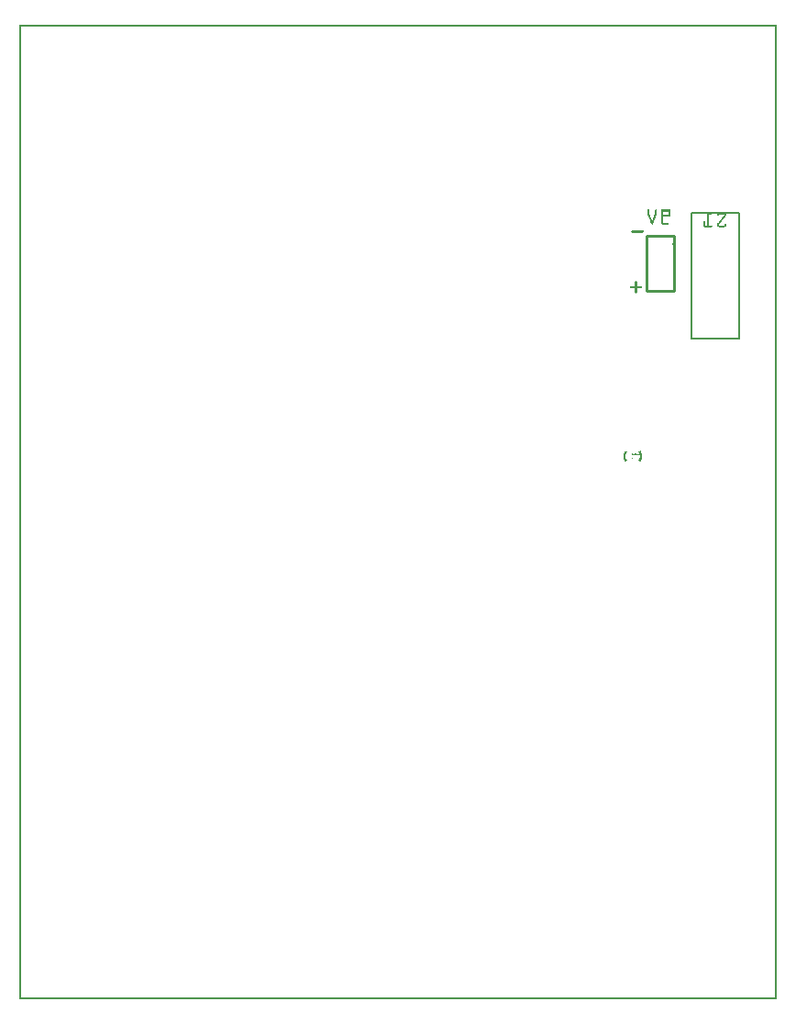
<source format=gbo>
G04 MADE WITH FRITZING*
G04 WWW.FRITZING.ORG*
G04 DOUBLE SIDED*
G04 HOLES PLATED*
G04 CONTOUR ON CENTER OF CONTOUR VECTOR*
%ASAXBY*%
%FSLAX23Y23*%
%MOIN*%
%OFA0B0*%
%SFA1.0B1.0*%
%ADD10C,0.008000*%
%ADD11C,0.010000*%
%ADD12R,0.001000X0.001000*%
%LNSILK0*%
G90*
G70*
G54D10*
X2446Y2860D02*
X2617Y2860D01*
D02*
X2617Y2860D02*
X2617Y2402D01*
D02*
X2617Y2402D02*
X2446Y2402D01*
D02*
X2446Y2402D02*
X2446Y2860D01*
G54D11*
D02*
X2382Y2774D02*
X2382Y2574D01*
D02*
X2382Y2574D02*
X2282Y2574D01*
D02*
X2282Y2574D02*
X2282Y2774D01*
D02*
X2282Y2774D02*
X2382Y2774D01*
G54D12*
X1Y3543D02*
X2755Y3543D01*
X1Y3542D02*
X2755Y3542D01*
X1Y3541D02*
X2755Y3541D01*
X1Y3540D02*
X2755Y3540D01*
X1Y3539D02*
X2755Y3539D01*
X1Y3538D02*
X2755Y3538D01*
X1Y3537D02*
X2755Y3537D01*
X1Y3536D02*
X2755Y3536D01*
X1Y3535D02*
X8Y3535D01*
X2748Y3535D02*
X2755Y3535D01*
X1Y3534D02*
X8Y3534D01*
X2748Y3534D02*
X2755Y3534D01*
X1Y3533D02*
X8Y3533D01*
X2748Y3533D02*
X2755Y3533D01*
X1Y3532D02*
X8Y3532D01*
X2748Y3532D02*
X2755Y3532D01*
X1Y3531D02*
X8Y3531D01*
X2748Y3531D02*
X2755Y3531D01*
X1Y3530D02*
X8Y3530D01*
X2748Y3530D02*
X2755Y3530D01*
X1Y3529D02*
X8Y3529D01*
X2748Y3529D02*
X2755Y3529D01*
X1Y3528D02*
X8Y3528D01*
X2748Y3528D02*
X2755Y3528D01*
X1Y3527D02*
X8Y3527D01*
X2748Y3527D02*
X2755Y3527D01*
X1Y3526D02*
X8Y3526D01*
X2748Y3526D02*
X2755Y3526D01*
X1Y3525D02*
X8Y3525D01*
X2748Y3525D02*
X2755Y3525D01*
X1Y3524D02*
X8Y3524D01*
X2748Y3524D02*
X2755Y3524D01*
X1Y3523D02*
X8Y3523D01*
X2748Y3523D02*
X2755Y3523D01*
X1Y3522D02*
X8Y3522D01*
X2748Y3522D02*
X2755Y3522D01*
X1Y3521D02*
X8Y3521D01*
X2748Y3521D02*
X2755Y3521D01*
X1Y3520D02*
X8Y3520D01*
X2748Y3520D02*
X2755Y3520D01*
X1Y3519D02*
X8Y3519D01*
X2748Y3519D02*
X2755Y3519D01*
X1Y3518D02*
X8Y3518D01*
X2748Y3518D02*
X2755Y3518D01*
X1Y3517D02*
X8Y3517D01*
X2748Y3517D02*
X2755Y3517D01*
X1Y3516D02*
X8Y3516D01*
X2748Y3516D02*
X2755Y3516D01*
X1Y3515D02*
X8Y3515D01*
X2748Y3515D02*
X2755Y3515D01*
X1Y3514D02*
X8Y3514D01*
X2748Y3514D02*
X2755Y3514D01*
X1Y3513D02*
X8Y3513D01*
X2748Y3513D02*
X2755Y3513D01*
X1Y3512D02*
X8Y3512D01*
X2748Y3512D02*
X2755Y3512D01*
X1Y3511D02*
X8Y3511D01*
X2748Y3511D02*
X2755Y3511D01*
X1Y3510D02*
X8Y3510D01*
X2748Y3510D02*
X2755Y3510D01*
X1Y3509D02*
X8Y3509D01*
X2748Y3509D02*
X2755Y3509D01*
X1Y3508D02*
X8Y3508D01*
X2748Y3508D02*
X2755Y3508D01*
X1Y3507D02*
X8Y3507D01*
X2748Y3507D02*
X2755Y3507D01*
X1Y3506D02*
X8Y3506D01*
X2748Y3506D02*
X2755Y3506D01*
X1Y3505D02*
X8Y3505D01*
X2748Y3505D02*
X2755Y3505D01*
X1Y3504D02*
X8Y3504D01*
X2748Y3504D02*
X2755Y3504D01*
X1Y3503D02*
X8Y3503D01*
X2748Y3503D02*
X2755Y3503D01*
X1Y3502D02*
X8Y3502D01*
X2748Y3502D02*
X2755Y3502D01*
X1Y3501D02*
X8Y3501D01*
X2748Y3501D02*
X2755Y3501D01*
X1Y3500D02*
X8Y3500D01*
X2748Y3500D02*
X2755Y3500D01*
X1Y3499D02*
X8Y3499D01*
X2748Y3499D02*
X2755Y3499D01*
X1Y3498D02*
X8Y3498D01*
X2748Y3498D02*
X2755Y3498D01*
X1Y3497D02*
X8Y3497D01*
X2748Y3497D02*
X2755Y3497D01*
X1Y3496D02*
X8Y3496D01*
X2748Y3496D02*
X2755Y3496D01*
X1Y3495D02*
X8Y3495D01*
X2748Y3495D02*
X2755Y3495D01*
X1Y3494D02*
X8Y3494D01*
X2748Y3494D02*
X2755Y3494D01*
X1Y3493D02*
X8Y3493D01*
X2748Y3493D02*
X2755Y3493D01*
X1Y3492D02*
X8Y3492D01*
X2748Y3492D02*
X2755Y3492D01*
X1Y3491D02*
X8Y3491D01*
X2748Y3491D02*
X2755Y3491D01*
X1Y3490D02*
X8Y3490D01*
X2748Y3490D02*
X2755Y3490D01*
X1Y3489D02*
X8Y3489D01*
X2748Y3489D02*
X2755Y3489D01*
X1Y3488D02*
X8Y3488D01*
X2748Y3488D02*
X2755Y3488D01*
X1Y3487D02*
X8Y3487D01*
X2748Y3487D02*
X2755Y3487D01*
X1Y3486D02*
X8Y3486D01*
X2748Y3486D02*
X2755Y3486D01*
X1Y3485D02*
X8Y3485D01*
X2748Y3485D02*
X2755Y3485D01*
X1Y3484D02*
X8Y3484D01*
X2748Y3484D02*
X2755Y3484D01*
X1Y3483D02*
X8Y3483D01*
X2748Y3483D02*
X2755Y3483D01*
X1Y3482D02*
X8Y3482D01*
X2748Y3482D02*
X2755Y3482D01*
X1Y3481D02*
X8Y3481D01*
X2748Y3481D02*
X2755Y3481D01*
X1Y3480D02*
X8Y3480D01*
X2748Y3480D02*
X2755Y3480D01*
X1Y3479D02*
X8Y3479D01*
X2748Y3479D02*
X2755Y3479D01*
X1Y3478D02*
X8Y3478D01*
X2748Y3478D02*
X2755Y3478D01*
X1Y3477D02*
X8Y3477D01*
X2748Y3477D02*
X2755Y3477D01*
X1Y3476D02*
X8Y3476D01*
X2748Y3476D02*
X2755Y3476D01*
X1Y3475D02*
X8Y3475D01*
X2748Y3475D02*
X2755Y3475D01*
X1Y3474D02*
X8Y3474D01*
X2748Y3474D02*
X2755Y3474D01*
X1Y3473D02*
X8Y3473D01*
X2748Y3473D02*
X2755Y3473D01*
X1Y3472D02*
X8Y3472D01*
X2748Y3472D02*
X2755Y3472D01*
X1Y3471D02*
X8Y3471D01*
X2748Y3471D02*
X2755Y3471D01*
X1Y3470D02*
X8Y3470D01*
X2748Y3470D02*
X2755Y3470D01*
X1Y3469D02*
X8Y3469D01*
X2748Y3469D02*
X2755Y3469D01*
X1Y3468D02*
X8Y3468D01*
X2748Y3468D02*
X2755Y3468D01*
X1Y3467D02*
X8Y3467D01*
X2748Y3467D02*
X2755Y3467D01*
X1Y3466D02*
X8Y3466D01*
X2748Y3466D02*
X2755Y3466D01*
X1Y3465D02*
X8Y3465D01*
X2748Y3465D02*
X2755Y3465D01*
X1Y3464D02*
X8Y3464D01*
X2748Y3464D02*
X2755Y3464D01*
X1Y3463D02*
X8Y3463D01*
X2748Y3463D02*
X2755Y3463D01*
X1Y3462D02*
X8Y3462D01*
X2748Y3462D02*
X2755Y3462D01*
X1Y3461D02*
X8Y3461D01*
X2748Y3461D02*
X2755Y3461D01*
X1Y3460D02*
X8Y3460D01*
X2748Y3460D02*
X2755Y3460D01*
X1Y3459D02*
X8Y3459D01*
X2748Y3459D02*
X2755Y3459D01*
X1Y3458D02*
X8Y3458D01*
X2748Y3458D02*
X2755Y3458D01*
X1Y3457D02*
X8Y3457D01*
X2748Y3457D02*
X2755Y3457D01*
X1Y3456D02*
X8Y3456D01*
X2748Y3456D02*
X2755Y3456D01*
X1Y3455D02*
X8Y3455D01*
X2748Y3455D02*
X2755Y3455D01*
X1Y3454D02*
X8Y3454D01*
X2748Y3454D02*
X2755Y3454D01*
X1Y3453D02*
X8Y3453D01*
X2748Y3453D02*
X2755Y3453D01*
X1Y3452D02*
X8Y3452D01*
X2748Y3452D02*
X2755Y3452D01*
X1Y3451D02*
X8Y3451D01*
X2748Y3451D02*
X2755Y3451D01*
X1Y3450D02*
X8Y3450D01*
X2748Y3450D02*
X2755Y3450D01*
X1Y3449D02*
X8Y3449D01*
X2748Y3449D02*
X2755Y3449D01*
X1Y3448D02*
X8Y3448D01*
X2748Y3448D02*
X2755Y3448D01*
X1Y3447D02*
X8Y3447D01*
X2748Y3447D02*
X2755Y3447D01*
X1Y3446D02*
X8Y3446D01*
X2748Y3446D02*
X2755Y3446D01*
X1Y3445D02*
X8Y3445D01*
X2748Y3445D02*
X2755Y3445D01*
X1Y3444D02*
X8Y3444D01*
X2748Y3444D02*
X2755Y3444D01*
X1Y3443D02*
X8Y3443D01*
X2748Y3443D02*
X2755Y3443D01*
X1Y3442D02*
X8Y3442D01*
X2748Y3442D02*
X2755Y3442D01*
X1Y3441D02*
X8Y3441D01*
X2748Y3441D02*
X2755Y3441D01*
X1Y3440D02*
X8Y3440D01*
X2748Y3440D02*
X2755Y3440D01*
X1Y3439D02*
X8Y3439D01*
X2748Y3439D02*
X2755Y3439D01*
X1Y3438D02*
X8Y3438D01*
X2748Y3438D02*
X2755Y3438D01*
X1Y3437D02*
X8Y3437D01*
X2748Y3437D02*
X2755Y3437D01*
X1Y3436D02*
X8Y3436D01*
X2748Y3436D02*
X2755Y3436D01*
X1Y3435D02*
X8Y3435D01*
X2748Y3435D02*
X2755Y3435D01*
X1Y3434D02*
X8Y3434D01*
X2748Y3434D02*
X2755Y3434D01*
X1Y3433D02*
X8Y3433D01*
X2748Y3433D02*
X2755Y3433D01*
X1Y3432D02*
X8Y3432D01*
X2748Y3432D02*
X2755Y3432D01*
X1Y3431D02*
X8Y3431D01*
X2748Y3431D02*
X2755Y3431D01*
X1Y3430D02*
X8Y3430D01*
X2748Y3430D02*
X2755Y3430D01*
X1Y3429D02*
X8Y3429D01*
X2748Y3429D02*
X2755Y3429D01*
X1Y3428D02*
X8Y3428D01*
X2748Y3428D02*
X2755Y3428D01*
X1Y3427D02*
X8Y3427D01*
X2748Y3427D02*
X2755Y3427D01*
X1Y3426D02*
X8Y3426D01*
X2748Y3426D02*
X2755Y3426D01*
X1Y3425D02*
X8Y3425D01*
X2748Y3425D02*
X2755Y3425D01*
X1Y3424D02*
X8Y3424D01*
X2748Y3424D02*
X2755Y3424D01*
X1Y3423D02*
X8Y3423D01*
X2748Y3423D02*
X2755Y3423D01*
X1Y3422D02*
X8Y3422D01*
X2748Y3422D02*
X2755Y3422D01*
X1Y3421D02*
X8Y3421D01*
X2748Y3421D02*
X2755Y3421D01*
X1Y3420D02*
X8Y3420D01*
X2748Y3420D02*
X2755Y3420D01*
X1Y3419D02*
X8Y3419D01*
X2748Y3419D02*
X2755Y3419D01*
X1Y3418D02*
X8Y3418D01*
X2748Y3418D02*
X2755Y3418D01*
X1Y3417D02*
X8Y3417D01*
X2748Y3417D02*
X2755Y3417D01*
X1Y3416D02*
X8Y3416D01*
X2748Y3416D02*
X2755Y3416D01*
X1Y3415D02*
X8Y3415D01*
X2748Y3415D02*
X2755Y3415D01*
X1Y3414D02*
X8Y3414D01*
X2748Y3414D02*
X2755Y3414D01*
X1Y3413D02*
X8Y3413D01*
X2748Y3413D02*
X2755Y3413D01*
X1Y3412D02*
X8Y3412D01*
X2748Y3412D02*
X2755Y3412D01*
X1Y3411D02*
X8Y3411D01*
X2748Y3411D02*
X2755Y3411D01*
X1Y3410D02*
X8Y3410D01*
X2748Y3410D02*
X2755Y3410D01*
X1Y3409D02*
X8Y3409D01*
X2748Y3409D02*
X2755Y3409D01*
X1Y3408D02*
X8Y3408D01*
X2748Y3408D02*
X2755Y3408D01*
X1Y3407D02*
X8Y3407D01*
X2748Y3407D02*
X2755Y3407D01*
X1Y3406D02*
X8Y3406D01*
X2748Y3406D02*
X2755Y3406D01*
X1Y3405D02*
X8Y3405D01*
X2748Y3405D02*
X2755Y3405D01*
X1Y3404D02*
X8Y3404D01*
X2748Y3404D02*
X2755Y3404D01*
X1Y3403D02*
X8Y3403D01*
X2748Y3403D02*
X2755Y3403D01*
X1Y3402D02*
X8Y3402D01*
X2748Y3402D02*
X2755Y3402D01*
X1Y3401D02*
X8Y3401D01*
X2748Y3401D02*
X2755Y3401D01*
X1Y3400D02*
X8Y3400D01*
X2748Y3400D02*
X2755Y3400D01*
X1Y3399D02*
X8Y3399D01*
X2748Y3399D02*
X2755Y3399D01*
X1Y3398D02*
X8Y3398D01*
X2748Y3398D02*
X2755Y3398D01*
X1Y3397D02*
X8Y3397D01*
X2748Y3397D02*
X2755Y3397D01*
X1Y3396D02*
X8Y3396D01*
X2748Y3396D02*
X2755Y3396D01*
X1Y3395D02*
X8Y3395D01*
X2748Y3395D02*
X2755Y3395D01*
X1Y3394D02*
X8Y3394D01*
X2748Y3394D02*
X2755Y3394D01*
X1Y3393D02*
X8Y3393D01*
X2748Y3393D02*
X2755Y3393D01*
X1Y3392D02*
X8Y3392D01*
X2748Y3392D02*
X2755Y3392D01*
X1Y3391D02*
X8Y3391D01*
X2748Y3391D02*
X2755Y3391D01*
X1Y3390D02*
X8Y3390D01*
X2748Y3390D02*
X2755Y3390D01*
X1Y3389D02*
X8Y3389D01*
X2748Y3389D02*
X2755Y3389D01*
X1Y3388D02*
X8Y3388D01*
X2748Y3388D02*
X2755Y3388D01*
X1Y3387D02*
X8Y3387D01*
X2748Y3387D02*
X2755Y3387D01*
X1Y3386D02*
X8Y3386D01*
X2748Y3386D02*
X2755Y3386D01*
X1Y3385D02*
X8Y3385D01*
X2748Y3385D02*
X2755Y3385D01*
X1Y3384D02*
X8Y3384D01*
X2748Y3384D02*
X2755Y3384D01*
X1Y3383D02*
X8Y3383D01*
X2748Y3383D02*
X2755Y3383D01*
X1Y3382D02*
X8Y3382D01*
X2748Y3382D02*
X2755Y3382D01*
X1Y3381D02*
X8Y3381D01*
X2748Y3381D02*
X2755Y3381D01*
X1Y3380D02*
X8Y3380D01*
X2748Y3380D02*
X2755Y3380D01*
X1Y3379D02*
X8Y3379D01*
X2748Y3379D02*
X2755Y3379D01*
X1Y3378D02*
X8Y3378D01*
X2748Y3378D02*
X2755Y3378D01*
X1Y3377D02*
X8Y3377D01*
X2748Y3377D02*
X2755Y3377D01*
X1Y3376D02*
X8Y3376D01*
X2748Y3376D02*
X2755Y3376D01*
X1Y3375D02*
X8Y3375D01*
X2748Y3375D02*
X2755Y3375D01*
X1Y3374D02*
X8Y3374D01*
X2748Y3374D02*
X2755Y3374D01*
X1Y3373D02*
X8Y3373D01*
X2748Y3373D02*
X2755Y3373D01*
X1Y3372D02*
X8Y3372D01*
X2748Y3372D02*
X2755Y3372D01*
X1Y3371D02*
X8Y3371D01*
X2748Y3371D02*
X2755Y3371D01*
X1Y3370D02*
X8Y3370D01*
X2748Y3370D02*
X2755Y3370D01*
X1Y3369D02*
X8Y3369D01*
X2748Y3369D02*
X2755Y3369D01*
X1Y3368D02*
X8Y3368D01*
X2748Y3368D02*
X2755Y3368D01*
X1Y3367D02*
X8Y3367D01*
X2748Y3367D02*
X2755Y3367D01*
X1Y3366D02*
X8Y3366D01*
X2748Y3366D02*
X2755Y3366D01*
X1Y3365D02*
X8Y3365D01*
X2748Y3365D02*
X2755Y3365D01*
X1Y3364D02*
X8Y3364D01*
X2748Y3364D02*
X2755Y3364D01*
X1Y3363D02*
X8Y3363D01*
X2748Y3363D02*
X2755Y3363D01*
X1Y3362D02*
X8Y3362D01*
X2748Y3362D02*
X2755Y3362D01*
X1Y3361D02*
X8Y3361D01*
X2748Y3361D02*
X2755Y3361D01*
X1Y3360D02*
X8Y3360D01*
X2748Y3360D02*
X2755Y3360D01*
X1Y3359D02*
X8Y3359D01*
X2748Y3359D02*
X2755Y3359D01*
X1Y3358D02*
X8Y3358D01*
X2748Y3358D02*
X2755Y3358D01*
X1Y3357D02*
X8Y3357D01*
X2748Y3357D02*
X2755Y3357D01*
X1Y3356D02*
X8Y3356D01*
X2748Y3356D02*
X2755Y3356D01*
X1Y3355D02*
X8Y3355D01*
X2748Y3355D02*
X2755Y3355D01*
X1Y3354D02*
X8Y3354D01*
X2748Y3354D02*
X2755Y3354D01*
X1Y3353D02*
X8Y3353D01*
X2748Y3353D02*
X2755Y3353D01*
X1Y3352D02*
X8Y3352D01*
X2748Y3352D02*
X2755Y3352D01*
X1Y3351D02*
X8Y3351D01*
X2748Y3351D02*
X2755Y3351D01*
X1Y3350D02*
X8Y3350D01*
X2748Y3350D02*
X2755Y3350D01*
X1Y3349D02*
X8Y3349D01*
X2748Y3349D02*
X2755Y3349D01*
X1Y3348D02*
X8Y3348D01*
X2748Y3348D02*
X2755Y3348D01*
X1Y3347D02*
X8Y3347D01*
X2748Y3347D02*
X2755Y3347D01*
X1Y3346D02*
X8Y3346D01*
X2748Y3346D02*
X2755Y3346D01*
X1Y3345D02*
X8Y3345D01*
X2748Y3345D02*
X2755Y3345D01*
X1Y3344D02*
X8Y3344D01*
X2748Y3344D02*
X2755Y3344D01*
X1Y3343D02*
X8Y3343D01*
X2748Y3343D02*
X2755Y3343D01*
X1Y3342D02*
X8Y3342D01*
X2748Y3342D02*
X2755Y3342D01*
X1Y3341D02*
X8Y3341D01*
X2748Y3341D02*
X2755Y3341D01*
X1Y3340D02*
X8Y3340D01*
X2748Y3340D02*
X2755Y3340D01*
X1Y3339D02*
X8Y3339D01*
X2748Y3339D02*
X2755Y3339D01*
X1Y3338D02*
X8Y3338D01*
X2748Y3338D02*
X2755Y3338D01*
X1Y3337D02*
X8Y3337D01*
X2748Y3337D02*
X2755Y3337D01*
X1Y3336D02*
X8Y3336D01*
X2748Y3336D02*
X2755Y3336D01*
X1Y3335D02*
X8Y3335D01*
X2748Y3335D02*
X2755Y3335D01*
X1Y3334D02*
X8Y3334D01*
X2748Y3334D02*
X2755Y3334D01*
X1Y3333D02*
X8Y3333D01*
X2748Y3333D02*
X2755Y3333D01*
X1Y3332D02*
X8Y3332D01*
X2748Y3332D02*
X2755Y3332D01*
X1Y3331D02*
X8Y3331D01*
X2748Y3331D02*
X2755Y3331D01*
X1Y3330D02*
X8Y3330D01*
X2748Y3330D02*
X2755Y3330D01*
X1Y3329D02*
X8Y3329D01*
X2748Y3329D02*
X2755Y3329D01*
X1Y3328D02*
X8Y3328D01*
X2748Y3328D02*
X2755Y3328D01*
X1Y3327D02*
X8Y3327D01*
X2748Y3327D02*
X2755Y3327D01*
X1Y3326D02*
X8Y3326D01*
X2748Y3326D02*
X2755Y3326D01*
X1Y3325D02*
X8Y3325D01*
X2748Y3325D02*
X2755Y3325D01*
X1Y3324D02*
X8Y3324D01*
X2748Y3324D02*
X2755Y3324D01*
X1Y3323D02*
X8Y3323D01*
X2748Y3323D02*
X2755Y3323D01*
X1Y3322D02*
X8Y3322D01*
X2748Y3322D02*
X2755Y3322D01*
X1Y3321D02*
X8Y3321D01*
X2748Y3321D02*
X2755Y3321D01*
X1Y3320D02*
X8Y3320D01*
X2748Y3320D02*
X2755Y3320D01*
X1Y3319D02*
X8Y3319D01*
X2748Y3319D02*
X2755Y3319D01*
X1Y3318D02*
X8Y3318D01*
X2748Y3318D02*
X2755Y3318D01*
X1Y3317D02*
X8Y3317D01*
X2748Y3317D02*
X2755Y3317D01*
X1Y3316D02*
X8Y3316D01*
X2748Y3316D02*
X2755Y3316D01*
X1Y3315D02*
X8Y3315D01*
X2748Y3315D02*
X2755Y3315D01*
X1Y3314D02*
X8Y3314D01*
X2748Y3314D02*
X2755Y3314D01*
X1Y3313D02*
X8Y3313D01*
X2748Y3313D02*
X2755Y3313D01*
X1Y3312D02*
X8Y3312D01*
X2748Y3312D02*
X2755Y3312D01*
X1Y3311D02*
X8Y3311D01*
X2748Y3311D02*
X2755Y3311D01*
X1Y3310D02*
X8Y3310D01*
X2748Y3310D02*
X2755Y3310D01*
X1Y3309D02*
X8Y3309D01*
X2748Y3309D02*
X2755Y3309D01*
X1Y3308D02*
X8Y3308D01*
X2748Y3308D02*
X2755Y3308D01*
X1Y3307D02*
X8Y3307D01*
X2748Y3307D02*
X2755Y3307D01*
X1Y3306D02*
X8Y3306D01*
X2748Y3306D02*
X2755Y3306D01*
X1Y3305D02*
X8Y3305D01*
X2748Y3305D02*
X2755Y3305D01*
X1Y3304D02*
X8Y3304D01*
X2748Y3304D02*
X2755Y3304D01*
X1Y3303D02*
X8Y3303D01*
X2748Y3303D02*
X2755Y3303D01*
X1Y3302D02*
X8Y3302D01*
X2748Y3302D02*
X2755Y3302D01*
X1Y3301D02*
X8Y3301D01*
X2748Y3301D02*
X2755Y3301D01*
X1Y3300D02*
X8Y3300D01*
X2748Y3300D02*
X2755Y3300D01*
X1Y3299D02*
X8Y3299D01*
X2748Y3299D02*
X2755Y3299D01*
X1Y3298D02*
X8Y3298D01*
X2748Y3298D02*
X2755Y3298D01*
X1Y3297D02*
X8Y3297D01*
X2748Y3297D02*
X2755Y3297D01*
X1Y3296D02*
X8Y3296D01*
X2748Y3296D02*
X2755Y3296D01*
X1Y3295D02*
X8Y3295D01*
X2748Y3295D02*
X2755Y3295D01*
X1Y3294D02*
X8Y3294D01*
X2748Y3294D02*
X2755Y3294D01*
X1Y3293D02*
X8Y3293D01*
X2748Y3293D02*
X2755Y3293D01*
X1Y3292D02*
X8Y3292D01*
X2748Y3292D02*
X2755Y3292D01*
X1Y3291D02*
X8Y3291D01*
X2748Y3291D02*
X2755Y3291D01*
X1Y3290D02*
X8Y3290D01*
X2748Y3290D02*
X2755Y3290D01*
X1Y3289D02*
X8Y3289D01*
X2748Y3289D02*
X2755Y3289D01*
X1Y3288D02*
X8Y3288D01*
X2748Y3288D02*
X2755Y3288D01*
X1Y3287D02*
X8Y3287D01*
X2748Y3287D02*
X2755Y3287D01*
X1Y3286D02*
X8Y3286D01*
X2748Y3286D02*
X2755Y3286D01*
X1Y3285D02*
X8Y3285D01*
X2748Y3285D02*
X2755Y3285D01*
X1Y3284D02*
X8Y3284D01*
X2748Y3284D02*
X2755Y3284D01*
X1Y3283D02*
X8Y3283D01*
X2748Y3283D02*
X2755Y3283D01*
X1Y3282D02*
X8Y3282D01*
X2748Y3282D02*
X2755Y3282D01*
X1Y3281D02*
X8Y3281D01*
X2748Y3281D02*
X2755Y3281D01*
X1Y3280D02*
X8Y3280D01*
X2748Y3280D02*
X2755Y3280D01*
X1Y3279D02*
X8Y3279D01*
X2748Y3279D02*
X2755Y3279D01*
X1Y3278D02*
X8Y3278D01*
X2748Y3278D02*
X2755Y3278D01*
X1Y3277D02*
X8Y3277D01*
X2748Y3277D02*
X2755Y3277D01*
X1Y3276D02*
X8Y3276D01*
X2748Y3276D02*
X2755Y3276D01*
X1Y3275D02*
X8Y3275D01*
X2748Y3275D02*
X2755Y3275D01*
X1Y3274D02*
X8Y3274D01*
X2748Y3274D02*
X2755Y3274D01*
X1Y3273D02*
X8Y3273D01*
X2748Y3273D02*
X2755Y3273D01*
X1Y3272D02*
X8Y3272D01*
X2748Y3272D02*
X2755Y3272D01*
X1Y3271D02*
X8Y3271D01*
X2748Y3271D02*
X2755Y3271D01*
X1Y3270D02*
X8Y3270D01*
X2748Y3270D02*
X2755Y3270D01*
X1Y3269D02*
X8Y3269D01*
X2748Y3269D02*
X2755Y3269D01*
X1Y3268D02*
X8Y3268D01*
X2748Y3268D02*
X2755Y3268D01*
X1Y3267D02*
X8Y3267D01*
X2748Y3267D02*
X2755Y3267D01*
X1Y3266D02*
X8Y3266D01*
X2748Y3266D02*
X2755Y3266D01*
X1Y3265D02*
X8Y3265D01*
X2748Y3265D02*
X2755Y3265D01*
X1Y3264D02*
X8Y3264D01*
X2748Y3264D02*
X2755Y3264D01*
X1Y3263D02*
X8Y3263D01*
X2748Y3263D02*
X2755Y3263D01*
X1Y3262D02*
X8Y3262D01*
X2748Y3262D02*
X2755Y3262D01*
X1Y3261D02*
X8Y3261D01*
X2748Y3261D02*
X2755Y3261D01*
X1Y3260D02*
X8Y3260D01*
X2748Y3260D02*
X2755Y3260D01*
X1Y3259D02*
X8Y3259D01*
X2748Y3259D02*
X2755Y3259D01*
X1Y3258D02*
X8Y3258D01*
X2748Y3258D02*
X2755Y3258D01*
X1Y3257D02*
X8Y3257D01*
X2748Y3257D02*
X2755Y3257D01*
X1Y3256D02*
X8Y3256D01*
X2748Y3256D02*
X2755Y3256D01*
X1Y3255D02*
X8Y3255D01*
X2748Y3255D02*
X2755Y3255D01*
X1Y3254D02*
X8Y3254D01*
X2748Y3254D02*
X2755Y3254D01*
X1Y3253D02*
X8Y3253D01*
X2748Y3253D02*
X2755Y3253D01*
X1Y3252D02*
X8Y3252D01*
X2748Y3252D02*
X2755Y3252D01*
X1Y3251D02*
X8Y3251D01*
X2748Y3251D02*
X2755Y3251D01*
X1Y3250D02*
X8Y3250D01*
X2748Y3250D02*
X2755Y3250D01*
X1Y3249D02*
X8Y3249D01*
X2748Y3249D02*
X2755Y3249D01*
X1Y3248D02*
X8Y3248D01*
X2748Y3248D02*
X2755Y3248D01*
X1Y3247D02*
X8Y3247D01*
X2748Y3247D02*
X2755Y3247D01*
X1Y3246D02*
X8Y3246D01*
X2748Y3246D02*
X2755Y3246D01*
X1Y3245D02*
X8Y3245D01*
X2748Y3245D02*
X2755Y3245D01*
X1Y3244D02*
X8Y3244D01*
X2748Y3244D02*
X2755Y3244D01*
X1Y3243D02*
X8Y3243D01*
X2748Y3243D02*
X2755Y3243D01*
X1Y3242D02*
X8Y3242D01*
X2748Y3242D02*
X2755Y3242D01*
X1Y3241D02*
X8Y3241D01*
X2748Y3241D02*
X2755Y3241D01*
X1Y3240D02*
X8Y3240D01*
X2748Y3240D02*
X2755Y3240D01*
X1Y3239D02*
X8Y3239D01*
X2748Y3239D02*
X2755Y3239D01*
X1Y3238D02*
X8Y3238D01*
X2748Y3238D02*
X2755Y3238D01*
X1Y3237D02*
X8Y3237D01*
X2748Y3237D02*
X2755Y3237D01*
X1Y3236D02*
X8Y3236D01*
X2748Y3236D02*
X2755Y3236D01*
X1Y3235D02*
X8Y3235D01*
X2748Y3235D02*
X2755Y3235D01*
X1Y3234D02*
X8Y3234D01*
X2748Y3234D02*
X2755Y3234D01*
X1Y3233D02*
X8Y3233D01*
X2748Y3233D02*
X2755Y3233D01*
X1Y3232D02*
X8Y3232D01*
X2748Y3232D02*
X2755Y3232D01*
X1Y3231D02*
X8Y3231D01*
X2748Y3231D02*
X2755Y3231D01*
X1Y3230D02*
X8Y3230D01*
X2748Y3230D02*
X2755Y3230D01*
X1Y3229D02*
X8Y3229D01*
X2748Y3229D02*
X2755Y3229D01*
X1Y3228D02*
X8Y3228D01*
X2748Y3228D02*
X2755Y3228D01*
X1Y3227D02*
X8Y3227D01*
X2748Y3227D02*
X2755Y3227D01*
X1Y3226D02*
X8Y3226D01*
X2748Y3226D02*
X2755Y3226D01*
X1Y3225D02*
X8Y3225D01*
X2748Y3225D02*
X2755Y3225D01*
X1Y3224D02*
X8Y3224D01*
X2748Y3224D02*
X2755Y3224D01*
X1Y3223D02*
X8Y3223D01*
X2748Y3223D02*
X2755Y3223D01*
X1Y3222D02*
X8Y3222D01*
X2748Y3222D02*
X2755Y3222D01*
X1Y3221D02*
X8Y3221D01*
X2748Y3221D02*
X2755Y3221D01*
X1Y3220D02*
X8Y3220D01*
X2748Y3220D02*
X2755Y3220D01*
X1Y3219D02*
X8Y3219D01*
X2748Y3219D02*
X2755Y3219D01*
X1Y3218D02*
X8Y3218D01*
X2748Y3218D02*
X2755Y3218D01*
X1Y3217D02*
X8Y3217D01*
X2748Y3217D02*
X2755Y3217D01*
X1Y3216D02*
X8Y3216D01*
X2748Y3216D02*
X2755Y3216D01*
X1Y3215D02*
X8Y3215D01*
X2748Y3215D02*
X2755Y3215D01*
X1Y3214D02*
X8Y3214D01*
X2748Y3214D02*
X2755Y3214D01*
X1Y3213D02*
X8Y3213D01*
X2748Y3213D02*
X2755Y3213D01*
X1Y3212D02*
X8Y3212D01*
X2748Y3212D02*
X2755Y3212D01*
X1Y3211D02*
X8Y3211D01*
X2748Y3211D02*
X2755Y3211D01*
X1Y3210D02*
X8Y3210D01*
X2748Y3210D02*
X2755Y3210D01*
X1Y3209D02*
X8Y3209D01*
X2748Y3209D02*
X2755Y3209D01*
X1Y3208D02*
X8Y3208D01*
X2748Y3208D02*
X2755Y3208D01*
X1Y3207D02*
X8Y3207D01*
X2748Y3207D02*
X2755Y3207D01*
X1Y3206D02*
X8Y3206D01*
X2748Y3206D02*
X2755Y3206D01*
X1Y3205D02*
X8Y3205D01*
X2748Y3205D02*
X2755Y3205D01*
X1Y3204D02*
X8Y3204D01*
X2748Y3204D02*
X2755Y3204D01*
X1Y3203D02*
X8Y3203D01*
X2748Y3203D02*
X2755Y3203D01*
X1Y3202D02*
X8Y3202D01*
X2748Y3202D02*
X2755Y3202D01*
X1Y3201D02*
X8Y3201D01*
X2748Y3201D02*
X2755Y3201D01*
X1Y3200D02*
X8Y3200D01*
X2748Y3200D02*
X2755Y3200D01*
X1Y3199D02*
X8Y3199D01*
X2748Y3199D02*
X2755Y3199D01*
X1Y3198D02*
X8Y3198D01*
X2748Y3198D02*
X2755Y3198D01*
X1Y3197D02*
X8Y3197D01*
X2748Y3197D02*
X2755Y3197D01*
X1Y3196D02*
X8Y3196D01*
X2748Y3196D02*
X2755Y3196D01*
X1Y3195D02*
X8Y3195D01*
X2748Y3195D02*
X2755Y3195D01*
X1Y3194D02*
X8Y3194D01*
X2748Y3194D02*
X2755Y3194D01*
X1Y3193D02*
X8Y3193D01*
X2748Y3193D02*
X2755Y3193D01*
X1Y3192D02*
X8Y3192D01*
X2748Y3192D02*
X2755Y3192D01*
X1Y3191D02*
X8Y3191D01*
X2748Y3191D02*
X2755Y3191D01*
X1Y3190D02*
X8Y3190D01*
X2748Y3190D02*
X2755Y3190D01*
X1Y3189D02*
X8Y3189D01*
X2748Y3189D02*
X2755Y3189D01*
X1Y3188D02*
X8Y3188D01*
X2748Y3188D02*
X2755Y3188D01*
X1Y3187D02*
X8Y3187D01*
X2748Y3187D02*
X2755Y3187D01*
X1Y3186D02*
X8Y3186D01*
X2748Y3186D02*
X2755Y3186D01*
X1Y3185D02*
X8Y3185D01*
X2748Y3185D02*
X2755Y3185D01*
X1Y3184D02*
X8Y3184D01*
X2748Y3184D02*
X2755Y3184D01*
X1Y3183D02*
X8Y3183D01*
X2748Y3183D02*
X2755Y3183D01*
X1Y3182D02*
X8Y3182D01*
X2748Y3182D02*
X2755Y3182D01*
X1Y3181D02*
X8Y3181D01*
X2748Y3181D02*
X2755Y3181D01*
X1Y3180D02*
X8Y3180D01*
X2748Y3180D02*
X2755Y3180D01*
X1Y3179D02*
X8Y3179D01*
X2748Y3179D02*
X2755Y3179D01*
X1Y3178D02*
X8Y3178D01*
X2748Y3178D02*
X2755Y3178D01*
X1Y3177D02*
X8Y3177D01*
X2748Y3177D02*
X2755Y3177D01*
X1Y3176D02*
X8Y3176D01*
X2748Y3176D02*
X2755Y3176D01*
X1Y3175D02*
X8Y3175D01*
X2748Y3175D02*
X2755Y3175D01*
X1Y3174D02*
X8Y3174D01*
X2748Y3174D02*
X2755Y3174D01*
X1Y3173D02*
X8Y3173D01*
X2748Y3173D02*
X2755Y3173D01*
X1Y3172D02*
X8Y3172D01*
X2748Y3172D02*
X2755Y3172D01*
X1Y3171D02*
X8Y3171D01*
X2748Y3171D02*
X2755Y3171D01*
X1Y3170D02*
X8Y3170D01*
X2748Y3170D02*
X2755Y3170D01*
X1Y3169D02*
X8Y3169D01*
X2748Y3169D02*
X2755Y3169D01*
X1Y3168D02*
X8Y3168D01*
X2748Y3168D02*
X2755Y3168D01*
X1Y3167D02*
X8Y3167D01*
X2748Y3167D02*
X2755Y3167D01*
X1Y3166D02*
X8Y3166D01*
X2748Y3166D02*
X2755Y3166D01*
X1Y3165D02*
X8Y3165D01*
X2748Y3165D02*
X2755Y3165D01*
X1Y3164D02*
X8Y3164D01*
X2748Y3164D02*
X2755Y3164D01*
X1Y3163D02*
X8Y3163D01*
X2748Y3163D02*
X2755Y3163D01*
X1Y3162D02*
X8Y3162D01*
X2748Y3162D02*
X2755Y3162D01*
X1Y3161D02*
X8Y3161D01*
X2748Y3161D02*
X2755Y3161D01*
X1Y3160D02*
X8Y3160D01*
X2748Y3160D02*
X2755Y3160D01*
X1Y3159D02*
X8Y3159D01*
X2748Y3159D02*
X2755Y3159D01*
X1Y3158D02*
X8Y3158D01*
X2748Y3158D02*
X2755Y3158D01*
X1Y3157D02*
X8Y3157D01*
X2748Y3157D02*
X2755Y3157D01*
X1Y3156D02*
X8Y3156D01*
X2748Y3156D02*
X2755Y3156D01*
X1Y3155D02*
X8Y3155D01*
X2748Y3155D02*
X2755Y3155D01*
X1Y3154D02*
X8Y3154D01*
X2748Y3154D02*
X2755Y3154D01*
X1Y3153D02*
X8Y3153D01*
X2748Y3153D02*
X2755Y3153D01*
X1Y3152D02*
X8Y3152D01*
X2748Y3152D02*
X2755Y3152D01*
X1Y3151D02*
X8Y3151D01*
X2748Y3151D02*
X2755Y3151D01*
X1Y3150D02*
X8Y3150D01*
X2748Y3150D02*
X2755Y3150D01*
X1Y3149D02*
X8Y3149D01*
X2748Y3149D02*
X2755Y3149D01*
X1Y3148D02*
X8Y3148D01*
X2748Y3148D02*
X2755Y3148D01*
X1Y3147D02*
X8Y3147D01*
X2748Y3147D02*
X2755Y3147D01*
X1Y3146D02*
X8Y3146D01*
X2748Y3146D02*
X2755Y3146D01*
X1Y3145D02*
X8Y3145D01*
X2748Y3145D02*
X2755Y3145D01*
X1Y3144D02*
X8Y3144D01*
X2748Y3144D02*
X2755Y3144D01*
X1Y3143D02*
X8Y3143D01*
X2748Y3143D02*
X2755Y3143D01*
X1Y3142D02*
X8Y3142D01*
X2748Y3142D02*
X2755Y3142D01*
X1Y3141D02*
X8Y3141D01*
X2748Y3141D02*
X2755Y3141D01*
X1Y3140D02*
X8Y3140D01*
X2748Y3140D02*
X2755Y3140D01*
X1Y3139D02*
X8Y3139D01*
X2748Y3139D02*
X2755Y3139D01*
X1Y3138D02*
X8Y3138D01*
X2748Y3138D02*
X2755Y3138D01*
X1Y3137D02*
X8Y3137D01*
X2748Y3137D02*
X2755Y3137D01*
X1Y3136D02*
X8Y3136D01*
X2748Y3136D02*
X2755Y3136D01*
X1Y3135D02*
X8Y3135D01*
X2748Y3135D02*
X2755Y3135D01*
X1Y3134D02*
X8Y3134D01*
X2748Y3134D02*
X2755Y3134D01*
X1Y3133D02*
X8Y3133D01*
X2748Y3133D02*
X2755Y3133D01*
X1Y3132D02*
X8Y3132D01*
X2748Y3132D02*
X2755Y3132D01*
X1Y3131D02*
X8Y3131D01*
X2748Y3131D02*
X2755Y3131D01*
X1Y3130D02*
X8Y3130D01*
X2748Y3130D02*
X2755Y3130D01*
X1Y3129D02*
X8Y3129D01*
X2748Y3129D02*
X2755Y3129D01*
X1Y3128D02*
X8Y3128D01*
X2748Y3128D02*
X2755Y3128D01*
X1Y3127D02*
X8Y3127D01*
X2748Y3127D02*
X2755Y3127D01*
X1Y3126D02*
X8Y3126D01*
X2748Y3126D02*
X2755Y3126D01*
X1Y3125D02*
X8Y3125D01*
X2748Y3125D02*
X2755Y3125D01*
X1Y3124D02*
X8Y3124D01*
X2748Y3124D02*
X2755Y3124D01*
X1Y3123D02*
X8Y3123D01*
X2748Y3123D02*
X2755Y3123D01*
X1Y3122D02*
X8Y3122D01*
X2748Y3122D02*
X2755Y3122D01*
X1Y3121D02*
X8Y3121D01*
X2748Y3121D02*
X2755Y3121D01*
X1Y3120D02*
X8Y3120D01*
X2748Y3120D02*
X2755Y3120D01*
X1Y3119D02*
X8Y3119D01*
X2748Y3119D02*
X2755Y3119D01*
X1Y3118D02*
X8Y3118D01*
X2748Y3118D02*
X2755Y3118D01*
X1Y3117D02*
X8Y3117D01*
X2748Y3117D02*
X2755Y3117D01*
X1Y3116D02*
X8Y3116D01*
X2748Y3116D02*
X2755Y3116D01*
X1Y3115D02*
X8Y3115D01*
X2748Y3115D02*
X2755Y3115D01*
X1Y3114D02*
X8Y3114D01*
X2748Y3114D02*
X2755Y3114D01*
X1Y3113D02*
X8Y3113D01*
X2748Y3113D02*
X2755Y3113D01*
X1Y3112D02*
X8Y3112D01*
X2748Y3112D02*
X2755Y3112D01*
X1Y3111D02*
X8Y3111D01*
X2748Y3111D02*
X2755Y3111D01*
X1Y3110D02*
X8Y3110D01*
X2748Y3110D02*
X2755Y3110D01*
X1Y3109D02*
X8Y3109D01*
X2748Y3109D02*
X2755Y3109D01*
X1Y3108D02*
X8Y3108D01*
X2748Y3108D02*
X2755Y3108D01*
X1Y3107D02*
X8Y3107D01*
X2748Y3107D02*
X2755Y3107D01*
X1Y3106D02*
X8Y3106D01*
X2748Y3106D02*
X2755Y3106D01*
X1Y3105D02*
X8Y3105D01*
X2748Y3105D02*
X2755Y3105D01*
X1Y3104D02*
X8Y3104D01*
X2748Y3104D02*
X2755Y3104D01*
X1Y3103D02*
X8Y3103D01*
X2748Y3103D02*
X2755Y3103D01*
X1Y3102D02*
X8Y3102D01*
X2748Y3102D02*
X2755Y3102D01*
X1Y3101D02*
X8Y3101D01*
X2748Y3101D02*
X2755Y3101D01*
X1Y3100D02*
X8Y3100D01*
X2748Y3100D02*
X2755Y3100D01*
X1Y3099D02*
X8Y3099D01*
X2748Y3099D02*
X2755Y3099D01*
X1Y3098D02*
X8Y3098D01*
X2748Y3098D02*
X2755Y3098D01*
X1Y3097D02*
X8Y3097D01*
X2748Y3097D02*
X2755Y3097D01*
X1Y3096D02*
X8Y3096D01*
X2748Y3096D02*
X2755Y3096D01*
X1Y3095D02*
X8Y3095D01*
X2748Y3095D02*
X2755Y3095D01*
X1Y3094D02*
X8Y3094D01*
X2748Y3094D02*
X2755Y3094D01*
X1Y3093D02*
X8Y3093D01*
X2748Y3093D02*
X2755Y3093D01*
X1Y3092D02*
X8Y3092D01*
X2748Y3092D02*
X2755Y3092D01*
X1Y3091D02*
X8Y3091D01*
X2748Y3091D02*
X2755Y3091D01*
X1Y3090D02*
X8Y3090D01*
X2748Y3090D02*
X2755Y3090D01*
X1Y3089D02*
X8Y3089D01*
X2748Y3089D02*
X2755Y3089D01*
X1Y3088D02*
X8Y3088D01*
X2748Y3088D02*
X2755Y3088D01*
X1Y3087D02*
X8Y3087D01*
X2748Y3087D02*
X2755Y3087D01*
X1Y3086D02*
X8Y3086D01*
X2748Y3086D02*
X2755Y3086D01*
X1Y3085D02*
X8Y3085D01*
X2748Y3085D02*
X2755Y3085D01*
X1Y3084D02*
X8Y3084D01*
X2748Y3084D02*
X2755Y3084D01*
X1Y3083D02*
X8Y3083D01*
X2748Y3083D02*
X2755Y3083D01*
X1Y3082D02*
X8Y3082D01*
X2748Y3082D02*
X2755Y3082D01*
X1Y3081D02*
X8Y3081D01*
X2748Y3081D02*
X2755Y3081D01*
X1Y3080D02*
X8Y3080D01*
X2748Y3080D02*
X2755Y3080D01*
X1Y3079D02*
X8Y3079D01*
X2748Y3079D02*
X2755Y3079D01*
X1Y3078D02*
X8Y3078D01*
X2748Y3078D02*
X2755Y3078D01*
X1Y3077D02*
X8Y3077D01*
X2748Y3077D02*
X2755Y3077D01*
X1Y3076D02*
X8Y3076D01*
X2748Y3076D02*
X2755Y3076D01*
X1Y3075D02*
X8Y3075D01*
X2748Y3075D02*
X2755Y3075D01*
X1Y3074D02*
X8Y3074D01*
X2748Y3074D02*
X2755Y3074D01*
X1Y3073D02*
X8Y3073D01*
X2748Y3073D02*
X2755Y3073D01*
X1Y3072D02*
X8Y3072D01*
X2748Y3072D02*
X2755Y3072D01*
X1Y3071D02*
X8Y3071D01*
X2748Y3071D02*
X2755Y3071D01*
X1Y3070D02*
X8Y3070D01*
X2748Y3070D02*
X2755Y3070D01*
X1Y3069D02*
X8Y3069D01*
X2748Y3069D02*
X2755Y3069D01*
X1Y3068D02*
X8Y3068D01*
X2748Y3068D02*
X2755Y3068D01*
X1Y3067D02*
X8Y3067D01*
X2748Y3067D02*
X2755Y3067D01*
X1Y3066D02*
X8Y3066D01*
X2748Y3066D02*
X2755Y3066D01*
X1Y3065D02*
X8Y3065D01*
X2748Y3065D02*
X2755Y3065D01*
X1Y3064D02*
X8Y3064D01*
X2748Y3064D02*
X2755Y3064D01*
X1Y3063D02*
X8Y3063D01*
X2748Y3063D02*
X2755Y3063D01*
X1Y3062D02*
X8Y3062D01*
X2748Y3062D02*
X2755Y3062D01*
X1Y3061D02*
X8Y3061D01*
X2748Y3061D02*
X2755Y3061D01*
X1Y3060D02*
X8Y3060D01*
X2748Y3060D02*
X2755Y3060D01*
X1Y3059D02*
X8Y3059D01*
X2748Y3059D02*
X2755Y3059D01*
X1Y3058D02*
X8Y3058D01*
X2748Y3058D02*
X2755Y3058D01*
X1Y3057D02*
X8Y3057D01*
X2748Y3057D02*
X2755Y3057D01*
X1Y3056D02*
X8Y3056D01*
X2748Y3056D02*
X2755Y3056D01*
X1Y3055D02*
X8Y3055D01*
X2748Y3055D02*
X2755Y3055D01*
X1Y3054D02*
X8Y3054D01*
X2748Y3054D02*
X2755Y3054D01*
X1Y3053D02*
X8Y3053D01*
X2748Y3053D02*
X2755Y3053D01*
X1Y3052D02*
X8Y3052D01*
X2748Y3052D02*
X2755Y3052D01*
X1Y3051D02*
X8Y3051D01*
X2748Y3051D02*
X2755Y3051D01*
X1Y3050D02*
X8Y3050D01*
X2748Y3050D02*
X2755Y3050D01*
X1Y3049D02*
X8Y3049D01*
X2748Y3049D02*
X2755Y3049D01*
X1Y3048D02*
X8Y3048D01*
X2748Y3048D02*
X2755Y3048D01*
X1Y3047D02*
X8Y3047D01*
X2748Y3047D02*
X2755Y3047D01*
X1Y3046D02*
X8Y3046D01*
X2748Y3046D02*
X2755Y3046D01*
X1Y3045D02*
X8Y3045D01*
X2748Y3045D02*
X2755Y3045D01*
X1Y3044D02*
X8Y3044D01*
X2748Y3044D02*
X2755Y3044D01*
X1Y3043D02*
X8Y3043D01*
X2748Y3043D02*
X2755Y3043D01*
X1Y3042D02*
X8Y3042D01*
X2748Y3042D02*
X2755Y3042D01*
X1Y3041D02*
X8Y3041D01*
X2748Y3041D02*
X2755Y3041D01*
X1Y3040D02*
X8Y3040D01*
X2748Y3040D02*
X2755Y3040D01*
X1Y3039D02*
X8Y3039D01*
X2748Y3039D02*
X2755Y3039D01*
X1Y3038D02*
X8Y3038D01*
X2748Y3038D02*
X2755Y3038D01*
X1Y3037D02*
X8Y3037D01*
X2748Y3037D02*
X2755Y3037D01*
X1Y3036D02*
X8Y3036D01*
X2748Y3036D02*
X2755Y3036D01*
X1Y3035D02*
X8Y3035D01*
X2748Y3035D02*
X2755Y3035D01*
X1Y3034D02*
X8Y3034D01*
X2748Y3034D02*
X2755Y3034D01*
X1Y3033D02*
X8Y3033D01*
X2748Y3033D02*
X2755Y3033D01*
X1Y3032D02*
X8Y3032D01*
X2748Y3032D02*
X2755Y3032D01*
X1Y3031D02*
X8Y3031D01*
X2748Y3031D02*
X2755Y3031D01*
X1Y3030D02*
X8Y3030D01*
X2748Y3030D02*
X2755Y3030D01*
X1Y3029D02*
X8Y3029D01*
X2748Y3029D02*
X2755Y3029D01*
X1Y3028D02*
X8Y3028D01*
X2748Y3028D02*
X2755Y3028D01*
X1Y3027D02*
X8Y3027D01*
X2748Y3027D02*
X2755Y3027D01*
X1Y3026D02*
X8Y3026D01*
X2748Y3026D02*
X2755Y3026D01*
X1Y3025D02*
X8Y3025D01*
X2748Y3025D02*
X2755Y3025D01*
X1Y3024D02*
X8Y3024D01*
X2748Y3024D02*
X2755Y3024D01*
X1Y3023D02*
X8Y3023D01*
X2748Y3023D02*
X2755Y3023D01*
X1Y3022D02*
X8Y3022D01*
X2748Y3022D02*
X2755Y3022D01*
X1Y3021D02*
X8Y3021D01*
X2748Y3021D02*
X2755Y3021D01*
X1Y3020D02*
X8Y3020D01*
X2748Y3020D02*
X2755Y3020D01*
X1Y3019D02*
X8Y3019D01*
X2748Y3019D02*
X2755Y3019D01*
X1Y3018D02*
X8Y3018D01*
X2748Y3018D02*
X2755Y3018D01*
X1Y3017D02*
X8Y3017D01*
X2748Y3017D02*
X2755Y3017D01*
X1Y3016D02*
X8Y3016D01*
X2748Y3016D02*
X2755Y3016D01*
X1Y3015D02*
X8Y3015D01*
X2748Y3015D02*
X2755Y3015D01*
X1Y3014D02*
X8Y3014D01*
X2748Y3014D02*
X2755Y3014D01*
X1Y3013D02*
X8Y3013D01*
X2748Y3013D02*
X2755Y3013D01*
X1Y3012D02*
X8Y3012D01*
X2748Y3012D02*
X2755Y3012D01*
X1Y3011D02*
X8Y3011D01*
X2748Y3011D02*
X2755Y3011D01*
X1Y3010D02*
X8Y3010D01*
X2748Y3010D02*
X2755Y3010D01*
X1Y3009D02*
X8Y3009D01*
X2748Y3009D02*
X2755Y3009D01*
X1Y3008D02*
X8Y3008D01*
X2748Y3008D02*
X2755Y3008D01*
X1Y3007D02*
X8Y3007D01*
X2748Y3007D02*
X2755Y3007D01*
X1Y3006D02*
X8Y3006D01*
X2748Y3006D02*
X2755Y3006D01*
X1Y3005D02*
X8Y3005D01*
X2748Y3005D02*
X2755Y3005D01*
X1Y3004D02*
X8Y3004D01*
X2748Y3004D02*
X2755Y3004D01*
X1Y3003D02*
X8Y3003D01*
X2748Y3003D02*
X2755Y3003D01*
X1Y3002D02*
X8Y3002D01*
X2748Y3002D02*
X2755Y3002D01*
X1Y3001D02*
X8Y3001D01*
X2748Y3001D02*
X2755Y3001D01*
X1Y3000D02*
X8Y3000D01*
X2748Y3000D02*
X2755Y3000D01*
X1Y2999D02*
X8Y2999D01*
X2748Y2999D02*
X2755Y2999D01*
X1Y2998D02*
X8Y2998D01*
X2748Y2998D02*
X2755Y2998D01*
X1Y2997D02*
X8Y2997D01*
X2748Y2997D02*
X2755Y2997D01*
X1Y2996D02*
X8Y2996D01*
X2748Y2996D02*
X2755Y2996D01*
X1Y2995D02*
X8Y2995D01*
X2748Y2995D02*
X2755Y2995D01*
X1Y2994D02*
X8Y2994D01*
X2748Y2994D02*
X2755Y2994D01*
X1Y2993D02*
X8Y2993D01*
X2748Y2993D02*
X2755Y2993D01*
X1Y2992D02*
X8Y2992D01*
X2748Y2992D02*
X2755Y2992D01*
X1Y2991D02*
X8Y2991D01*
X2748Y2991D02*
X2755Y2991D01*
X1Y2990D02*
X8Y2990D01*
X2748Y2990D02*
X2755Y2990D01*
X1Y2989D02*
X8Y2989D01*
X2748Y2989D02*
X2755Y2989D01*
X1Y2988D02*
X8Y2988D01*
X2748Y2988D02*
X2755Y2988D01*
X1Y2987D02*
X8Y2987D01*
X2748Y2987D02*
X2755Y2987D01*
X1Y2986D02*
X8Y2986D01*
X2748Y2986D02*
X2755Y2986D01*
X1Y2985D02*
X8Y2985D01*
X2748Y2985D02*
X2755Y2985D01*
X1Y2984D02*
X8Y2984D01*
X2748Y2984D02*
X2755Y2984D01*
X1Y2983D02*
X8Y2983D01*
X2748Y2983D02*
X2755Y2983D01*
X1Y2982D02*
X8Y2982D01*
X2748Y2982D02*
X2755Y2982D01*
X1Y2981D02*
X8Y2981D01*
X2748Y2981D02*
X2755Y2981D01*
X1Y2980D02*
X8Y2980D01*
X2748Y2980D02*
X2755Y2980D01*
X1Y2979D02*
X8Y2979D01*
X2748Y2979D02*
X2755Y2979D01*
X1Y2978D02*
X8Y2978D01*
X2748Y2978D02*
X2755Y2978D01*
X1Y2977D02*
X8Y2977D01*
X2748Y2977D02*
X2755Y2977D01*
X1Y2976D02*
X8Y2976D01*
X2748Y2976D02*
X2755Y2976D01*
X1Y2975D02*
X8Y2975D01*
X2748Y2975D02*
X2755Y2975D01*
X1Y2974D02*
X8Y2974D01*
X2748Y2974D02*
X2755Y2974D01*
X1Y2973D02*
X8Y2973D01*
X2748Y2973D02*
X2755Y2973D01*
X1Y2972D02*
X8Y2972D01*
X2748Y2972D02*
X2755Y2972D01*
X1Y2971D02*
X8Y2971D01*
X2748Y2971D02*
X2755Y2971D01*
X1Y2970D02*
X8Y2970D01*
X2748Y2970D02*
X2755Y2970D01*
X1Y2969D02*
X8Y2969D01*
X2748Y2969D02*
X2755Y2969D01*
X1Y2968D02*
X8Y2968D01*
X2748Y2968D02*
X2755Y2968D01*
X1Y2967D02*
X8Y2967D01*
X2748Y2967D02*
X2755Y2967D01*
X1Y2966D02*
X8Y2966D01*
X2748Y2966D02*
X2755Y2966D01*
X1Y2965D02*
X8Y2965D01*
X2748Y2965D02*
X2755Y2965D01*
X1Y2964D02*
X8Y2964D01*
X2748Y2964D02*
X2755Y2964D01*
X1Y2963D02*
X8Y2963D01*
X2748Y2963D02*
X2755Y2963D01*
X1Y2962D02*
X8Y2962D01*
X2748Y2962D02*
X2755Y2962D01*
X1Y2961D02*
X8Y2961D01*
X2748Y2961D02*
X2755Y2961D01*
X1Y2960D02*
X8Y2960D01*
X2748Y2960D02*
X2755Y2960D01*
X1Y2959D02*
X8Y2959D01*
X2748Y2959D02*
X2755Y2959D01*
X1Y2958D02*
X8Y2958D01*
X2748Y2958D02*
X2755Y2958D01*
X1Y2957D02*
X8Y2957D01*
X2748Y2957D02*
X2755Y2957D01*
X1Y2956D02*
X8Y2956D01*
X2748Y2956D02*
X2755Y2956D01*
X1Y2955D02*
X8Y2955D01*
X2748Y2955D02*
X2755Y2955D01*
X1Y2954D02*
X8Y2954D01*
X2748Y2954D02*
X2755Y2954D01*
X1Y2953D02*
X8Y2953D01*
X2748Y2953D02*
X2755Y2953D01*
X1Y2952D02*
X8Y2952D01*
X2748Y2952D02*
X2755Y2952D01*
X1Y2951D02*
X8Y2951D01*
X2748Y2951D02*
X2755Y2951D01*
X1Y2950D02*
X8Y2950D01*
X2748Y2950D02*
X2755Y2950D01*
X1Y2949D02*
X8Y2949D01*
X2748Y2949D02*
X2755Y2949D01*
X1Y2948D02*
X8Y2948D01*
X2748Y2948D02*
X2755Y2948D01*
X1Y2947D02*
X8Y2947D01*
X2748Y2947D02*
X2755Y2947D01*
X1Y2946D02*
X8Y2946D01*
X2748Y2946D02*
X2755Y2946D01*
X1Y2945D02*
X8Y2945D01*
X2748Y2945D02*
X2755Y2945D01*
X1Y2944D02*
X8Y2944D01*
X2748Y2944D02*
X2755Y2944D01*
X1Y2943D02*
X8Y2943D01*
X2748Y2943D02*
X2755Y2943D01*
X1Y2942D02*
X8Y2942D01*
X2748Y2942D02*
X2755Y2942D01*
X1Y2941D02*
X8Y2941D01*
X2748Y2941D02*
X2755Y2941D01*
X1Y2940D02*
X8Y2940D01*
X2748Y2940D02*
X2755Y2940D01*
X1Y2939D02*
X8Y2939D01*
X2748Y2939D02*
X2755Y2939D01*
X1Y2938D02*
X8Y2938D01*
X2748Y2938D02*
X2755Y2938D01*
X1Y2937D02*
X8Y2937D01*
X2748Y2937D02*
X2755Y2937D01*
X1Y2936D02*
X8Y2936D01*
X2748Y2936D02*
X2755Y2936D01*
X1Y2935D02*
X8Y2935D01*
X2748Y2935D02*
X2755Y2935D01*
X1Y2934D02*
X8Y2934D01*
X2748Y2934D02*
X2755Y2934D01*
X1Y2933D02*
X8Y2933D01*
X2748Y2933D02*
X2755Y2933D01*
X1Y2932D02*
X8Y2932D01*
X2748Y2932D02*
X2755Y2932D01*
X1Y2931D02*
X8Y2931D01*
X2748Y2931D02*
X2755Y2931D01*
X1Y2930D02*
X8Y2930D01*
X2748Y2930D02*
X2755Y2930D01*
X1Y2929D02*
X8Y2929D01*
X2748Y2929D02*
X2755Y2929D01*
X1Y2928D02*
X8Y2928D01*
X2748Y2928D02*
X2755Y2928D01*
X1Y2927D02*
X8Y2927D01*
X2748Y2927D02*
X2755Y2927D01*
X1Y2926D02*
X8Y2926D01*
X2748Y2926D02*
X2755Y2926D01*
X1Y2925D02*
X8Y2925D01*
X2748Y2925D02*
X2755Y2925D01*
X1Y2924D02*
X8Y2924D01*
X2748Y2924D02*
X2755Y2924D01*
X1Y2923D02*
X8Y2923D01*
X2748Y2923D02*
X2755Y2923D01*
X1Y2922D02*
X8Y2922D01*
X2748Y2922D02*
X2755Y2922D01*
X1Y2921D02*
X8Y2921D01*
X2748Y2921D02*
X2755Y2921D01*
X1Y2920D02*
X8Y2920D01*
X2748Y2920D02*
X2755Y2920D01*
X1Y2919D02*
X8Y2919D01*
X2748Y2919D02*
X2755Y2919D01*
X1Y2918D02*
X8Y2918D01*
X2748Y2918D02*
X2755Y2918D01*
X1Y2917D02*
X8Y2917D01*
X2748Y2917D02*
X2755Y2917D01*
X1Y2916D02*
X8Y2916D01*
X2748Y2916D02*
X2755Y2916D01*
X1Y2915D02*
X8Y2915D01*
X2748Y2915D02*
X2755Y2915D01*
X1Y2914D02*
X8Y2914D01*
X2748Y2914D02*
X2755Y2914D01*
X1Y2913D02*
X8Y2913D01*
X2748Y2913D02*
X2755Y2913D01*
X1Y2912D02*
X8Y2912D01*
X2748Y2912D02*
X2755Y2912D01*
X1Y2911D02*
X8Y2911D01*
X2748Y2911D02*
X2755Y2911D01*
X1Y2910D02*
X8Y2910D01*
X2748Y2910D02*
X2755Y2910D01*
X1Y2909D02*
X8Y2909D01*
X2748Y2909D02*
X2755Y2909D01*
X1Y2908D02*
X8Y2908D01*
X2748Y2908D02*
X2755Y2908D01*
X1Y2907D02*
X8Y2907D01*
X2748Y2907D02*
X2755Y2907D01*
X1Y2906D02*
X8Y2906D01*
X2748Y2906D02*
X2755Y2906D01*
X1Y2905D02*
X8Y2905D01*
X2748Y2905D02*
X2755Y2905D01*
X1Y2904D02*
X8Y2904D01*
X2748Y2904D02*
X2755Y2904D01*
X1Y2903D02*
X8Y2903D01*
X2748Y2903D02*
X2755Y2903D01*
X1Y2902D02*
X8Y2902D01*
X2748Y2902D02*
X2755Y2902D01*
X1Y2901D02*
X8Y2901D01*
X2748Y2901D02*
X2755Y2901D01*
X1Y2900D02*
X8Y2900D01*
X2748Y2900D02*
X2755Y2900D01*
X1Y2899D02*
X8Y2899D01*
X2748Y2899D02*
X2755Y2899D01*
X1Y2898D02*
X8Y2898D01*
X2748Y2898D02*
X2755Y2898D01*
X1Y2897D02*
X8Y2897D01*
X2748Y2897D02*
X2755Y2897D01*
X1Y2896D02*
X8Y2896D01*
X2748Y2896D02*
X2755Y2896D01*
X1Y2895D02*
X8Y2895D01*
X2748Y2895D02*
X2755Y2895D01*
X1Y2894D02*
X8Y2894D01*
X2748Y2894D02*
X2755Y2894D01*
X1Y2893D02*
X8Y2893D01*
X2748Y2893D02*
X2755Y2893D01*
X1Y2892D02*
X8Y2892D01*
X2748Y2892D02*
X2755Y2892D01*
X1Y2891D02*
X8Y2891D01*
X2748Y2891D02*
X2755Y2891D01*
X1Y2890D02*
X8Y2890D01*
X2748Y2890D02*
X2755Y2890D01*
X1Y2889D02*
X8Y2889D01*
X2748Y2889D02*
X2755Y2889D01*
X1Y2888D02*
X8Y2888D01*
X2748Y2888D02*
X2755Y2888D01*
X1Y2887D02*
X8Y2887D01*
X2748Y2887D02*
X2755Y2887D01*
X1Y2886D02*
X8Y2886D01*
X2748Y2886D02*
X2755Y2886D01*
X1Y2885D02*
X8Y2885D01*
X2748Y2885D02*
X2755Y2885D01*
X1Y2884D02*
X8Y2884D01*
X2748Y2884D02*
X2755Y2884D01*
X1Y2883D02*
X8Y2883D01*
X2748Y2883D02*
X2755Y2883D01*
X1Y2882D02*
X8Y2882D01*
X2748Y2882D02*
X2755Y2882D01*
X1Y2881D02*
X8Y2881D01*
X2748Y2881D02*
X2755Y2881D01*
X1Y2880D02*
X8Y2880D01*
X2748Y2880D02*
X2755Y2880D01*
X1Y2879D02*
X8Y2879D01*
X2748Y2879D02*
X2755Y2879D01*
X1Y2878D02*
X8Y2878D01*
X2748Y2878D02*
X2755Y2878D01*
X1Y2877D02*
X8Y2877D01*
X2748Y2877D02*
X2755Y2877D01*
X1Y2876D02*
X8Y2876D01*
X2748Y2876D02*
X2755Y2876D01*
X1Y2875D02*
X8Y2875D01*
X2748Y2875D02*
X2755Y2875D01*
X1Y2874D02*
X8Y2874D01*
X2748Y2874D02*
X2755Y2874D01*
X1Y2873D02*
X8Y2873D01*
X2748Y2873D02*
X2755Y2873D01*
X1Y2872D02*
X8Y2872D01*
X2748Y2872D02*
X2755Y2872D01*
X1Y2871D02*
X8Y2871D01*
X2339Y2871D02*
X2365Y2871D01*
X2748Y2871D02*
X2755Y2871D01*
X1Y2870D02*
X8Y2870D01*
X2287Y2870D02*
X2290Y2870D01*
X2314Y2870D02*
X2318Y2870D01*
X2337Y2870D02*
X2368Y2870D01*
X2748Y2870D02*
X2755Y2870D01*
X1Y2869D02*
X8Y2869D01*
X2286Y2869D02*
X2291Y2869D01*
X2313Y2869D02*
X2319Y2869D01*
X2336Y2869D02*
X2369Y2869D01*
X2748Y2869D02*
X2755Y2869D01*
X1Y2868D02*
X8Y2868D01*
X2285Y2868D02*
X2291Y2868D01*
X2313Y2868D02*
X2319Y2868D01*
X2336Y2868D02*
X2369Y2868D01*
X2748Y2868D02*
X2755Y2868D01*
X1Y2867D02*
X8Y2867D01*
X2285Y2867D02*
X2291Y2867D01*
X2313Y2867D02*
X2319Y2867D01*
X2336Y2867D02*
X2369Y2867D01*
X2748Y2867D02*
X2755Y2867D01*
X1Y2866D02*
X8Y2866D01*
X2285Y2866D02*
X2291Y2866D01*
X2313Y2866D02*
X2319Y2866D01*
X2336Y2866D02*
X2369Y2866D01*
X2748Y2866D02*
X2755Y2866D01*
X1Y2865D02*
X8Y2865D01*
X2285Y2865D02*
X2291Y2865D01*
X2313Y2865D02*
X2319Y2865D01*
X2336Y2865D02*
X2369Y2865D01*
X2748Y2865D02*
X2755Y2865D01*
X1Y2864D02*
X8Y2864D01*
X2285Y2864D02*
X2291Y2864D01*
X2313Y2864D02*
X2319Y2864D01*
X2336Y2864D02*
X2369Y2864D01*
X2748Y2864D02*
X2755Y2864D01*
X1Y2863D02*
X8Y2863D01*
X2285Y2863D02*
X2291Y2863D01*
X2313Y2863D02*
X2319Y2863D01*
X2336Y2863D02*
X2342Y2863D01*
X2363Y2863D02*
X2369Y2863D01*
X2748Y2863D02*
X2755Y2863D01*
X1Y2862D02*
X8Y2862D01*
X2285Y2862D02*
X2291Y2862D01*
X2313Y2862D02*
X2319Y2862D01*
X2336Y2862D02*
X2342Y2862D01*
X2363Y2862D02*
X2369Y2862D01*
X2748Y2862D02*
X2755Y2862D01*
X1Y2861D02*
X8Y2861D01*
X2285Y2861D02*
X2291Y2861D01*
X2313Y2861D02*
X2319Y2861D01*
X2336Y2861D02*
X2342Y2861D01*
X2363Y2861D02*
X2369Y2861D01*
X2748Y2861D02*
X2755Y2861D01*
X1Y2860D02*
X8Y2860D01*
X2285Y2860D02*
X2291Y2860D01*
X2313Y2860D02*
X2319Y2860D01*
X2336Y2860D02*
X2342Y2860D01*
X2363Y2860D02*
X2369Y2860D01*
X2502Y2860D02*
X2520Y2860D01*
X2544Y2860D02*
X2568Y2860D01*
X2748Y2860D02*
X2755Y2860D01*
X1Y2859D02*
X8Y2859D01*
X2285Y2859D02*
X2291Y2859D01*
X2313Y2859D02*
X2319Y2859D01*
X2336Y2859D02*
X2342Y2859D01*
X2363Y2859D02*
X2369Y2859D01*
X2502Y2859D02*
X2521Y2859D01*
X2542Y2859D02*
X2569Y2859D01*
X2748Y2859D02*
X2755Y2859D01*
X1Y2858D02*
X8Y2858D01*
X2285Y2858D02*
X2291Y2858D01*
X2313Y2858D02*
X2319Y2858D01*
X2336Y2858D02*
X2342Y2858D01*
X2363Y2858D02*
X2369Y2858D01*
X2502Y2858D02*
X2522Y2858D01*
X2541Y2858D02*
X2570Y2858D01*
X2748Y2858D02*
X2755Y2858D01*
X1Y2857D02*
X8Y2857D01*
X2285Y2857D02*
X2291Y2857D01*
X2313Y2857D02*
X2319Y2857D01*
X2336Y2857D02*
X2342Y2857D01*
X2363Y2857D02*
X2369Y2857D01*
X2502Y2857D02*
X2522Y2857D01*
X2540Y2857D02*
X2571Y2857D01*
X2748Y2857D02*
X2755Y2857D01*
X1Y2856D02*
X8Y2856D01*
X2285Y2856D02*
X2292Y2856D01*
X2313Y2856D02*
X2319Y2856D01*
X2336Y2856D02*
X2342Y2856D01*
X2363Y2856D02*
X2369Y2856D01*
X2502Y2856D02*
X2521Y2856D01*
X2540Y2856D02*
X2571Y2856D01*
X2748Y2856D02*
X2755Y2856D01*
X1Y2855D02*
X8Y2855D01*
X2285Y2855D02*
X2292Y2855D01*
X2312Y2855D02*
X2319Y2855D01*
X2336Y2855D02*
X2342Y2855D01*
X2363Y2855D02*
X2369Y2855D01*
X2502Y2855D02*
X2521Y2855D01*
X2539Y2855D02*
X2572Y2855D01*
X2748Y2855D02*
X2755Y2855D01*
X1Y2854D02*
X8Y2854D01*
X2286Y2854D02*
X2292Y2854D01*
X2312Y2854D02*
X2319Y2854D01*
X2336Y2854D02*
X2342Y2854D01*
X2363Y2854D02*
X2369Y2854D01*
X2502Y2854D02*
X2519Y2854D01*
X2539Y2854D02*
X2572Y2854D01*
X2748Y2854D02*
X2755Y2854D01*
X1Y2853D02*
X8Y2853D01*
X2286Y2853D02*
X2293Y2853D01*
X2312Y2853D02*
X2318Y2853D01*
X2336Y2853D02*
X2342Y2853D01*
X2363Y2853D02*
X2369Y2853D01*
X2502Y2853D02*
X2508Y2853D01*
X2538Y2853D02*
X2545Y2853D01*
X2566Y2853D02*
X2572Y2853D01*
X2748Y2853D02*
X2755Y2853D01*
X1Y2852D02*
X8Y2852D01*
X2287Y2852D02*
X2293Y2852D01*
X2311Y2852D02*
X2318Y2852D01*
X2336Y2852D02*
X2342Y2852D01*
X2363Y2852D02*
X2369Y2852D01*
X2502Y2852D02*
X2508Y2852D01*
X2538Y2852D02*
X2545Y2852D01*
X2565Y2852D02*
X2572Y2852D01*
X2748Y2852D02*
X2755Y2852D01*
X1Y2851D02*
X8Y2851D01*
X2287Y2851D02*
X2293Y2851D01*
X2311Y2851D02*
X2317Y2851D01*
X2336Y2851D02*
X2369Y2851D01*
X2502Y2851D02*
X2508Y2851D01*
X2538Y2851D02*
X2544Y2851D01*
X2565Y2851D02*
X2572Y2851D01*
X2748Y2851D02*
X2755Y2851D01*
X1Y2850D02*
X8Y2850D01*
X2287Y2850D02*
X2294Y2850D01*
X2310Y2850D02*
X2317Y2850D01*
X2336Y2850D02*
X2369Y2850D01*
X2502Y2850D02*
X2508Y2850D01*
X2539Y2850D02*
X2544Y2850D01*
X2564Y2850D02*
X2571Y2850D01*
X2748Y2850D02*
X2755Y2850D01*
X1Y2849D02*
X8Y2849D01*
X2288Y2849D02*
X2294Y2849D01*
X2310Y2849D02*
X2317Y2849D01*
X2336Y2849D02*
X2369Y2849D01*
X2502Y2849D02*
X2508Y2849D01*
X2539Y2849D02*
X2543Y2849D01*
X2563Y2849D02*
X2571Y2849D01*
X2748Y2849D02*
X2755Y2849D01*
X1Y2848D02*
X8Y2848D01*
X2288Y2848D02*
X2295Y2848D01*
X2310Y2848D02*
X2316Y2848D01*
X2336Y2848D02*
X2369Y2848D01*
X2502Y2848D02*
X2508Y2848D01*
X2562Y2848D02*
X2570Y2848D01*
X2748Y2848D02*
X2755Y2848D01*
X1Y2847D02*
X8Y2847D01*
X2289Y2847D02*
X2295Y2847D01*
X2309Y2847D02*
X2316Y2847D01*
X2336Y2847D02*
X2369Y2847D01*
X2502Y2847D02*
X2508Y2847D01*
X2561Y2847D02*
X2569Y2847D01*
X2748Y2847D02*
X2755Y2847D01*
X1Y2846D02*
X8Y2846D01*
X2289Y2846D02*
X2295Y2846D01*
X2309Y2846D02*
X2315Y2846D01*
X2336Y2846D02*
X2369Y2846D01*
X2502Y2846D02*
X2508Y2846D01*
X2561Y2846D02*
X2569Y2846D01*
X2748Y2846D02*
X2755Y2846D01*
X1Y2845D02*
X8Y2845D01*
X2289Y2845D02*
X2296Y2845D01*
X2308Y2845D02*
X2315Y2845D01*
X2336Y2845D02*
X2368Y2845D01*
X2502Y2845D02*
X2508Y2845D01*
X2560Y2845D02*
X2568Y2845D01*
X2748Y2845D02*
X2755Y2845D01*
X1Y2844D02*
X8Y2844D01*
X2290Y2844D02*
X2296Y2844D01*
X2308Y2844D02*
X2315Y2844D01*
X2336Y2844D02*
X2342Y2844D01*
X2502Y2844D02*
X2508Y2844D01*
X2559Y2844D02*
X2567Y2844D01*
X2748Y2844D02*
X2755Y2844D01*
X1Y2843D02*
X8Y2843D01*
X2290Y2843D02*
X2297Y2843D01*
X2308Y2843D02*
X2314Y2843D01*
X2336Y2843D02*
X2342Y2843D01*
X2502Y2843D02*
X2508Y2843D01*
X2558Y2843D02*
X2566Y2843D01*
X2748Y2843D02*
X2755Y2843D01*
X1Y2842D02*
X8Y2842D01*
X2290Y2842D02*
X2297Y2842D01*
X2307Y2842D02*
X2314Y2842D01*
X2336Y2842D02*
X2342Y2842D01*
X2502Y2842D02*
X2508Y2842D01*
X2558Y2842D02*
X2566Y2842D01*
X2748Y2842D02*
X2755Y2842D01*
X1Y2841D02*
X8Y2841D01*
X2291Y2841D02*
X2297Y2841D01*
X2307Y2841D02*
X2314Y2841D01*
X2336Y2841D02*
X2342Y2841D01*
X2502Y2841D02*
X2508Y2841D01*
X2557Y2841D02*
X2565Y2841D01*
X2748Y2841D02*
X2755Y2841D01*
X1Y2840D02*
X8Y2840D01*
X2291Y2840D02*
X2298Y2840D01*
X2307Y2840D02*
X2313Y2840D01*
X2336Y2840D02*
X2342Y2840D01*
X2502Y2840D02*
X2508Y2840D01*
X2556Y2840D02*
X2564Y2840D01*
X2748Y2840D02*
X2755Y2840D01*
X1Y2839D02*
X8Y2839D01*
X2292Y2839D02*
X2298Y2839D01*
X2306Y2839D02*
X2313Y2839D01*
X2336Y2839D02*
X2342Y2839D01*
X2502Y2839D02*
X2508Y2839D01*
X2555Y2839D02*
X2563Y2839D01*
X2748Y2839D02*
X2755Y2839D01*
X1Y2838D02*
X8Y2838D01*
X2292Y2838D02*
X2299Y2838D01*
X2306Y2838D02*
X2312Y2838D01*
X2336Y2838D02*
X2342Y2838D01*
X2502Y2838D02*
X2508Y2838D01*
X2554Y2838D02*
X2562Y2838D01*
X2748Y2838D02*
X2755Y2838D01*
X1Y2837D02*
X8Y2837D01*
X2292Y2837D02*
X2299Y2837D01*
X2305Y2837D02*
X2312Y2837D01*
X2336Y2837D02*
X2342Y2837D01*
X2502Y2837D02*
X2508Y2837D01*
X2554Y2837D02*
X2562Y2837D01*
X2748Y2837D02*
X2755Y2837D01*
X1Y2836D02*
X8Y2836D01*
X2293Y2836D02*
X2299Y2836D01*
X2305Y2836D02*
X2312Y2836D01*
X2336Y2836D02*
X2342Y2836D01*
X2502Y2836D02*
X2508Y2836D01*
X2553Y2836D02*
X2561Y2836D01*
X2748Y2836D02*
X2755Y2836D01*
X1Y2835D02*
X8Y2835D01*
X2293Y2835D02*
X2300Y2835D01*
X2305Y2835D02*
X2311Y2835D01*
X2336Y2835D02*
X2342Y2835D01*
X2502Y2835D02*
X2508Y2835D01*
X2552Y2835D02*
X2560Y2835D01*
X2748Y2835D02*
X2755Y2835D01*
X1Y2834D02*
X8Y2834D01*
X2294Y2834D02*
X2300Y2834D01*
X2304Y2834D02*
X2311Y2834D01*
X2336Y2834D02*
X2342Y2834D01*
X2502Y2834D02*
X2508Y2834D01*
X2551Y2834D02*
X2559Y2834D01*
X2748Y2834D02*
X2755Y2834D01*
X1Y2833D02*
X8Y2833D01*
X2294Y2833D02*
X2301Y2833D01*
X2304Y2833D02*
X2310Y2833D01*
X2336Y2833D02*
X2342Y2833D01*
X2502Y2833D02*
X2508Y2833D01*
X2551Y2833D02*
X2559Y2833D01*
X2748Y2833D02*
X2755Y2833D01*
X1Y2832D02*
X8Y2832D01*
X2294Y2832D02*
X2301Y2832D01*
X2303Y2832D02*
X2310Y2832D01*
X2336Y2832D02*
X2342Y2832D01*
X2502Y2832D02*
X2508Y2832D01*
X2550Y2832D02*
X2558Y2832D01*
X2748Y2832D02*
X2755Y2832D01*
X1Y2831D02*
X8Y2831D01*
X2295Y2831D02*
X2301Y2831D01*
X2303Y2831D02*
X2310Y2831D01*
X2336Y2831D02*
X2342Y2831D01*
X2502Y2831D02*
X2508Y2831D01*
X2549Y2831D02*
X2557Y2831D01*
X2748Y2831D02*
X2755Y2831D01*
X1Y2830D02*
X8Y2830D01*
X2295Y2830D02*
X2309Y2830D01*
X2336Y2830D02*
X2342Y2830D01*
X2502Y2830D02*
X2508Y2830D01*
X2548Y2830D02*
X2556Y2830D01*
X2748Y2830D02*
X2755Y2830D01*
X1Y2829D02*
X8Y2829D01*
X2296Y2829D02*
X2309Y2829D01*
X2336Y2829D02*
X2342Y2829D01*
X2502Y2829D02*
X2508Y2829D01*
X2547Y2829D02*
X2555Y2829D01*
X2748Y2829D02*
X2755Y2829D01*
X1Y2828D02*
X8Y2828D01*
X2296Y2828D02*
X2308Y2828D01*
X2336Y2828D02*
X2342Y2828D01*
X2502Y2828D02*
X2508Y2828D01*
X2547Y2828D02*
X2555Y2828D01*
X2748Y2828D02*
X2755Y2828D01*
X1Y2827D02*
X8Y2827D01*
X2296Y2827D02*
X2308Y2827D01*
X2336Y2827D02*
X2342Y2827D01*
X2490Y2827D02*
X2493Y2827D01*
X2502Y2827D02*
X2508Y2827D01*
X2546Y2827D02*
X2554Y2827D01*
X2748Y2827D02*
X2755Y2827D01*
X1Y2826D02*
X8Y2826D01*
X2297Y2826D02*
X2308Y2826D01*
X2336Y2826D02*
X2342Y2826D01*
X2489Y2826D02*
X2494Y2826D01*
X2502Y2826D02*
X2508Y2826D01*
X2545Y2826D02*
X2553Y2826D01*
X2748Y2826D02*
X2755Y2826D01*
X1Y2825D02*
X8Y2825D01*
X2297Y2825D02*
X2307Y2825D01*
X2336Y2825D02*
X2342Y2825D01*
X2488Y2825D02*
X2494Y2825D01*
X2502Y2825D02*
X2508Y2825D01*
X2544Y2825D02*
X2552Y2825D01*
X2748Y2825D02*
X2755Y2825D01*
X1Y2824D02*
X8Y2824D01*
X2297Y2824D02*
X2307Y2824D01*
X2336Y2824D02*
X2342Y2824D01*
X2488Y2824D02*
X2494Y2824D01*
X2502Y2824D02*
X2508Y2824D01*
X2544Y2824D02*
X2552Y2824D01*
X2748Y2824D02*
X2755Y2824D01*
X1Y2823D02*
X8Y2823D01*
X2298Y2823D02*
X2307Y2823D01*
X2336Y2823D02*
X2361Y2823D01*
X2488Y2823D02*
X2494Y2823D01*
X2502Y2823D02*
X2508Y2823D01*
X2543Y2823D02*
X2551Y2823D01*
X2748Y2823D02*
X2755Y2823D01*
X1Y2822D02*
X8Y2822D01*
X2298Y2822D02*
X2306Y2822D01*
X2336Y2822D02*
X2362Y2822D01*
X2488Y2822D02*
X2494Y2822D01*
X2502Y2822D02*
X2508Y2822D01*
X2542Y2822D02*
X2550Y2822D01*
X2748Y2822D02*
X2755Y2822D01*
X1Y2821D02*
X8Y2821D01*
X2299Y2821D02*
X2306Y2821D01*
X2336Y2821D02*
X2362Y2821D01*
X2488Y2821D02*
X2494Y2821D01*
X2502Y2821D02*
X2508Y2821D01*
X2541Y2821D02*
X2549Y2821D01*
X2748Y2821D02*
X2755Y2821D01*
X1Y2820D02*
X8Y2820D01*
X2299Y2820D02*
X2305Y2820D01*
X2336Y2820D02*
X2362Y2820D01*
X2488Y2820D02*
X2494Y2820D01*
X2502Y2820D02*
X2508Y2820D01*
X2540Y2820D02*
X2548Y2820D01*
X2748Y2820D02*
X2755Y2820D01*
X1Y2819D02*
X8Y2819D01*
X2299Y2819D02*
X2305Y2819D01*
X2336Y2819D02*
X2362Y2819D01*
X2488Y2819D02*
X2494Y2819D01*
X2502Y2819D02*
X2508Y2819D01*
X2540Y2819D02*
X2548Y2819D01*
X2567Y2819D02*
X2570Y2819D01*
X2748Y2819D02*
X2755Y2819D01*
X1Y2818D02*
X8Y2818D01*
X2300Y2818D02*
X2304Y2818D01*
X2337Y2818D02*
X2361Y2818D01*
X2488Y2818D02*
X2494Y2818D01*
X2502Y2818D02*
X2508Y2818D01*
X2539Y2818D02*
X2547Y2818D01*
X2566Y2818D02*
X2571Y2818D01*
X2748Y2818D02*
X2755Y2818D01*
X1Y2817D02*
X8Y2817D01*
X2302Y2817D02*
X2303Y2817D01*
X2338Y2817D02*
X2360Y2817D01*
X2488Y2817D02*
X2494Y2817D01*
X2502Y2817D02*
X2508Y2817D01*
X2539Y2817D02*
X2546Y2817D01*
X2566Y2817D02*
X2572Y2817D01*
X2748Y2817D02*
X2755Y2817D01*
X1Y2816D02*
X8Y2816D01*
X2488Y2816D02*
X2494Y2816D01*
X2502Y2816D02*
X2508Y2816D01*
X2538Y2816D02*
X2545Y2816D01*
X2566Y2816D02*
X2572Y2816D01*
X2748Y2816D02*
X2755Y2816D01*
X1Y2815D02*
X8Y2815D01*
X2488Y2815D02*
X2494Y2815D01*
X2502Y2815D02*
X2508Y2815D01*
X2538Y2815D02*
X2545Y2815D01*
X2565Y2815D02*
X2572Y2815D01*
X2748Y2815D02*
X2755Y2815D01*
X1Y2814D02*
X8Y2814D01*
X2488Y2814D02*
X2494Y2814D01*
X2502Y2814D02*
X2508Y2814D01*
X2538Y2814D02*
X2545Y2814D01*
X2564Y2814D02*
X2572Y2814D01*
X2748Y2814D02*
X2755Y2814D01*
X1Y2813D02*
X8Y2813D01*
X2488Y2813D02*
X2520Y2813D01*
X2539Y2813D02*
X2571Y2813D01*
X2748Y2813D02*
X2755Y2813D01*
X1Y2812D02*
X8Y2812D01*
X2488Y2812D02*
X2521Y2812D01*
X2539Y2812D02*
X2571Y2812D01*
X2748Y2812D02*
X2755Y2812D01*
X1Y2811D02*
X8Y2811D01*
X2488Y2811D02*
X2522Y2811D01*
X2539Y2811D02*
X2570Y2811D01*
X2748Y2811D02*
X2755Y2811D01*
X1Y2810D02*
X8Y2810D01*
X2488Y2810D02*
X2522Y2810D01*
X2540Y2810D02*
X2570Y2810D01*
X2748Y2810D02*
X2755Y2810D01*
X1Y2809D02*
X8Y2809D01*
X2488Y2809D02*
X2521Y2809D01*
X2541Y2809D02*
X2569Y2809D01*
X2748Y2809D02*
X2755Y2809D01*
X1Y2808D02*
X8Y2808D01*
X2489Y2808D02*
X2521Y2808D01*
X2542Y2808D02*
X2567Y2808D01*
X2748Y2808D02*
X2755Y2808D01*
X1Y2807D02*
X8Y2807D01*
X2491Y2807D02*
X2519Y2807D01*
X2544Y2807D02*
X2565Y2807D01*
X2748Y2807D02*
X2755Y2807D01*
X1Y2806D02*
X8Y2806D01*
X2748Y2806D02*
X2755Y2806D01*
X1Y2805D02*
X8Y2805D01*
X2748Y2805D02*
X2755Y2805D01*
X1Y2804D02*
X8Y2804D01*
X2748Y2804D02*
X2755Y2804D01*
X1Y2803D02*
X8Y2803D01*
X2748Y2803D02*
X2755Y2803D01*
X1Y2802D02*
X8Y2802D01*
X2748Y2802D02*
X2755Y2802D01*
X1Y2801D02*
X8Y2801D01*
X2748Y2801D02*
X2755Y2801D01*
X1Y2800D02*
X8Y2800D01*
X2748Y2800D02*
X2755Y2800D01*
X1Y2799D02*
X8Y2799D01*
X2748Y2799D02*
X2755Y2799D01*
X1Y2798D02*
X8Y2798D01*
X2748Y2798D02*
X2755Y2798D01*
X1Y2797D02*
X8Y2797D01*
X2748Y2797D02*
X2755Y2797D01*
X1Y2796D02*
X8Y2796D01*
X2748Y2796D02*
X2755Y2796D01*
X1Y2795D02*
X8Y2795D01*
X2229Y2795D02*
X2269Y2795D01*
X2748Y2795D02*
X2755Y2795D01*
X1Y2794D02*
X8Y2794D01*
X2228Y2794D02*
X2270Y2794D01*
X2748Y2794D02*
X2755Y2794D01*
X1Y2793D02*
X8Y2793D01*
X2227Y2793D02*
X2271Y2793D01*
X2748Y2793D02*
X2755Y2793D01*
X1Y2792D02*
X8Y2792D01*
X2227Y2792D02*
X2271Y2792D01*
X2748Y2792D02*
X2755Y2792D01*
X1Y2791D02*
X8Y2791D01*
X2227Y2791D02*
X2271Y2791D01*
X2748Y2791D02*
X2755Y2791D01*
X1Y2790D02*
X8Y2790D01*
X2227Y2790D02*
X2271Y2790D01*
X2748Y2790D02*
X2755Y2790D01*
X1Y2789D02*
X8Y2789D01*
X2227Y2789D02*
X2271Y2789D01*
X2748Y2789D02*
X2755Y2789D01*
X1Y2788D02*
X8Y2788D01*
X2228Y2788D02*
X2270Y2788D01*
X2748Y2788D02*
X2755Y2788D01*
X1Y2787D02*
X8Y2787D01*
X2229Y2787D02*
X2269Y2787D01*
X2748Y2787D02*
X2755Y2787D01*
X1Y2786D02*
X8Y2786D01*
X2748Y2786D02*
X2755Y2786D01*
X1Y2785D02*
X8Y2785D01*
X2748Y2785D02*
X2755Y2785D01*
X1Y2784D02*
X8Y2784D01*
X2748Y2784D02*
X2755Y2784D01*
X1Y2783D02*
X8Y2783D01*
X2748Y2783D02*
X2755Y2783D01*
X1Y2782D02*
X8Y2782D01*
X2748Y2782D02*
X2755Y2782D01*
X1Y2781D02*
X8Y2781D01*
X2748Y2781D02*
X2755Y2781D01*
X1Y2780D02*
X8Y2780D01*
X2748Y2780D02*
X2755Y2780D01*
X1Y2779D02*
X8Y2779D01*
X2748Y2779D02*
X2755Y2779D01*
X1Y2778D02*
X8Y2778D01*
X2748Y2778D02*
X2755Y2778D01*
X1Y2777D02*
X8Y2777D01*
X2748Y2777D02*
X2755Y2777D01*
X1Y2776D02*
X8Y2776D01*
X2748Y2776D02*
X2755Y2776D01*
X1Y2775D02*
X8Y2775D01*
X2348Y2775D02*
X2349Y2775D01*
X2748Y2775D02*
X2755Y2775D01*
X1Y2774D02*
X8Y2774D01*
X2347Y2774D02*
X2350Y2774D01*
X2748Y2774D02*
X2755Y2774D01*
X1Y2773D02*
X8Y2773D01*
X2346Y2773D02*
X2351Y2773D01*
X2748Y2773D02*
X2755Y2773D01*
X1Y2772D02*
X8Y2772D01*
X2346Y2772D02*
X2352Y2772D01*
X2748Y2772D02*
X2755Y2772D01*
X1Y2771D02*
X8Y2771D01*
X2347Y2771D02*
X2353Y2771D01*
X2748Y2771D02*
X2755Y2771D01*
X1Y2770D02*
X8Y2770D01*
X2348Y2770D02*
X2354Y2770D01*
X2748Y2770D02*
X2755Y2770D01*
X1Y2769D02*
X8Y2769D01*
X2349Y2769D02*
X2355Y2769D01*
X2748Y2769D02*
X2755Y2769D01*
X1Y2768D02*
X8Y2768D01*
X2748Y2768D02*
X2755Y2768D01*
X1Y2767D02*
X8Y2767D01*
X2748Y2767D02*
X2755Y2767D01*
X1Y2766D02*
X8Y2766D01*
X2748Y2766D02*
X2755Y2766D01*
X1Y2765D02*
X8Y2765D01*
X2748Y2765D02*
X2755Y2765D01*
X1Y2764D02*
X8Y2764D01*
X2748Y2764D02*
X2755Y2764D01*
X1Y2763D02*
X8Y2763D01*
X2748Y2763D02*
X2755Y2763D01*
X1Y2762D02*
X8Y2762D01*
X2748Y2762D02*
X2755Y2762D01*
X1Y2761D02*
X8Y2761D01*
X2748Y2761D02*
X2755Y2761D01*
X1Y2760D02*
X8Y2760D01*
X2748Y2760D02*
X2755Y2760D01*
X1Y2759D02*
X8Y2759D01*
X2748Y2759D02*
X2755Y2759D01*
X1Y2758D02*
X8Y2758D01*
X2748Y2758D02*
X2755Y2758D01*
X1Y2757D02*
X8Y2757D01*
X2748Y2757D02*
X2755Y2757D01*
X1Y2756D02*
X8Y2756D01*
X2748Y2756D02*
X2755Y2756D01*
X1Y2755D02*
X8Y2755D01*
X2748Y2755D02*
X2755Y2755D01*
X1Y2754D02*
X8Y2754D01*
X2748Y2754D02*
X2755Y2754D01*
X1Y2753D02*
X8Y2753D01*
X2748Y2753D02*
X2755Y2753D01*
X1Y2752D02*
X8Y2752D01*
X2748Y2752D02*
X2755Y2752D01*
X1Y2751D02*
X8Y2751D01*
X2748Y2751D02*
X2755Y2751D01*
X1Y2750D02*
X8Y2750D01*
X2748Y2750D02*
X2755Y2750D01*
X1Y2749D02*
X8Y2749D01*
X2748Y2749D02*
X2755Y2749D01*
X1Y2748D02*
X8Y2748D01*
X2376Y2748D02*
X2376Y2748D01*
X2748Y2748D02*
X2755Y2748D01*
X1Y2747D02*
X8Y2747D01*
X2376Y2747D02*
X2377Y2747D01*
X2748Y2747D02*
X2755Y2747D01*
X1Y2746D02*
X8Y2746D01*
X2376Y2746D02*
X2378Y2746D01*
X2748Y2746D02*
X2755Y2746D01*
X1Y2745D02*
X8Y2745D01*
X2376Y2745D02*
X2379Y2745D01*
X2748Y2745D02*
X2755Y2745D01*
X1Y2744D02*
X8Y2744D01*
X2376Y2744D02*
X2380Y2744D01*
X2748Y2744D02*
X2755Y2744D01*
X1Y2743D02*
X8Y2743D01*
X2376Y2743D02*
X2381Y2743D01*
X2748Y2743D02*
X2755Y2743D01*
X1Y2742D02*
X8Y2742D01*
X2376Y2742D02*
X2382Y2742D01*
X2748Y2742D02*
X2755Y2742D01*
X1Y2741D02*
X8Y2741D01*
X2377Y2741D02*
X2383Y2741D01*
X2748Y2741D02*
X2755Y2741D01*
X1Y2740D02*
X8Y2740D01*
X2378Y2740D02*
X2382Y2740D01*
X2748Y2740D02*
X2755Y2740D01*
X1Y2739D02*
X8Y2739D01*
X2379Y2739D02*
X2381Y2739D01*
X2748Y2739D02*
X2755Y2739D01*
X1Y2738D02*
X8Y2738D01*
X2380Y2738D02*
X2380Y2738D01*
X2748Y2738D02*
X2755Y2738D01*
X1Y2737D02*
X8Y2737D01*
X2748Y2737D02*
X2755Y2737D01*
X1Y2736D02*
X8Y2736D01*
X2748Y2736D02*
X2755Y2736D01*
X1Y2735D02*
X8Y2735D01*
X2748Y2735D02*
X2755Y2735D01*
X1Y2734D02*
X8Y2734D01*
X2748Y2734D02*
X2755Y2734D01*
X1Y2733D02*
X8Y2733D01*
X2748Y2733D02*
X2755Y2733D01*
X1Y2732D02*
X8Y2732D01*
X2748Y2732D02*
X2755Y2732D01*
X1Y2731D02*
X8Y2731D01*
X2748Y2731D02*
X2755Y2731D01*
X1Y2730D02*
X8Y2730D01*
X2748Y2730D02*
X2755Y2730D01*
X1Y2729D02*
X8Y2729D01*
X2748Y2729D02*
X2755Y2729D01*
X1Y2728D02*
X8Y2728D01*
X2748Y2728D02*
X2755Y2728D01*
X1Y2727D02*
X8Y2727D01*
X2748Y2727D02*
X2755Y2727D01*
X1Y2726D02*
X8Y2726D01*
X2748Y2726D02*
X2755Y2726D01*
X1Y2725D02*
X8Y2725D01*
X2748Y2725D02*
X2755Y2725D01*
X1Y2724D02*
X8Y2724D01*
X2748Y2724D02*
X2755Y2724D01*
X1Y2723D02*
X8Y2723D01*
X2748Y2723D02*
X2755Y2723D01*
X1Y2722D02*
X8Y2722D01*
X2748Y2722D02*
X2755Y2722D01*
X1Y2721D02*
X8Y2721D01*
X2748Y2721D02*
X2755Y2721D01*
X1Y2720D02*
X8Y2720D01*
X2748Y2720D02*
X2755Y2720D01*
X1Y2719D02*
X8Y2719D01*
X2748Y2719D02*
X2755Y2719D01*
X1Y2718D02*
X8Y2718D01*
X2748Y2718D02*
X2755Y2718D01*
X1Y2717D02*
X8Y2717D01*
X2748Y2717D02*
X2755Y2717D01*
X1Y2716D02*
X8Y2716D01*
X2748Y2716D02*
X2755Y2716D01*
X1Y2715D02*
X8Y2715D01*
X2748Y2715D02*
X2755Y2715D01*
X1Y2714D02*
X8Y2714D01*
X2748Y2714D02*
X2755Y2714D01*
X1Y2713D02*
X8Y2713D01*
X2748Y2713D02*
X2755Y2713D01*
X1Y2712D02*
X8Y2712D01*
X2748Y2712D02*
X2755Y2712D01*
X1Y2711D02*
X8Y2711D01*
X2748Y2711D02*
X2755Y2711D01*
X1Y2710D02*
X8Y2710D01*
X2748Y2710D02*
X2755Y2710D01*
X1Y2709D02*
X8Y2709D01*
X2748Y2709D02*
X2755Y2709D01*
X1Y2708D02*
X8Y2708D01*
X2748Y2708D02*
X2755Y2708D01*
X1Y2707D02*
X8Y2707D01*
X2748Y2707D02*
X2755Y2707D01*
X1Y2706D02*
X8Y2706D01*
X2748Y2706D02*
X2755Y2706D01*
X1Y2705D02*
X8Y2705D01*
X2748Y2705D02*
X2755Y2705D01*
X1Y2704D02*
X8Y2704D01*
X2748Y2704D02*
X2755Y2704D01*
X1Y2703D02*
X8Y2703D01*
X2748Y2703D02*
X2755Y2703D01*
X1Y2702D02*
X8Y2702D01*
X2748Y2702D02*
X2755Y2702D01*
X1Y2701D02*
X8Y2701D01*
X2748Y2701D02*
X2755Y2701D01*
X1Y2700D02*
X8Y2700D01*
X2748Y2700D02*
X2755Y2700D01*
X1Y2699D02*
X8Y2699D01*
X2748Y2699D02*
X2755Y2699D01*
X1Y2698D02*
X8Y2698D01*
X2748Y2698D02*
X2755Y2698D01*
X1Y2697D02*
X8Y2697D01*
X2748Y2697D02*
X2755Y2697D01*
X1Y2696D02*
X8Y2696D01*
X2748Y2696D02*
X2755Y2696D01*
X1Y2695D02*
X8Y2695D01*
X2748Y2695D02*
X2755Y2695D01*
X1Y2694D02*
X8Y2694D01*
X2748Y2694D02*
X2755Y2694D01*
X1Y2693D02*
X8Y2693D01*
X2748Y2693D02*
X2755Y2693D01*
X1Y2692D02*
X8Y2692D01*
X2748Y2692D02*
X2755Y2692D01*
X1Y2691D02*
X8Y2691D01*
X2748Y2691D02*
X2755Y2691D01*
X1Y2690D02*
X8Y2690D01*
X2748Y2690D02*
X2755Y2690D01*
X1Y2689D02*
X8Y2689D01*
X2748Y2689D02*
X2755Y2689D01*
X1Y2688D02*
X8Y2688D01*
X2748Y2688D02*
X2755Y2688D01*
X1Y2687D02*
X8Y2687D01*
X2748Y2687D02*
X2755Y2687D01*
X1Y2686D02*
X8Y2686D01*
X2748Y2686D02*
X2755Y2686D01*
X1Y2685D02*
X8Y2685D01*
X2748Y2685D02*
X2755Y2685D01*
X1Y2684D02*
X8Y2684D01*
X2748Y2684D02*
X2755Y2684D01*
X1Y2683D02*
X8Y2683D01*
X2748Y2683D02*
X2755Y2683D01*
X1Y2682D02*
X8Y2682D01*
X2748Y2682D02*
X2755Y2682D01*
X1Y2681D02*
X8Y2681D01*
X2748Y2681D02*
X2755Y2681D01*
X1Y2680D02*
X8Y2680D01*
X2748Y2680D02*
X2755Y2680D01*
X1Y2679D02*
X8Y2679D01*
X2748Y2679D02*
X2755Y2679D01*
X1Y2678D02*
X8Y2678D01*
X2748Y2678D02*
X2755Y2678D01*
X1Y2677D02*
X8Y2677D01*
X2748Y2677D02*
X2755Y2677D01*
X1Y2676D02*
X8Y2676D01*
X2748Y2676D02*
X2755Y2676D01*
X1Y2675D02*
X8Y2675D01*
X2748Y2675D02*
X2755Y2675D01*
X1Y2674D02*
X8Y2674D01*
X2748Y2674D02*
X2755Y2674D01*
X1Y2673D02*
X8Y2673D01*
X2748Y2673D02*
X2755Y2673D01*
X1Y2672D02*
X8Y2672D01*
X2748Y2672D02*
X2755Y2672D01*
X1Y2671D02*
X8Y2671D01*
X2748Y2671D02*
X2755Y2671D01*
X1Y2670D02*
X8Y2670D01*
X2748Y2670D02*
X2755Y2670D01*
X1Y2669D02*
X8Y2669D01*
X2748Y2669D02*
X2755Y2669D01*
X1Y2668D02*
X8Y2668D01*
X2748Y2668D02*
X2755Y2668D01*
X1Y2667D02*
X8Y2667D01*
X2748Y2667D02*
X2755Y2667D01*
X1Y2666D02*
X8Y2666D01*
X2748Y2666D02*
X2755Y2666D01*
X1Y2665D02*
X8Y2665D01*
X2748Y2665D02*
X2755Y2665D01*
X1Y2664D02*
X8Y2664D01*
X2748Y2664D02*
X2755Y2664D01*
X1Y2663D02*
X8Y2663D01*
X2748Y2663D02*
X2755Y2663D01*
X1Y2662D02*
X8Y2662D01*
X2748Y2662D02*
X2755Y2662D01*
X1Y2661D02*
X8Y2661D01*
X2748Y2661D02*
X2755Y2661D01*
X1Y2660D02*
X8Y2660D01*
X2748Y2660D02*
X2755Y2660D01*
X1Y2659D02*
X8Y2659D01*
X2748Y2659D02*
X2755Y2659D01*
X1Y2658D02*
X8Y2658D01*
X2748Y2658D02*
X2755Y2658D01*
X1Y2657D02*
X8Y2657D01*
X2748Y2657D02*
X2755Y2657D01*
X1Y2656D02*
X8Y2656D01*
X2748Y2656D02*
X2755Y2656D01*
X1Y2655D02*
X8Y2655D01*
X2748Y2655D02*
X2755Y2655D01*
X1Y2654D02*
X8Y2654D01*
X2748Y2654D02*
X2755Y2654D01*
X1Y2653D02*
X8Y2653D01*
X2748Y2653D02*
X2755Y2653D01*
X1Y2652D02*
X8Y2652D01*
X2748Y2652D02*
X2755Y2652D01*
X1Y2651D02*
X8Y2651D01*
X2748Y2651D02*
X2755Y2651D01*
X1Y2650D02*
X8Y2650D01*
X2748Y2650D02*
X2755Y2650D01*
X1Y2649D02*
X8Y2649D01*
X2748Y2649D02*
X2755Y2649D01*
X1Y2648D02*
X8Y2648D01*
X2748Y2648D02*
X2755Y2648D01*
X1Y2647D02*
X8Y2647D01*
X2748Y2647D02*
X2755Y2647D01*
X1Y2646D02*
X8Y2646D01*
X2748Y2646D02*
X2755Y2646D01*
X1Y2645D02*
X8Y2645D01*
X2748Y2645D02*
X2755Y2645D01*
X1Y2644D02*
X8Y2644D01*
X2748Y2644D02*
X2755Y2644D01*
X1Y2643D02*
X8Y2643D01*
X2748Y2643D02*
X2755Y2643D01*
X1Y2642D02*
X8Y2642D01*
X2748Y2642D02*
X2755Y2642D01*
X1Y2641D02*
X8Y2641D01*
X2748Y2641D02*
X2755Y2641D01*
X1Y2640D02*
X8Y2640D01*
X2748Y2640D02*
X2755Y2640D01*
X1Y2639D02*
X8Y2639D01*
X2748Y2639D02*
X2755Y2639D01*
X1Y2638D02*
X8Y2638D01*
X2748Y2638D02*
X2755Y2638D01*
X1Y2637D02*
X8Y2637D01*
X2748Y2637D02*
X2755Y2637D01*
X1Y2636D02*
X8Y2636D01*
X2748Y2636D02*
X2755Y2636D01*
X1Y2635D02*
X8Y2635D01*
X2748Y2635D02*
X2755Y2635D01*
X1Y2634D02*
X8Y2634D01*
X2748Y2634D02*
X2755Y2634D01*
X1Y2633D02*
X8Y2633D01*
X2748Y2633D02*
X2755Y2633D01*
X1Y2632D02*
X8Y2632D01*
X2748Y2632D02*
X2755Y2632D01*
X1Y2631D02*
X8Y2631D01*
X2748Y2631D02*
X2755Y2631D01*
X1Y2630D02*
X8Y2630D01*
X2748Y2630D02*
X2755Y2630D01*
X1Y2629D02*
X8Y2629D01*
X2748Y2629D02*
X2755Y2629D01*
X1Y2628D02*
X8Y2628D01*
X2748Y2628D02*
X2755Y2628D01*
X1Y2627D02*
X8Y2627D01*
X2748Y2627D02*
X2755Y2627D01*
X1Y2626D02*
X8Y2626D01*
X2748Y2626D02*
X2755Y2626D01*
X1Y2625D02*
X8Y2625D01*
X2748Y2625D02*
X2755Y2625D01*
X1Y2624D02*
X8Y2624D01*
X2748Y2624D02*
X2755Y2624D01*
X1Y2623D02*
X8Y2623D01*
X2748Y2623D02*
X2755Y2623D01*
X1Y2622D02*
X8Y2622D01*
X2748Y2622D02*
X2755Y2622D01*
X1Y2621D02*
X8Y2621D01*
X2748Y2621D02*
X2755Y2621D01*
X1Y2620D02*
X8Y2620D01*
X2748Y2620D02*
X2755Y2620D01*
X1Y2619D02*
X8Y2619D01*
X2748Y2619D02*
X2755Y2619D01*
X1Y2618D02*
X8Y2618D01*
X2748Y2618D02*
X2755Y2618D01*
X1Y2617D02*
X8Y2617D01*
X2748Y2617D02*
X2755Y2617D01*
X1Y2616D02*
X8Y2616D01*
X2748Y2616D02*
X2755Y2616D01*
X1Y2615D02*
X8Y2615D01*
X2748Y2615D02*
X2755Y2615D01*
X1Y2614D02*
X8Y2614D01*
X2748Y2614D02*
X2755Y2614D01*
X1Y2613D02*
X8Y2613D01*
X2748Y2613D02*
X2755Y2613D01*
X1Y2612D02*
X8Y2612D01*
X2748Y2612D02*
X2755Y2612D01*
X1Y2611D02*
X8Y2611D01*
X2748Y2611D02*
X2755Y2611D01*
X1Y2610D02*
X8Y2610D01*
X2242Y2610D02*
X2246Y2610D01*
X2748Y2610D02*
X2755Y2610D01*
X1Y2609D02*
X8Y2609D01*
X2241Y2609D02*
X2247Y2609D01*
X2748Y2609D02*
X2755Y2609D01*
X1Y2608D02*
X8Y2608D01*
X2241Y2608D02*
X2248Y2608D01*
X2748Y2608D02*
X2755Y2608D01*
X1Y2607D02*
X8Y2607D01*
X2240Y2607D02*
X2248Y2607D01*
X2748Y2607D02*
X2755Y2607D01*
X1Y2606D02*
X8Y2606D01*
X2240Y2606D02*
X2248Y2606D01*
X2748Y2606D02*
X2755Y2606D01*
X1Y2605D02*
X8Y2605D01*
X2240Y2605D02*
X2248Y2605D01*
X2748Y2605D02*
X2755Y2605D01*
X1Y2604D02*
X8Y2604D01*
X2240Y2604D02*
X2248Y2604D01*
X2748Y2604D02*
X2755Y2604D01*
X1Y2603D02*
X8Y2603D01*
X2240Y2603D02*
X2248Y2603D01*
X2748Y2603D02*
X2755Y2603D01*
X1Y2602D02*
X8Y2602D01*
X2240Y2602D02*
X2248Y2602D01*
X2748Y2602D02*
X2755Y2602D01*
X1Y2601D02*
X8Y2601D01*
X2240Y2601D02*
X2248Y2601D01*
X2748Y2601D02*
X2755Y2601D01*
X1Y2600D02*
X8Y2600D01*
X2240Y2600D02*
X2248Y2600D01*
X2748Y2600D02*
X2755Y2600D01*
X1Y2599D02*
X8Y2599D01*
X2240Y2599D02*
X2248Y2599D01*
X2748Y2599D02*
X2755Y2599D01*
X1Y2598D02*
X8Y2598D01*
X2240Y2598D02*
X2248Y2598D01*
X2748Y2598D02*
X2755Y2598D01*
X1Y2597D02*
X8Y2597D01*
X2240Y2597D02*
X2248Y2597D01*
X2748Y2597D02*
X2755Y2597D01*
X1Y2596D02*
X8Y2596D01*
X2240Y2596D02*
X2248Y2596D01*
X2748Y2596D02*
X2755Y2596D01*
X1Y2595D02*
X8Y2595D01*
X2240Y2595D02*
X2248Y2595D01*
X2748Y2595D02*
X2755Y2595D01*
X1Y2594D02*
X8Y2594D01*
X2240Y2594D02*
X2248Y2594D01*
X2748Y2594D02*
X2755Y2594D01*
X1Y2593D02*
X8Y2593D01*
X2226Y2593D02*
X2262Y2593D01*
X2748Y2593D02*
X2755Y2593D01*
X1Y2592D02*
X8Y2592D01*
X2224Y2592D02*
X2264Y2592D01*
X2748Y2592D02*
X2755Y2592D01*
X1Y2591D02*
X8Y2591D01*
X2223Y2591D02*
X2265Y2591D01*
X2748Y2591D02*
X2755Y2591D01*
X1Y2590D02*
X8Y2590D01*
X2223Y2590D02*
X2266Y2590D01*
X2748Y2590D02*
X2755Y2590D01*
X1Y2589D02*
X8Y2589D01*
X2222Y2589D02*
X2266Y2589D01*
X2748Y2589D02*
X2755Y2589D01*
X1Y2588D02*
X8Y2588D01*
X2222Y2588D02*
X2266Y2588D01*
X2748Y2588D02*
X2755Y2588D01*
X1Y2587D02*
X8Y2587D01*
X2223Y2587D02*
X2266Y2587D01*
X2748Y2587D02*
X2755Y2587D01*
X1Y2586D02*
X8Y2586D01*
X2223Y2586D02*
X2265Y2586D01*
X2748Y2586D02*
X2755Y2586D01*
X1Y2585D02*
X8Y2585D01*
X2224Y2585D02*
X2264Y2585D01*
X2748Y2585D02*
X2755Y2585D01*
X1Y2584D02*
X8Y2584D01*
X2240Y2584D02*
X2249Y2584D01*
X2748Y2584D02*
X2755Y2584D01*
X1Y2583D02*
X8Y2583D01*
X2240Y2583D02*
X2248Y2583D01*
X2748Y2583D02*
X2755Y2583D01*
X1Y2582D02*
X8Y2582D01*
X2240Y2582D02*
X2248Y2582D01*
X2748Y2582D02*
X2755Y2582D01*
X1Y2581D02*
X8Y2581D01*
X2240Y2581D02*
X2248Y2581D01*
X2748Y2581D02*
X2755Y2581D01*
X1Y2580D02*
X8Y2580D01*
X2240Y2580D02*
X2248Y2580D01*
X2748Y2580D02*
X2755Y2580D01*
X1Y2579D02*
X8Y2579D01*
X2240Y2579D02*
X2248Y2579D01*
X2748Y2579D02*
X2755Y2579D01*
X1Y2578D02*
X8Y2578D01*
X2240Y2578D02*
X2248Y2578D01*
X2748Y2578D02*
X2755Y2578D01*
X1Y2577D02*
X8Y2577D01*
X2240Y2577D02*
X2248Y2577D01*
X2748Y2577D02*
X2755Y2577D01*
X1Y2576D02*
X8Y2576D01*
X2240Y2576D02*
X2248Y2576D01*
X2748Y2576D02*
X2755Y2576D01*
X1Y2575D02*
X8Y2575D01*
X2240Y2575D02*
X2248Y2575D01*
X2748Y2575D02*
X2755Y2575D01*
X1Y2574D02*
X8Y2574D01*
X2240Y2574D02*
X2248Y2574D01*
X2748Y2574D02*
X2755Y2574D01*
X1Y2573D02*
X8Y2573D01*
X2240Y2573D02*
X2248Y2573D01*
X2748Y2573D02*
X2755Y2573D01*
X1Y2572D02*
X8Y2572D01*
X2240Y2572D02*
X2248Y2572D01*
X2748Y2572D02*
X2755Y2572D01*
X1Y2571D02*
X8Y2571D01*
X2240Y2571D02*
X2248Y2571D01*
X2748Y2571D02*
X2755Y2571D01*
X1Y2570D02*
X8Y2570D01*
X2240Y2570D02*
X2248Y2570D01*
X2748Y2570D02*
X2755Y2570D01*
X1Y2569D02*
X8Y2569D01*
X2241Y2569D02*
X2248Y2569D01*
X2748Y2569D02*
X2755Y2569D01*
X1Y2568D02*
X8Y2568D01*
X2241Y2568D02*
X2247Y2568D01*
X2748Y2568D02*
X2755Y2568D01*
X1Y2567D02*
X8Y2567D01*
X2242Y2567D02*
X2246Y2567D01*
X2748Y2567D02*
X2755Y2567D01*
X1Y2566D02*
X8Y2566D01*
X2748Y2566D02*
X2755Y2566D01*
X1Y2565D02*
X8Y2565D01*
X2748Y2565D02*
X2755Y2565D01*
X1Y2564D02*
X8Y2564D01*
X2748Y2564D02*
X2755Y2564D01*
X1Y2563D02*
X8Y2563D01*
X2748Y2563D02*
X2755Y2563D01*
X1Y2562D02*
X8Y2562D01*
X2748Y2562D02*
X2755Y2562D01*
X1Y2561D02*
X8Y2561D01*
X2748Y2561D02*
X2755Y2561D01*
X1Y2560D02*
X8Y2560D01*
X2748Y2560D02*
X2755Y2560D01*
X1Y2559D02*
X8Y2559D01*
X2748Y2559D02*
X2755Y2559D01*
X1Y2558D02*
X8Y2558D01*
X2748Y2558D02*
X2755Y2558D01*
X1Y2557D02*
X8Y2557D01*
X2748Y2557D02*
X2755Y2557D01*
X1Y2556D02*
X8Y2556D01*
X2748Y2556D02*
X2755Y2556D01*
X1Y2555D02*
X8Y2555D01*
X2748Y2555D02*
X2755Y2555D01*
X1Y2554D02*
X8Y2554D01*
X2748Y2554D02*
X2755Y2554D01*
X1Y2553D02*
X8Y2553D01*
X2748Y2553D02*
X2755Y2553D01*
X1Y2552D02*
X8Y2552D01*
X2748Y2552D02*
X2755Y2552D01*
X1Y2551D02*
X8Y2551D01*
X2748Y2551D02*
X2755Y2551D01*
X1Y2550D02*
X8Y2550D01*
X2748Y2550D02*
X2755Y2550D01*
X1Y2549D02*
X8Y2549D01*
X2748Y2549D02*
X2755Y2549D01*
X1Y2548D02*
X8Y2548D01*
X2748Y2548D02*
X2755Y2548D01*
X1Y2547D02*
X8Y2547D01*
X2748Y2547D02*
X2755Y2547D01*
X1Y2546D02*
X8Y2546D01*
X2748Y2546D02*
X2755Y2546D01*
X1Y2545D02*
X8Y2545D01*
X2748Y2545D02*
X2755Y2545D01*
X1Y2544D02*
X8Y2544D01*
X2748Y2544D02*
X2755Y2544D01*
X1Y2543D02*
X8Y2543D01*
X2748Y2543D02*
X2755Y2543D01*
X1Y2542D02*
X8Y2542D01*
X2748Y2542D02*
X2755Y2542D01*
X1Y2541D02*
X8Y2541D01*
X2748Y2541D02*
X2755Y2541D01*
X1Y2540D02*
X8Y2540D01*
X2748Y2540D02*
X2755Y2540D01*
X1Y2539D02*
X8Y2539D01*
X2748Y2539D02*
X2755Y2539D01*
X1Y2538D02*
X8Y2538D01*
X2748Y2538D02*
X2755Y2538D01*
X1Y2537D02*
X8Y2537D01*
X2748Y2537D02*
X2755Y2537D01*
X1Y2536D02*
X8Y2536D01*
X2748Y2536D02*
X2755Y2536D01*
X1Y2535D02*
X8Y2535D01*
X2748Y2535D02*
X2755Y2535D01*
X1Y2534D02*
X8Y2534D01*
X2748Y2534D02*
X2755Y2534D01*
X1Y2533D02*
X8Y2533D01*
X2748Y2533D02*
X2755Y2533D01*
X1Y2532D02*
X8Y2532D01*
X2748Y2532D02*
X2755Y2532D01*
X1Y2531D02*
X8Y2531D01*
X2748Y2531D02*
X2755Y2531D01*
X1Y2530D02*
X8Y2530D01*
X2748Y2530D02*
X2755Y2530D01*
X1Y2529D02*
X8Y2529D01*
X2748Y2529D02*
X2755Y2529D01*
X1Y2528D02*
X8Y2528D01*
X2748Y2528D02*
X2755Y2528D01*
X1Y2527D02*
X8Y2527D01*
X2748Y2527D02*
X2755Y2527D01*
X1Y2526D02*
X8Y2526D01*
X2748Y2526D02*
X2755Y2526D01*
X1Y2525D02*
X8Y2525D01*
X2748Y2525D02*
X2755Y2525D01*
X1Y2524D02*
X8Y2524D01*
X2748Y2524D02*
X2755Y2524D01*
X1Y2523D02*
X8Y2523D01*
X2748Y2523D02*
X2755Y2523D01*
X1Y2522D02*
X8Y2522D01*
X2748Y2522D02*
X2755Y2522D01*
X1Y2521D02*
X8Y2521D01*
X2748Y2521D02*
X2755Y2521D01*
X1Y2520D02*
X8Y2520D01*
X2748Y2520D02*
X2755Y2520D01*
X1Y2519D02*
X8Y2519D01*
X2748Y2519D02*
X2755Y2519D01*
X1Y2518D02*
X8Y2518D01*
X2748Y2518D02*
X2755Y2518D01*
X1Y2517D02*
X8Y2517D01*
X2748Y2517D02*
X2755Y2517D01*
X1Y2516D02*
X8Y2516D01*
X2748Y2516D02*
X2755Y2516D01*
X1Y2515D02*
X8Y2515D01*
X2748Y2515D02*
X2755Y2515D01*
X1Y2514D02*
X8Y2514D01*
X2748Y2514D02*
X2755Y2514D01*
X1Y2513D02*
X8Y2513D01*
X2748Y2513D02*
X2755Y2513D01*
X1Y2512D02*
X8Y2512D01*
X2748Y2512D02*
X2755Y2512D01*
X1Y2511D02*
X8Y2511D01*
X2748Y2511D02*
X2755Y2511D01*
X1Y2510D02*
X8Y2510D01*
X2748Y2510D02*
X2755Y2510D01*
X1Y2509D02*
X8Y2509D01*
X2748Y2509D02*
X2755Y2509D01*
X1Y2508D02*
X8Y2508D01*
X2748Y2508D02*
X2755Y2508D01*
X1Y2507D02*
X8Y2507D01*
X2748Y2507D02*
X2755Y2507D01*
X1Y2506D02*
X8Y2506D01*
X2748Y2506D02*
X2755Y2506D01*
X1Y2505D02*
X8Y2505D01*
X2748Y2505D02*
X2755Y2505D01*
X1Y2504D02*
X8Y2504D01*
X2748Y2504D02*
X2755Y2504D01*
X1Y2503D02*
X8Y2503D01*
X2748Y2503D02*
X2755Y2503D01*
X1Y2502D02*
X8Y2502D01*
X2748Y2502D02*
X2755Y2502D01*
X1Y2501D02*
X8Y2501D01*
X2748Y2501D02*
X2755Y2501D01*
X1Y2500D02*
X8Y2500D01*
X2748Y2500D02*
X2755Y2500D01*
X1Y2499D02*
X8Y2499D01*
X2748Y2499D02*
X2755Y2499D01*
X1Y2498D02*
X8Y2498D01*
X2748Y2498D02*
X2755Y2498D01*
X1Y2497D02*
X8Y2497D01*
X2748Y2497D02*
X2755Y2497D01*
X1Y2496D02*
X8Y2496D01*
X2748Y2496D02*
X2755Y2496D01*
X1Y2495D02*
X8Y2495D01*
X2748Y2495D02*
X2755Y2495D01*
X1Y2494D02*
X8Y2494D01*
X2748Y2494D02*
X2755Y2494D01*
X1Y2493D02*
X8Y2493D01*
X2748Y2493D02*
X2755Y2493D01*
X1Y2492D02*
X8Y2492D01*
X2748Y2492D02*
X2755Y2492D01*
X1Y2491D02*
X8Y2491D01*
X2748Y2491D02*
X2755Y2491D01*
X1Y2490D02*
X8Y2490D01*
X2748Y2490D02*
X2755Y2490D01*
X1Y2489D02*
X8Y2489D01*
X2748Y2489D02*
X2755Y2489D01*
X1Y2488D02*
X8Y2488D01*
X2748Y2488D02*
X2755Y2488D01*
X1Y2487D02*
X8Y2487D01*
X2748Y2487D02*
X2755Y2487D01*
X1Y2486D02*
X8Y2486D01*
X2748Y2486D02*
X2755Y2486D01*
X1Y2485D02*
X8Y2485D01*
X2748Y2485D02*
X2755Y2485D01*
X1Y2484D02*
X8Y2484D01*
X2748Y2484D02*
X2755Y2484D01*
X1Y2483D02*
X8Y2483D01*
X2748Y2483D02*
X2755Y2483D01*
X1Y2482D02*
X8Y2482D01*
X2748Y2482D02*
X2755Y2482D01*
X1Y2481D02*
X8Y2481D01*
X2748Y2481D02*
X2755Y2481D01*
X1Y2480D02*
X8Y2480D01*
X2748Y2480D02*
X2755Y2480D01*
X1Y2479D02*
X8Y2479D01*
X2748Y2479D02*
X2755Y2479D01*
X1Y2478D02*
X8Y2478D01*
X2748Y2478D02*
X2755Y2478D01*
X1Y2477D02*
X8Y2477D01*
X2748Y2477D02*
X2755Y2477D01*
X1Y2476D02*
X8Y2476D01*
X2748Y2476D02*
X2755Y2476D01*
X1Y2475D02*
X8Y2475D01*
X2748Y2475D02*
X2755Y2475D01*
X1Y2474D02*
X8Y2474D01*
X2748Y2474D02*
X2755Y2474D01*
X1Y2473D02*
X8Y2473D01*
X2748Y2473D02*
X2755Y2473D01*
X1Y2472D02*
X8Y2472D01*
X2748Y2472D02*
X2755Y2472D01*
X1Y2471D02*
X8Y2471D01*
X2748Y2471D02*
X2755Y2471D01*
X1Y2470D02*
X8Y2470D01*
X2748Y2470D02*
X2755Y2470D01*
X1Y2469D02*
X8Y2469D01*
X2748Y2469D02*
X2755Y2469D01*
X1Y2468D02*
X8Y2468D01*
X2748Y2468D02*
X2755Y2468D01*
X1Y2467D02*
X8Y2467D01*
X2748Y2467D02*
X2755Y2467D01*
X1Y2466D02*
X8Y2466D01*
X2748Y2466D02*
X2755Y2466D01*
X1Y2465D02*
X8Y2465D01*
X2748Y2465D02*
X2755Y2465D01*
X1Y2464D02*
X8Y2464D01*
X2748Y2464D02*
X2755Y2464D01*
X1Y2463D02*
X8Y2463D01*
X2748Y2463D02*
X2755Y2463D01*
X1Y2462D02*
X8Y2462D01*
X2748Y2462D02*
X2755Y2462D01*
X1Y2461D02*
X8Y2461D01*
X2748Y2461D02*
X2755Y2461D01*
X1Y2460D02*
X8Y2460D01*
X2748Y2460D02*
X2755Y2460D01*
X1Y2459D02*
X8Y2459D01*
X2748Y2459D02*
X2755Y2459D01*
X1Y2458D02*
X8Y2458D01*
X2748Y2458D02*
X2755Y2458D01*
X1Y2457D02*
X8Y2457D01*
X2748Y2457D02*
X2755Y2457D01*
X1Y2456D02*
X8Y2456D01*
X2748Y2456D02*
X2755Y2456D01*
X1Y2455D02*
X8Y2455D01*
X2748Y2455D02*
X2755Y2455D01*
X1Y2454D02*
X8Y2454D01*
X2748Y2454D02*
X2755Y2454D01*
X1Y2453D02*
X8Y2453D01*
X2748Y2453D02*
X2755Y2453D01*
X1Y2452D02*
X8Y2452D01*
X2748Y2452D02*
X2755Y2452D01*
X1Y2451D02*
X8Y2451D01*
X2748Y2451D02*
X2755Y2451D01*
X1Y2450D02*
X8Y2450D01*
X2748Y2450D02*
X2755Y2450D01*
X1Y2449D02*
X8Y2449D01*
X2748Y2449D02*
X2755Y2449D01*
X1Y2448D02*
X8Y2448D01*
X2748Y2448D02*
X2755Y2448D01*
X1Y2447D02*
X8Y2447D01*
X2748Y2447D02*
X2755Y2447D01*
X1Y2446D02*
X8Y2446D01*
X2748Y2446D02*
X2755Y2446D01*
X1Y2445D02*
X8Y2445D01*
X2748Y2445D02*
X2755Y2445D01*
X1Y2444D02*
X8Y2444D01*
X2748Y2444D02*
X2755Y2444D01*
X1Y2443D02*
X8Y2443D01*
X2748Y2443D02*
X2755Y2443D01*
X1Y2442D02*
X8Y2442D01*
X2748Y2442D02*
X2755Y2442D01*
X1Y2441D02*
X8Y2441D01*
X2748Y2441D02*
X2755Y2441D01*
X1Y2440D02*
X8Y2440D01*
X2748Y2440D02*
X2755Y2440D01*
X1Y2439D02*
X8Y2439D01*
X2748Y2439D02*
X2755Y2439D01*
X1Y2438D02*
X8Y2438D01*
X2748Y2438D02*
X2755Y2438D01*
X1Y2437D02*
X8Y2437D01*
X2748Y2437D02*
X2755Y2437D01*
X1Y2436D02*
X8Y2436D01*
X2748Y2436D02*
X2755Y2436D01*
X1Y2435D02*
X8Y2435D01*
X2748Y2435D02*
X2755Y2435D01*
X1Y2434D02*
X8Y2434D01*
X2748Y2434D02*
X2755Y2434D01*
X1Y2433D02*
X8Y2433D01*
X2748Y2433D02*
X2755Y2433D01*
X1Y2432D02*
X8Y2432D01*
X2748Y2432D02*
X2755Y2432D01*
X1Y2431D02*
X8Y2431D01*
X2748Y2431D02*
X2755Y2431D01*
X1Y2430D02*
X8Y2430D01*
X2748Y2430D02*
X2755Y2430D01*
X1Y2429D02*
X8Y2429D01*
X2748Y2429D02*
X2755Y2429D01*
X1Y2428D02*
X8Y2428D01*
X2748Y2428D02*
X2755Y2428D01*
X1Y2427D02*
X8Y2427D01*
X2748Y2427D02*
X2755Y2427D01*
X1Y2426D02*
X8Y2426D01*
X2748Y2426D02*
X2755Y2426D01*
X1Y2425D02*
X8Y2425D01*
X2748Y2425D02*
X2755Y2425D01*
X1Y2424D02*
X8Y2424D01*
X2748Y2424D02*
X2755Y2424D01*
X1Y2423D02*
X8Y2423D01*
X2748Y2423D02*
X2755Y2423D01*
X1Y2422D02*
X8Y2422D01*
X2748Y2422D02*
X2755Y2422D01*
X1Y2421D02*
X8Y2421D01*
X2748Y2421D02*
X2755Y2421D01*
X1Y2420D02*
X8Y2420D01*
X2748Y2420D02*
X2755Y2420D01*
X1Y2419D02*
X8Y2419D01*
X2748Y2419D02*
X2755Y2419D01*
X1Y2418D02*
X8Y2418D01*
X2748Y2418D02*
X2755Y2418D01*
X1Y2417D02*
X8Y2417D01*
X2748Y2417D02*
X2755Y2417D01*
X1Y2416D02*
X8Y2416D01*
X2748Y2416D02*
X2755Y2416D01*
X1Y2415D02*
X8Y2415D01*
X2748Y2415D02*
X2755Y2415D01*
X1Y2414D02*
X8Y2414D01*
X2748Y2414D02*
X2755Y2414D01*
X1Y2413D02*
X8Y2413D01*
X2748Y2413D02*
X2755Y2413D01*
X1Y2412D02*
X8Y2412D01*
X2748Y2412D02*
X2755Y2412D01*
X1Y2411D02*
X8Y2411D01*
X2748Y2411D02*
X2755Y2411D01*
X1Y2410D02*
X8Y2410D01*
X2748Y2410D02*
X2755Y2410D01*
X1Y2409D02*
X8Y2409D01*
X2748Y2409D02*
X2755Y2409D01*
X1Y2408D02*
X8Y2408D01*
X2748Y2408D02*
X2755Y2408D01*
X1Y2407D02*
X8Y2407D01*
X2748Y2407D02*
X2755Y2407D01*
X1Y2406D02*
X8Y2406D01*
X2748Y2406D02*
X2755Y2406D01*
X1Y2405D02*
X8Y2405D01*
X2748Y2405D02*
X2755Y2405D01*
X1Y2404D02*
X8Y2404D01*
X2748Y2404D02*
X2755Y2404D01*
X1Y2403D02*
X8Y2403D01*
X2748Y2403D02*
X2755Y2403D01*
X1Y2402D02*
X8Y2402D01*
X2748Y2402D02*
X2755Y2402D01*
X1Y2401D02*
X8Y2401D01*
X2748Y2401D02*
X2755Y2401D01*
X1Y2400D02*
X8Y2400D01*
X2748Y2400D02*
X2755Y2400D01*
X1Y2399D02*
X8Y2399D01*
X2748Y2399D02*
X2755Y2399D01*
X1Y2398D02*
X8Y2398D01*
X2748Y2398D02*
X2755Y2398D01*
X1Y2397D02*
X8Y2397D01*
X2748Y2397D02*
X2755Y2397D01*
X1Y2396D02*
X8Y2396D01*
X2748Y2396D02*
X2755Y2396D01*
X1Y2395D02*
X8Y2395D01*
X2748Y2395D02*
X2755Y2395D01*
X1Y2394D02*
X8Y2394D01*
X2748Y2394D02*
X2755Y2394D01*
X1Y2393D02*
X8Y2393D01*
X2748Y2393D02*
X2755Y2393D01*
X1Y2392D02*
X8Y2392D01*
X2748Y2392D02*
X2755Y2392D01*
X1Y2391D02*
X8Y2391D01*
X2748Y2391D02*
X2755Y2391D01*
X1Y2390D02*
X8Y2390D01*
X2748Y2390D02*
X2755Y2390D01*
X1Y2389D02*
X8Y2389D01*
X2748Y2389D02*
X2755Y2389D01*
X1Y2388D02*
X8Y2388D01*
X2748Y2388D02*
X2755Y2388D01*
X1Y2387D02*
X8Y2387D01*
X2748Y2387D02*
X2755Y2387D01*
X1Y2386D02*
X8Y2386D01*
X2748Y2386D02*
X2755Y2386D01*
X1Y2385D02*
X8Y2385D01*
X2748Y2385D02*
X2755Y2385D01*
X1Y2384D02*
X8Y2384D01*
X2748Y2384D02*
X2755Y2384D01*
X1Y2383D02*
X8Y2383D01*
X2748Y2383D02*
X2755Y2383D01*
X1Y2382D02*
X8Y2382D01*
X2748Y2382D02*
X2755Y2382D01*
X1Y2381D02*
X8Y2381D01*
X2748Y2381D02*
X2755Y2381D01*
X1Y2380D02*
X8Y2380D01*
X2748Y2380D02*
X2755Y2380D01*
X1Y2379D02*
X8Y2379D01*
X2748Y2379D02*
X2755Y2379D01*
X1Y2378D02*
X8Y2378D01*
X2748Y2378D02*
X2755Y2378D01*
X1Y2377D02*
X8Y2377D01*
X2748Y2377D02*
X2755Y2377D01*
X1Y2376D02*
X8Y2376D01*
X2748Y2376D02*
X2755Y2376D01*
X1Y2375D02*
X8Y2375D01*
X2748Y2375D02*
X2755Y2375D01*
X1Y2374D02*
X8Y2374D01*
X2748Y2374D02*
X2755Y2374D01*
X1Y2373D02*
X8Y2373D01*
X2748Y2373D02*
X2755Y2373D01*
X1Y2372D02*
X8Y2372D01*
X2748Y2372D02*
X2755Y2372D01*
X1Y2371D02*
X8Y2371D01*
X2748Y2371D02*
X2755Y2371D01*
X1Y2370D02*
X8Y2370D01*
X2748Y2370D02*
X2755Y2370D01*
X1Y2369D02*
X8Y2369D01*
X2748Y2369D02*
X2755Y2369D01*
X1Y2368D02*
X8Y2368D01*
X2748Y2368D02*
X2755Y2368D01*
X1Y2367D02*
X8Y2367D01*
X2748Y2367D02*
X2755Y2367D01*
X1Y2366D02*
X8Y2366D01*
X2748Y2366D02*
X2755Y2366D01*
X1Y2365D02*
X8Y2365D01*
X2748Y2365D02*
X2755Y2365D01*
X1Y2364D02*
X8Y2364D01*
X2748Y2364D02*
X2755Y2364D01*
X1Y2363D02*
X8Y2363D01*
X2748Y2363D02*
X2755Y2363D01*
X1Y2362D02*
X8Y2362D01*
X2748Y2362D02*
X2755Y2362D01*
X1Y2361D02*
X8Y2361D01*
X2748Y2361D02*
X2755Y2361D01*
X1Y2360D02*
X8Y2360D01*
X2748Y2360D02*
X2755Y2360D01*
X1Y2359D02*
X8Y2359D01*
X2748Y2359D02*
X2755Y2359D01*
X1Y2358D02*
X8Y2358D01*
X2748Y2358D02*
X2755Y2358D01*
X1Y2357D02*
X8Y2357D01*
X2748Y2357D02*
X2755Y2357D01*
X1Y2356D02*
X8Y2356D01*
X2748Y2356D02*
X2755Y2356D01*
X1Y2355D02*
X8Y2355D01*
X2748Y2355D02*
X2755Y2355D01*
X1Y2354D02*
X8Y2354D01*
X2748Y2354D02*
X2755Y2354D01*
X1Y2353D02*
X8Y2353D01*
X2748Y2353D02*
X2755Y2353D01*
X1Y2352D02*
X8Y2352D01*
X2748Y2352D02*
X2755Y2352D01*
X1Y2351D02*
X8Y2351D01*
X2748Y2351D02*
X2755Y2351D01*
X1Y2350D02*
X8Y2350D01*
X2748Y2350D02*
X2755Y2350D01*
X1Y2349D02*
X8Y2349D01*
X2748Y2349D02*
X2755Y2349D01*
X1Y2348D02*
X8Y2348D01*
X2748Y2348D02*
X2755Y2348D01*
X1Y2347D02*
X8Y2347D01*
X2748Y2347D02*
X2755Y2347D01*
X1Y2346D02*
X8Y2346D01*
X2748Y2346D02*
X2755Y2346D01*
X1Y2345D02*
X8Y2345D01*
X2748Y2345D02*
X2755Y2345D01*
X1Y2344D02*
X8Y2344D01*
X2748Y2344D02*
X2755Y2344D01*
X1Y2343D02*
X8Y2343D01*
X2748Y2343D02*
X2755Y2343D01*
X1Y2342D02*
X8Y2342D01*
X2748Y2342D02*
X2755Y2342D01*
X1Y2341D02*
X8Y2341D01*
X2748Y2341D02*
X2755Y2341D01*
X1Y2340D02*
X8Y2340D01*
X2748Y2340D02*
X2755Y2340D01*
X1Y2339D02*
X8Y2339D01*
X2748Y2339D02*
X2755Y2339D01*
X1Y2338D02*
X8Y2338D01*
X2748Y2338D02*
X2755Y2338D01*
X1Y2337D02*
X8Y2337D01*
X2748Y2337D02*
X2755Y2337D01*
X1Y2336D02*
X8Y2336D01*
X2748Y2336D02*
X2755Y2336D01*
X1Y2335D02*
X8Y2335D01*
X2748Y2335D02*
X2755Y2335D01*
X1Y2334D02*
X8Y2334D01*
X2748Y2334D02*
X2755Y2334D01*
X1Y2333D02*
X8Y2333D01*
X2748Y2333D02*
X2755Y2333D01*
X1Y2332D02*
X8Y2332D01*
X2748Y2332D02*
X2755Y2332D01*
X1Y2331D02*
X8Y2331D01*
X2748Y2331D02*
X2755Y2331D01*
X1Y2330D02*
X8Y2330D01*
X2748Y2330D02*
X2755Y2330D01*
X1Y2329D02*
X8Y2329D01*
X2748Y2329D02*
X2755Y2329D01*
X1Y2328D02*
X8Y2328D01*
X2748Y2328D02*
X2755Y2328D01*
X1Y2327D02*
X8Y2327D01*
X2748Y2327D02*
X2755Y2327D01*
X1Y2326D02*
X8Y2326D01*
X2748Y2326D02*
X2755Y2326D01*
X1Y2325D02*
X8Y2325D01*
X2748Y2325D02*
X2755Y2325D01*
X1Y2324D02*
X8Y2324D01*
X2748Y2324D02*
X2755Y2324D01*
X1Y2323D02*
X8Y2323D01*
X2748Y2323D02*
X2755Y2323D01*
X1Y2322D02*
X8Y2322D01*
X2748Y2322D02*
X2755Y2322D01*
X1Y2321D02*
X8Y2321D01*
X2748Y2321D02*
X2755Y2321D01*
X1Y2320D02*
X8Y2320D01*
X2748Y2320D02*
X2755Y2320D01*
X1Y2319D02*
X8Y2319D01*
X2748Y2319D02*
X2755Y2319D01*
X1Y2318D02*
X8Y2318D01*
X2748Y2318D02*
X2755Y2318D01*
X1Y2317D02*
X8Y2317D01*
X2748Y2317D02*
X2755Y2317D01*
X1Y2316D02*
X8Y2316D01*
X2748Y2316D02*
X2755Y2316D01*
X1Y2315D02*
X8Y2315D01*
X2748Y2315D02*
X2755Y2315D01*
X1Y2314D02*
X8Y2314D01*
X2748Y2314D02*
X2755Y2314D01*
X1Y2313D02*
X8Y2313D01*
X2748Y2313D02*
X2755Y2313D01*
X1Y2312D02*
X8Y2312D01*
X2748Y2312D02*
X2755Y2312D01*
X1Y2311D02*
X8Y2311D01*
X2748Y2311D02*
X2755Y2311D01*
X1Y2310D02*
X8Y2310D01*
X2748Y2310D02*
X2755Y2310D01*
X1Y2309D02*
X8Y2309D01*
X2748Y2309D02*
X2755Y2309D01*
X1Y2308D02*
X8Y2308D01*
X2748Y2308D02*
X2755Y2308D01*
X1Y2307D02*
X8Y2307D01*
X2748Y2307D02*
X2755Y2307D01*
X1Y2306D02*
X8Y2306D01*
X2748Y2306D02*
X2755Y2306D01*
X1Y2305D02*
X8Y2305D01*
X2748Y2305D02*
X2755Y2305D01*
X1Y2304D02*
X8Y2304D01*
X2748Y2304D02*
X2755Y2304D01*
X1Y2303D02*
X8Y2303D01*
X2748Y2303D02*
X2755Y2303D01*
X1Y2302D02*
X8Y2302D01*
X2748Y2302D02*
X2755Y2302D01*
X1Y2301D02*
X8Y2301D01*
X2748Y2301D02*
X2755Y2301D01*
X1Y2300D02*
X8Y2300D01*
X2748Y2300D02*
X2755Y2300D01*
X1Y2299D02*
X8Y2299D01*
X2748Y2299D02*
X2755Y2299D01*
X1Y2298D02*
X8Y2298D01*
X2748Y2298D02*
X2755Y2298D01*
X1Y2297D02*
X8Y2297D01*
X2748Y2297D02*
X2755Y2297D01*
X1Y2296D02*
X8Y2296D01*
X2748Y2296D02*
X2755Y2296D01*
X1Y2295D02*
X8Y2295D01*
X2748Y2295D02*
X2755Y2295D01*
X1Y2294D02*
X8Y2294D01*
X2748Y2294D02*
X2755Y2294D01*
X1Y2293D02*
X8Y2293D01*
X2748Y2293D02*
X2755Y2293D01*
X1Y2292D02*
X8Y2292D01*
X2748Y2292D02*
X2755Y2292D01*
X1Y2291D02*
X8Y2291D01*
X2748Y2291D02*
X2755Y2291D01*
X1Y2290D02*
X8Y2290D01*
X2748Y2290D02*
X2755Y2290D01*
X1Y2289D02*
X8Y2289D01*
X2748Y2289D02*
X2755Y2289D01*
X1Y2288D02*
X8Y2288D01*
X2748Y2288D02*
X2755Y2288D01*
X1Y2287D02*
X8Y2287D01*
X2748Y2287D02*
X2755Y2287D01*
X1Y2286D02*
X8Y2286D01*
X2748Y2286D02*
X2755Y2286D01*
X1Y2285D02*
X8Y2285D01*
X2748Y2285D02*
X2755Y2285D01*
X1Y2284D02*
X8Y2284D01*
X2748Y2284D02*
X2755Y2284D01*
X1Y2283D02*
X8Y2283D01*
X2748Y2283D02*
X2755Y2283D01*
X1Y2282D02*
X8Y2282D01*
X2748Y2282D02*
X2755Y2282D01*
X1Y2281D02*
X8Y2281D01*
X2748Y2281D02*
X2755Y2281D01*
X1Y2280D02*
X8Y2280D01*
X2748Y2280D02*
X2755Y2280D01*
X1Y2279D02*
X8Y2279D01*
X2748Y2279D02*
X2755Y2279D01*
X1Y2278D02*
X8Y2278D01*
X2748Y2278D02*
X2755Y2278D01*
X1Y2277D02*
X8Y2277D01*
X2748Y2277D02*
X2755Y2277D01*
X1Y2276D02*
X8Y2276D01*
X2748Y2276D02*
X2755Y2276D01*
X1Y2275D02*
X8Y2275D01*
X2748Y2275D02*
X2755Y2275D01*
X1Y2274D02*
X8Y2274D01*
X2748Y2274D02*
X2755Y2274D01*
X1Y2273D02*
X8Y2273D01*
X2748Y2273D02*
X2755Y2273D01*
X1Y2272D02*
X8Y2272D01*
X2748Y2272D02*
X2755Y2272D01*
X1Y2271D02*
X8Y2271D01*
X2748Y2271D02*
X2755Y2271D01*
X1Y2270D02*
X8Y2270D01*
X2748Y2270D02*
X2755Y2270D01*
X1Y2269D02*
X8Y2269D01*
X2748Y2269D02*
X2755Y2269D01*
X1Y2268D02*
X8Y2268D01*
X2748Y2268D02*
X2755Y2268D01*
X1Y2267D02*
X8Y2267D01*
X2748Y2267D02*
X2755Y2267D01*
X1Y2266D02*
X8Y2266D01*
X2748Y2266D02*
X2755Y2266D01*
X1Y2265D02*
X8Y2265D01*
X2748Y2265D02*
X2755Y2265D01*
X1Y2264D02*
X8Y2264D01*
X2748Y2264D02*
X2755Y2264D01*
X1Y2263D02*
X8Y2263D01*
X2748Y2263D02*
X2755Y2263D01*
X1Y2262D02*
X8Y2262D01*
X2748Y2262D02*
X2755Y2262D01*
X1Y2261D02*
X8Y2261D01*
X2748Y2261D02*
X2755Y2261D01*
X1Y2260D02*
X8Y2260D01*
X2748Y2260D02*
X2755Y2260D01*
X1Y2259D02*
X8Y2259D01*
X2748Y2259D02*
X2755Y2259D01*
X1Y2258D02*
X8Y2258D01*
X2748Y2258D02*
X2755Y2258D01*
X1Y2257D02*
X8Y2257D01*
X2748Y2257D02*
X2755Y2257D01*
X1Y2256D02*
X8Y2256D01*
X2748Y2256D02*
X2755Y2256D01*
X1Y2255D02*
X8Y2255D01*
X2748Y2255D02*
X2755Y2255D01*
X1Y2254D02*
X8Y2254D01*
X2748Y2254D02*
X2755Y2254D01*
X1Y2253D02*
X8Y2253D01*
X2748Y2253D02*
X2755Y2253D01*
X1Y2252D02*
X8Y2252D01*
X2748Y2252D02*
X2755Y2252D01*
X1Y2251D02*
X8Y2251D01*
X2748Y2251D02*
X2755Y2251D01*
X1Y2250D02*
X8Y2250D01*
X2748Y2250D02*
X2755Y2250D01*
X1Y2249D02*
X8Y2249D01*
X2748Y2249D02*
X2755Y2249D01*
X1Y2248D02*
X8Y2248D01*
X2748Y2248D02*
X2755Y2248D01*
X1Y2247D02*
X8Y2247D01*
X2748Y2247D02*
X2755Y2247D01*
X1Y2246D02*
X8Y2246D01*
X2748Y2246D02*
X2755Y2246D01*
X1Y2245D02*
X8Y2245D01*
X2748Y2245D02*
X2755Y2245D01*
X1Y2244D02*
X8Y2244D01*
X2748Y2244D02*
X2755Y2244D01*
X1Y2243D02*
X8Y2243D01*
X2748Y2243D02*
X2755Y2243D01*
X1Y2242D02*
X8Y2242D01*
X2748Y2242D02*
X2755Y2242D01*
X1Y2241D02*
X8Y2241D01*
X2748Y2241D02*
X2755Y2241D01*
X1Y2240D02*
X8Y2240D01*
X2748Y2240D02*
X2755Y2240D01*
X1Y2239D02*
X8Y2239D01*
X2748Y2239D02*
X2755Y2239D01*
X1Y2238D02*
X8Y2238D01*
X2748Y2238D02*
X2755Y2238D01*
X1Y2237D02*
X8Y2237D01*
X2748Y2237D02*
X2755Y2237D01*
X1Y2236D02*
X8Y2236D01*
X2748Y2236D02*
X2755Y2236D01*
X1Y2235D02*
X8Y2235D01*
X2748Y2235D02*
X2755Y2235D01*
X1Y2234D02*
X8Y2234D01*
X2748Y2234D02*
X2755Y2234D01*
X1Y2233D02*
X8Y2233D01*
X2748Y2233D02*
X2755Y2233D01*
X1Y2232D02*
X8Y2232D01*
X2748Y2232D02*
X2755Y2232D01*
X1Y2231D02*
X8Y2231D01*
X2748Y2231D02*
X2755Y2231D01*
X1Y2230D02*
X8Y2230D01*
X2748Y2230D02*
X2755Y2230D01*
X1Y2229D02*
X8Y2229D01*
X2748Y2229D02*
X2755Y2229D01*
X1Y2228D02*
X8Y2228D01*
X2748Y2228D02*
X2755Y2228D01*
X1Y2227D02*
X8Y2227D01*
X2748Y2227D02*
X2755Y2227D01*
X1Y2226D02*
X8Y2226D01*
X2748Y2226D02*
X2755Y2226D01*
X1Y2225D02*
X8Y2225D01*
X2748Y2225D02*
X2755Y2225D01*
X1Y2224D02*
X8Y2224D01*
X2748Y2224D02*
X2755Y2224D01*
X1Y2223D02*
X8Y2223D01*
X2748Y2223D02*
X2755Y2223D01*
X1Y2222D02*
X8Y2222D01*
X2748Y2222D02*
X2755Y2222D01*
X1Y2221D02*
X8Y2221D01*
X2748Y2221D02*
X2755Y2221D01*
X1Y2220D02*
X8Y2220D01*
X2748Y2220D02*
X2755Y2220D01*
X1Y2219D02*
X8Y2219D01*
X2748Y2219D02*
X2755Y2219D01*
X1Y2218D02*
X8Y2218D01*
X2748Y2218D02*
X2755Y2218D01*
X1Y2217D02*
X8Y2217D01*
X2748Y2217D02*
X2755Y2217D01*
X1Y2216D02*
X8Y2216D01*
X2748Y2216D02*
X2755Y2216D01*
X1Y2215D02*
X8Y2215D01*
X2748Y2215D02*
X2755Y2215D01*
X1Y2214D02*
X8Y2214D01*
X2748Y2214D02*
X2755Y2214D01*
X1Y2213D02*
X8Y2213D01*
X2748Y2213D02*
X2755Y2213D01*
X1Y2212D02*
X8Y2212D01*
X2748Y2212D02*
X2755Y2212D01*
X1Y2211D02*
X8Y2211D01*
X2748Y2211D02*
X2755Y2211D01*
X1Y2210D02*
X8Y2210D01*
X2748Y2210D02*
X2755Y2210D01*
X1Y2209D02*
X8Y2209D01*
X2748Y2209D02*
X2755Y2209D01*
X1Y2208D02*
X8Y2208D01*
X2748Y2208D02*
X2755Y2208D01*
X1Y2207D02*
X8Y2207D01*
X2748Y2207D02*
X2755Y2207D01*
X1Y2206D02*
X8Y2206D01*
X2748Y2206D02*
X2755Y2206D01*
X1Y2205D02*
X8Y2205D01*
X2748Y2205D02*
X2755Y2205D01*
X1Y2204D02*
X8Y2204D01*
X2748Y2204D02*
X2755Y2204D01*
X1Y2203D02*
X8Y2203D01*
X2748Y2203D02*
X2755Y2203D01*
X1Y2202D02*
X8Y2202D01*
X2748Y2202D02*
X2755Y2202D01*
X1Y2201D02*
X8Y2201D01*
X2748Y2201D02*
X2755Y2201D01*
X1Y2200D02*
X8Y2200D01*
X2748Y2200D02*
X2755Y2200D01*
X1Y2199D02*
X8Y2199D01*
X2748Y2199D02*
X2755Y2199D01*
X1Y2198D02*
X8Y2198D01*
X2748Y2198D02*
X2755Y2198D01*
X1Y2197D02*
X8Y2197D01*
X2748Y2197D02*
X2755Y2197D01*
X1Y2196D02*
X8Y2196D01*
X2748Y2196D02*
X2755Y2196D01*
X1Y2195D02*
X8Y2195D01*
X2748Y2195D02*
X2755Y2195D01*
X1Y2194D02*
X8Y2194D01*
X2748Y2194D02*
X2755Y2194D01*
X1Y2193D02*
X8Y2193D01*
X2748Y2193D02*
X2755Y2193D01*
X1Y2192D02*
X8Y2192D01*
X2748Y2192D02*
X2755Y2192D01*
X1Y2191D02*
X8Y2191D01*
X2748Y2191D02*
X2755Y2191D01*
X1Y2190D02*
X8Y2190D01*
X2748Y2190D02*
X2755Y2190D01*
X1Y2189D02*
X8Y2189D01*
X2748Y2189D02*
X2755Y2189D01*
X1Y2188D02*
X8Y2188D01*
X2748Y2188D02*
X2755Y2188D01*
X1Y2187D02*
X8Y2187D01*
X2748Y2187D02*
X2755Y2187D01*
X1Y2186D02*
X8Y2186D01*
X2748Y2186D02*
X2755Y2186D01*
X1Y2185D02*
X8Y2185D01*
X2748Y2185D02*
X2755Y2185D01*
X1Y2184D02*
X8Y2184D01*
X2748Y2184D02*
X2755Y2184D01*
X1Y2183D02*
X8Y2183D01*
X2748Y2183D02*
X2755Y2183D01*
X1Y2182D02*
X8Y2182D01*
X2748Y2182D02*
X2755Y2182D01*
X1Y2181D02*
X8Y2181D01*
X2748Y2181D02*
X2755Y2181D01*
X1Y2180D02*
X8Y2180D01*
X2748Y2180D02*
X2755Y2180D01*
X1Y2179D02*
X8Y2179D01*
X2748Y2179D02*
X2755Y2179D01*
X1Y2178D02*
X8Y2178D01*
X2748Y2178D02*
X2755Y2178D01*
X1Y2177D02*
X8Y2177D01*
X2748Y2177D02*
X2755Y2177D01*
X1Y2176D02*
X8Y2176D01*
X2748Y2176D02*
X2755Y2176D01*
X1Y2175D02*
X8Y2175D01*
X2748Y2175D02*
X2755Y2175D01*
X1Y2174D02*
X8Y2174D01*
X2748Y2174D02*
X2755Y2174D01*
X1Y2173D02*
X8Y2173D01*
X2748Y2173D02*
X2755Y2173D01*
X1Y2172D02*
X8Y2172D01*
X2748Y2172D02*
X2755Y2172D01*
X1Y2171D02*
X8Y2171D01*
X2748Y2171D02*
X2755Y2171D01*
X1Y2170D02*
X8Y2170D01*
X2748Y2170D02*
X2755Y2170D01*
X1Y2169D02*
X8Y2169D01*
X2748Y2169D02*
X2755Y2169D01*
X1Y2168D02*
X8Y2168D01*
X2748Y2168D02*
X2755Y2168D01*
X1Y2167D02*
X8Y2167D01*
X2748Y2167D02*
X2755Y2167D01*
X1Y2166D02*
X8Y2166D01*
X2748Y2166D02*
X2755Y2166D01*
X1Y2165D02*
X8Y2165D01*
X2748Y2165D02*
X2755Y2165D01*
X1Y2164D02*
X8Y2164D01*
X2748Y2164D02*
X2755Y2164D01*
X1Y2163D02*
X8Y2163D01*
X2748Y2163D02*
X2755Y2163D01*
X1Y2162D02*
X8Y2162D01*
X2748Y2162D02*
X2755Y2162D01*
X1Y2161D02*
X8Y2161D01*
X2748Y2161D02*
X2755Y2161D01*
X1Y2160D02*
X8Y2160D01*
X2748Y2160D02*
X2755Y2160D01*
X1Y2159D02*
X8Y2159D01*
X2748Y2159D02*
X2755Y2159D01*
X1Y2158D02*
X8Y2158D01*
X2748Y2158D02*
X2755Y2158D01*
X1Y2157D02*
X8Y2157D01*
X2748Y2157D02*
X2755Y2157D01*
X1Y2156D02*
X8Y2156D01*
X2748Y2156D02*
X2755Y2156D01*
X1Y2155D02*
X8Y2155D01*
X2748Y2155D02*
X2755Y2155D01*
X1Y2154D02*
X8Y2154D01*
X2748Y2154D02*
X2755Y2154D01*
X1Y2153D02*
X8Y2153D01*
X2748Y2153D02*
X2755Y2153D01*
X1Y2152D02*
X8Y2152D01*
X2748Y2152D02*
X2755Y2152D01*
X1Y2151D02*
X8Y2151D01*
X2748Y2151D02*
X2755Y2151D01*
X1Y2150D02*
X8Y2150D01*
X2748Y2150D02*
X2755Y2150D01*
X1Y2149D02*
X8Y2149D01*
X2748Y2149D02*
X2755Y2149D01*
X1Y2148D02*
X8Y2148D01*
X2748Y2148D02*
X2755Y2148D01*
X1Y2147D02*
X8Y2147D01*
X2748Y2147D02*
X2755Y2147D01*
X1Y2146D02*
X8Y2146D01*
X2748Y2146D02*
X2755Y2146D01*
X1Y2145D02*
X8Y2145D01*
X2748Y2145D02*
X2755Y2145D01*
X1Y2144D02*
X8Y2144D01*
X2748Y2144D02*
X2755Y2144D01*
X1Y2143D02*
X8Y2143D01*
X2748Y2143D02*
X2755Y2143D01*
X1Y2142D02*
X8Y2142D01*
X2748Y2142D02*
X2755Y2142D01*
X1Y2141D02*
X8Y2141D01*
X2748Y2141D02*
X2755Y2141D01*
X1Y2140D02*
X8Y2140D01*
X2748Y2140D02*
X2755Y2140D01*
X1Y2139D02*
X8Y2139D01*
X2748Y2139D02*
X2755Y2139D01*
X1Y2138D02*
X8Y2138D01*
X2748Y2138D02*
X2755Y2138D01*
X1Y2137D02*
X8Y2137D01*
X2748Y2137D02*
X2755Y2137D01*
X1Y2136D02*
X8Y2136D01*
X2748Y2136D02*
X2755Y2136D01*
X1Y2135D02*
X8Y2135D01*
X2748Y2135D02*
X2755Y2135D01*
X1Y2134D02*
X8Y2134D01*
X2748Y2134D02*
X2755Y2134D01*
X1Y2133D02*
X8Y2133D01*
X2748Y2133D02*
X2755Y2133D01*
X1Y2132D02*
X8Y2132D01*
X2748Y2132D02*
X2755Y2132D01*
X1Y2131D02*
X8Y2131D01*
X2748Y2131D02*
X2755Y2131D01*
X1Y2130D02*
X8Y2130D01*
X2748Y2130D02*
X2755Y2130D01*
X1Y2129D02*
X8Y2129D01*
X2748Y2129D02*
X2755Y2129D01*
X1Y2128D02*
X8Y2128D01*
X2748Y2128D02*
X2755Y2128D01*
X1Y2127D02*
X8Y2127D01*
X2748Y2127D02*
X2755Y2127D01*
X1Y2126D02*
X8Y2126D01*
X2748Y2126D02*
X2755Y2126D01*
X1Y2125D02*
X8Y2125D01*
X2748Y2125D02*
X2755Y2125D01*
X1Y2124D02*
X8Y2124D01*
X2748Y2124D02*
X2755Y2124D01*
X1Y2123D02*
X8Y2123D01*
X2748Y2123D02*
X2755Y2123D01*
X1Y2122D02*
X8Y2122D01*
X2748Y2122D02*
X2755Y2122D01*
X1Y2121D02*
X8Y2121D01*
X2748Y2121D02*
X2755Y2121D01*
X1Y2120D02*
X8Y2120D01*
X2748Y2120D02*
X2755Y2120D01*
X1Y2119D02*
X8Y2119D01*
X2748Y2119D02*
X2755Y2119D01*
X1Y2118D02*
X8Y2118D01*
X2748Y2118D02*
X2755Y2118D01*
X1Y2117D02*
X8Y2117D01*
X2748Y2117D02*
X2755Y2117D01*
X1Y2116D02*
X8Y2116D01*
X2748Y2116D02*
X2755Y2116D01*
X1Y2115D02*
X8Y2115D01*
X2748Y2115D02*
X2755Y2115D01*
X1Y2114D02*
X8Y2114D01*
X2748Y2114D02*
X2755Y2114D01*
X1Y2113D02*
X8Y2113D01*
X2748Y2113D02*
X2755Y2113D01*
X1Y2112D02*
X8Y2112D01*
X2748Y2112D02*
X2755Y2112D01*
X1Y2111D02*
X8Y2111D01*
X2748Y2111D02*
X2755Y2111D01*
X1Y2110D02*
X8Y2110D01*
X2748Y2110D02*
X2755Y2110D01*
X1Y2109D02*
X8Y2109D01*
X2748Y2109D02*
X2755Y2109D01*
X1Y2108D02*
X8Y2108D01*
X2748Y2108D02*
X2755Y2108D01*
X1Y2107D02*
X8Y2107D01*
X2748Y2107D02*
X2755Y2107D01*
X1Y2106D02*
X8Y2106D01*
X2748Y2106D02*
X2755Y2106D01*
X1Y2105D02*
X8Y2105D01*
X2748Y2105D02*
X2755Y2105D01*
X1Y2104D02*
X8Y2104D01*
X2748Y2104D02*
X2755Y2104D01*
X1Y2103D02*
X8Y2103D01*
X2748Y2103D02*
X2755Y2103D01*
X1Y2102D02*
X8Y2102D01*
X2748Y2102D02*
X2755Y2102D01*
X1Y2101D02*
X8Y2101D01*
X2748Y2101D02*
X2755Y2101D01*
X1Y2100D02*
X8Y2100D01*
X2748Y2100D02*
X2755Y2100D01*
X1Y2099D02*
X8Y2099D01*
X2748Y2099D02*
X2755Y2099D01*
X1Y2098D02*
X8Y2098D01*
X2748Y2098D02*
X2755Y2098D01*
X1Y2097D02*
X8Y2097D01*
X2748Y2097D02*
X2755Y2097D01*
X1Y2096D02*
X8Y2096D01*
X2748Y2096D02*
X2755Y2096D01*
X1Y2095D02*
X8Y2095D01*
X2748Y2095D02*
X2755Y2095D01*
X1Y2094D02*
X8Y2094D01*
X2748Y2094D02*
X2755Y2094D01*
X1Y2093D02*
X8Y2093D01*
X2748Y2093D02*
X2755Y2093D01*
X1Y2092D02*
X8Y2092D01*
X2748Y2092D02*
X2755Y2092D01*
X1Y2091D02*
X8Y2091D01*
X2748Y2091D02*
X2755Y2091D01*
X1Y2090D02*
X8Y2090D01*
X2748Y2090D02*
X2755Y2090D01*
X1Y2089D02*
X8Y2089D01*
X2748Y2089D02*
X2755Y2089D01*
X1Y2088D02*
X8Y2088D01*
X2748Y2088D02*
X2755Y2088D01*
X1Y2087D02*
X8Y2087D01*
X2748Y2087D02*
X2755Y2087D01*
X1Y2086D02*
X8Y2086D01*
X2748Y2086D02*
X2755Y2086D01*
X1Y2085D02*
X8Y2085D01*
X2748Y2085D02*
X2755Y2085D01*
X1Y2084D02*
X8Y2084D01*
X2748Y2084D02*
X2755Y2084D01*
X1Y2083D02*
X8Y2083D01*
X2748Y2083D02*
X2755Y2083D01*
X1Y2082D02*
X8Y2082D01*
X2748Y2082D02*
X2755Y2082D01*
X1Y2081D02*
X8Y2081D01*
X2748Y2081D02*
X2755Y2081D01*
X1Y2080D02*
X8Y2080D01*
X2748Y2080D02*
X2755Y2080D01*
X1Y2079D02*
X8Y2079D01*
X2748Y2079D02*
X2755Y2079D01*
X1Y2078D02*
X8Y2078D01*
X2748Y2078D02*
X2755Y2078D01*
X1Y2077D02*
X8Y2077D01*
X2748Y2077D02*
X2755Y2077D01*
X1Y2076D02*
X8Y2076D01*
X2748Y2076D02*
X2755Y2076D01*
X1Y2075D02*
X8Y2075D01*
X2748Y2075D02*
X2755Y2075D01*
X1Y2074D02*
X8Y2074D01*
X2748Y2074D02*
X2755Y2074D01*
X1Y2073D02*
X8Y2073D01*
X2748Y2073D02*
X2755Y2073D01*
X1Y2072D02*
X8Y2072D01*
X2748Y2072D02*
X2755Y2072D01*
X1Y2071D02*
X8Y2071D01*
X2748Y2071D02*
X2755Y2071D01*
X1Y2070D02*
X8Y2070D01*
X2748Y2070D02*
X2755Y2070D01*
X1Y2069D02*
X8Y2069D01*
X2748Y2069D02*
X2755Y2069D01*
X1Y2068D02*
X8Y2068D01*
X2748Y2068D02*
X2755Y2068D01*
X1Y2067D02*
X8Y2067D01*
X2748Y2067D02*
X2755Y2067D01*
X1Y2066D02*
X8Y2066D01*
X2748Y2066D02*
X2755Y2066D01*
X1Y2065D02*
X8Y2065D01*
X2748Y2065D02*
X2755Y2065D01*
X1Y2064D02*
X8Y2064D01*
X2748Y2064D02*
X2755Y2064D01*
X1Y2063D02*
X8Y2063D01*
X2748Y2063D02*
X2755Y2063D01*
X1Y2062D02*
X8Y2062D01*
X2748Y2062D02*
X2755Y2062D01*
X1Y2061D02*
X8Y2061D01*
X2748Y2061D02*
X2755Y2061D01*
X1Y2060D02*
X8Y2060D01*
X2748Y2060D02*
X2755Y2060D01*
X1Y2059D02*
X8Y2059D01*
X2748Y2059D02*
X2755Y2059D01*
X1Y2058D02*
X8Y2058D01*
X2748Y2058D02*
X2755Y2058D01*
X1Y2057D02*
X8Y2057D01*
X2748Y2057D02*
X2755Y2057D01*
X1Y2056D02*
X8Y2056D01*
X2748Y2056D02*
X2755Y2056D01*
X1Y2055D02*
X8Y2055D01*
X2748Y2055D02*
X2755Y2055D01*
X1Y2054D02*
X8Y2054D01*
X2748Y2054D02*
X2755Y2054D01*
X1Y2053D02*
X8Y2053D01*
X2748Y2053D02*
X2755Y2053D01*
X1Y2052D02*
X8Y2052D01*
X2748Y2052D02*
X2755Y2052D01*
X1Y2051D02*
X8Y2051D01*
X2748Y2051D02*
X2755Y2051D01*
X1Y2050D02*
X8Y2050D01*
X2748Y2050D02*
X2755Y2050D01*
X1Y2049D02*
X8Y2049D01*
X2748Y2049D02*
X2755Y2049D01*
X1Y2048D02*
X8Y2048D01*
X2748Y2048D02*
X2755Y2048D01*
X1Y2047D02*
X8Y2047D01*
X2748Y2047D02*
X2755Y2047D01*
X1Y2046D02*
X8Y2046D01*
X2748Y2046D02*
X2755Y2046D01*
X1Y2045D02*
X8Y2045D01*
X2748Y2045D02*
X2755Y2045D01*
X1Y2044D02*
X8Y2044D01*
X2748Y2044D02*
X2755Y2044D01*
X1Y2043D02*
X8Y2043D01*
X2748Y2043D02*
X2755Y2043D01*
X1Y2042D02*
X8Y2042D01*
X2748Y2042D02*
X2755Y2042D01*
X1Y2041D02*
X8Y2041D01*
X2748Y2041D02*
X2755Y2041D01*
X1Y2040D02*
X8Y2040D01*
X2748Y2040D02*
X2755Y2040D01*
X1Y2039D02*
X8Y2039D01*
X2748Y2039D02*
X2755Y2039D01*
X1Y2038D02*
X8Y2038D01*
X2748Y2038D02*
X2755Y2038D01*
X1Y2037D02*
X8Y2037D01*
X2748Y2037D02*
X2755Y2037D01*
X1Y2036D02*
X8Y2036D01*
X2748Y2036D02*
X2755Y2036D01*
X1Y2035D02*
X8Y2035D01*
X2748Y2035D02*
X2755Y2035D01*
X1Y2034D02*
X8Y2034D01*
X2748Y2034D02*
X2755Y2034D01*
X1Y2033D02*
X8Y2033D01*
X2748Y2033D02*
X2755Y2033D01*
X1Y2032D02*
X8Y2032D01*
X2748Y2032D02*
X2755Y2032D01*
X1Y2031D02*
X8Y2031D01*
X2748Y2031D02*
X2755Y2031D01*
X1Y2030D02*
X8Y2030D01*
X2748Y2030D02*
X2755Y2030D01*
X1Y2029D02*
X8Y2029D01*
X2748Y2029D02*
X2755Y2029D01*
X1Y2028D02*
X8Y2028D01*
X2748Y2028D02*
X2755Y2028D01*
X1Y2027D02*
X8Y2027D01*
X2748Y2027D02*
X2755Y2027D01*
X1Y2026D02*
X8Y2026D01*
X2748Y2026D02*
X2755Y2026D01*
X1Y2025D02*
X8Y2025D01*
X2748Y2025D02*
X2755Y2025D01*
X1Y2024D02*
X8Y2024D01*
X2748Y2024D02*
X2755Y2024D01*
X1Y2023D02*
X8Y2023D01*
X2748Y2023D02*
X2755Y2023D01*
X1Y2022D02*
X8Y2022D01*
X2748Y2022D02*
X2755Y2022D01*
X1Y2021D02*
X8Y2021D01*
X2748Y2021D02*
X2755Y2021D01*
X1Y2020D02*
X8Y2020D01*
X2748Y2020D02*
X2755Y2020D01*
X1Y2019D02*
X8Y2019D01*
X2748Y2019D02*
X2755Y2019D01*
X1Y2018D02*
X8Y2018D01*
X2748Y2018D02*
X2755Y2018D01*
X1Y2017D02*
X8Y2017D01*
X2748Y2017D02*
X2755Y2017D01*
X1Y2016D02*
X8Y2016D01*
X2748Y2016D02*
X2755Y2016D01*
X1Y2015D02*
X8Y2015D01*
X2748Y2015D02*
X2755Y2015D01*
X1Y2014D02*
X8Y2014D01*
X2748Y2014D02*
X2755Y2014D01*
X1Y2013D02*
X8Y2013D01*
X2748Y2013D02*
X2755Y2013D01*
X1Y2012D02*
X8Y2012D01*
X2748Y2012D02*
X2755Y2012D01*
X1Y2011D02*
X8Y2011D01*
X2748Y2011D02*
X2755Y2011D01*
X1Y2010D02*
X8Y2010D01*
X2748Y2010D02*
X2755Y2010D01*
X1Y2009D02*
X8Y2009D01*
X2748Y2009D02*
X2755Y2009D01*
X1Y2008D02*
X8Y2008D01*
X2748Y2008D02*
X2755Y2008D01*
X1Y2007D02*
X8Y2007D01*
X2748Y2007D02*
X2755Y2007D01*
X1Y2006D02*
X8Y2006D01*
X2748Y2006D02*
X2755Y2006D01*
X1Y2005D02*
X8Y2005D01*
X2748Y2005D02*
X2755Y2005D01*
X1Y2004D02*
X8Y2004D01*
X2748Y2004D02*
X2755Y2004D01*
X1Y2003D02*
X8Y2003D01*
X2748Y2003D02*
X2755Y2003D01*
X1Y2002D02*
X8Y2002D01*
X2748Y2002D02*
X2755Y2002D01*
X1Y2001D02*
X8Y2001D01*
X2748Y2001D02*
X2755Y2001D01*
X1Y2000D02*
X8Y2000D01*
X2748Y2000D02*
X2755Y2000D01*
X1Y1999D02*
X8Y1999D01*
X2748Y1999D02*
X2755Y1999D01*
X1Y1998D02*
X8Y1998D01*
X2748Y1998D02*
X2755Y1998D01*
X1Y1997D02*
X8Y1997D01*
X2748Y1997D02*
X2755Y1997D01*
X1Y1996D02*
X8Y1996D01*
X2748Y1996D02*
X2755Y1996D01*
X1Y1995D02*
X8Y1995D01*
X2259Y1995D02*
X2259Y1995D01*
X2748Y1995D02*
X2755Y1995D01*
X1Y1994D02*
X8Y1994D01*
X2205Y1994D02*
X2205Y1994D01*
X2258Y1994D02*
X2260Y1994D01*
X2748Y1994D02*
X2755Y1994D01*
X1Y1993D02*
X8Y1993D01*
X2204Y1993D02*
X2206Y1993D01*
X2257Y1993D02*
X2260Y1993D01*
X2748Y1993D02*
X2755Y1993D01*
X1Y1992D02*
X8Y1992D01*
X2203Y1992D02*
X2208Y1992D01*
X2255Y1992D02*
X2260Y1992D01*
X2748Y1992D02*
X2755Y1992D01*
X1Y1991D02*
X8Y1991D01*
X2203Y1991D02*
X2209Y1991D01*
X2254Y1991D02*
X2261Y1991D01*
X2748Y1991D02*
X2755Y1991D01*
X1Y1990D02*
X8Y1990D01*
X2202Y1990D02*
X2210Y1990D01*
X2253Y1990D02*
X2261Y1990D01*
X2748Y1990D02*
X2755Y1990D01*
X1Y1989D02*
X8Y1989D01*
X2202Y1989D02*
X2210Y1989D01*
X2253Y1989D02*
X2262Y1989D01*
X2748Y1989D02*
X2755Y1989D01*
X1Y1988D02*
X8Y1988D01*
X2201Y1988D02*
X2209Y1988D01*
X2254Y1988D02*
X2262Y1988D01*
X2748Y1988D02*
X2755Y1988D01*
X1Y1987D02*
X8Y1987D01*
X2201Y1987D02*
X2209Y1987D01*
X2255Y1987D02*
X2262Y1987D01*
X2748Y1987D02*
X2755Y1987D01*
X1Y1986D02*
X8Y1986D01*
X2200Y1986D02*
X2208Y1986D01*
X2243Y1986D02*
X2244Y1986D01*
X2255Y1986D02*
X2263Y1986D01*
X2748Y1986D02*
X2755Y1986D01*
X1Y1985D02*
X8Y1985D01*
X2200Y1985D02*
X2207Y1985D01*
X2240Y1985D02*
X2244Y1985D01*
X2256Y1985D02*
X2263Y1985D01*
X2748Y1985D02*
X2755Y1985D01*
X1Y1984D02*
X8Y1984D01*
X2200Y1984D02*
X2207Y1984D01*
X2228Y1984D02*
X2232Y1984D01*
X2240Y1984D02*
X2244Y1984D01*
X2256Y1984D02*
X2263Y1984D01*
X2748Y1984D02*
X2755Y1984D01*
X1Y1983D02*
X8Y1983D01*
X2199Y1983D02*
X2207Y1983D01*
X2228Y1983D02*
X2264Y1983D01*
X2748Y1983D02*
X2755Y1983D01*
X1Y1982D02*
X8Y1982D01*
X2199Y1982D02*
X2206Y1982D01*
X2228Y1982D02*
X2264Y1982D01*
X2748Y1982D02*
X2755Y1982D01*
X1Y1981D02*
X8Y1981D01*
X2199Y1981D02*
X2206Y1981D01*
X2229Y1981D02*
X2264Y1981D01*
X2748Y1981D02*
X2755Y1981D01*
X1Y1980D02*
X8Y1980D01*
X2199Y1980D02*
X2206Y1980D01*
X2229Y1980D02*
X2264Y1980D01*
X2748Y1980D02*
X2755Y1980D01*
X1Y1979D02*
X8Y1979D01*
X2199Y1979D02*
X2205Y1979D01*
X2258Y1979D02*
X2265Y1979D01*
X2748Y1979D02*
X2755Y1979D01*
X1Y1978D02*
X8Y1978D01*
X2199Y1978D02*
X2205Y1978D01*
X2258Y1978D02*
X2265Y1978D01*
X2748Y1978D02*
X2755Y1978D01*
X1Y1977D02*
X8Y1977D01*
X2198Y1977D02*
X2205Y1977D01*
X2258Y1977D02*
X2265Y1977D01*
X2748Y1977D02*
X2755Y1977D01*
X1Y1976D02*
X8Y1976D01*
X2198Y1976D02*
X2205Y1976D01*
X2258Y1976D02*
X2265Y1976D01*
X2748Y1976D02*
X2755Y1976D01*
X1Y1975D02*
X8Y1975D01*
X2198Y1975D02*
X2205Y1975D01*
X2258Y1975D02*
X2265Y1975D01*
X2748Y1975D02*
X2755Y1975D01*
X1Y1974D02*
X8Y1974D01*
X2198Y1974D02*
X2205Y1974D01*
X2258Y1974D02*
X2265Y1974D01*
X2748Y1974D02*
X2755Y1974D01*
X1Y1973D02*
X8Y1973D01*
X2198Y1973D02*
X2205Y1973D01*
X2258Y1973D02*
X2265Y1973D01*
X2748Y1973D02*
X2755Y1973D01*
X1Y1972D02*
X8Y1972D01*
X2198Y1972D02*
X2205Y1972D01*
X2258Y1972D02*
X2265Y1972D01*
X2748Y1972D02*
X2755Y1972D01*
X1Y1971D02*
X8Y1971D01*
X2199Y1971D02*
X2205Y1971D01*
X2258Y1971D02*
X2265Y1971D01*
X2748Y1971D02*
X2755Y1971D01*
X1Y1970D02*
X8Y1970D01*
X2199Y1970D02*
X2205Y1970D01*
X2258Y1970D02*
X2265Y1970D01*
X2748Y1970D02*
X2755Y1970D01*
X1Y1969D02*
X8Y1969D01*
X2199Y1969D02*
X2206Y1969D01*
X2229Y1969D02*
X2231Y1969D01*
X2257Y1969D02*
X2264Y1969D01*
X2748Y1969D02*
X2755Y1969D01*
X1Y1968D02*
X8Y1968D01*
X2199Y1968D02*
X2206Y1968D01*
X2228Y1968D02*
X2232Y1968D01*
X2257Y1968D02*
X2264Y1968D01*
X2748Y1968D02*
X2755Y1968D01*
X1Y1967D02*
X8Y1967D01*
X2199Y1967D02*
X2206Y1967D01*
X2228Y1967D02*
X2232Y1967D01*
X2257Y1967D02*
X2264Y1967D01*
X2748Y1967D02*
X2755Y1967D01*
X1Y1966D02*
X8Y1966D01*
X2199Y1966D02*
X2206Y1966D01*
X2228Y1966D02*
X2232Y1966D01*
X2257Y1966D02*
X2264Y1966D01*
X2748Y1966D02*
X2755Y1966D01*
X1Y1965D02*
X8Y1965D01*
X2200Y1965D02*
X2207Y1965D01*
X2228Y1965D02*
X2232Y1965D01*
X2256Y1965D02*
X2264Y1965D01*
X2748Y1965D02*
X2755Y1965D01*
X1Y1964D02*
X8Y1964D01*
X2200Y1964D02*
X2207Y1964D01*
X2256Y1964D02*
X2263Y1964D01*
X2748Y1964D02*
X2755Y1964D01*
X1Y1963D02*
X8Y1963D01*
X2200Y1963D02*
X2208Y1963D01*
X2255Y1963D02*
X2263Y1963D01*
X2748Y1963D02*
X2755Y1963D01*
X1Y1962D02*
X8Y1962D01*
X2201Y1962D02*
X2208Y1962D01*
X2255Y1962D02*
X2263Y1962D01*
X2748Y1962D02*
X2755Y1962D01*
X1Y1961D02*
X8Y1961D01*
X2201Y1961D02*
X2209Y1961D01*
X2254Y1961D02*
X2262Y1961D01*
X2748Y1961D02*
X2755Y1961D01*
X1Y1960D02*
X8Y1960D01*
X2202Y1960D02*
X2210Y1960D01*
X2253Y1960D02*
X2262Y1960D01*
X2748Y1960D02*
X2755Y1960D01*
X1Y1959D02*
X8Y1959D01*
X2202Y1959D02*
X2210Y1959D01*
X2253Y1959D02*
X2261Y1959D01*
X2748Y1959D02*
X2755Y1959D01*
X1Y1958D02*
X8Y1958D01*
X2203Y1958D02*
X2210Y1958D01*
X2253Y1958D02*
X2261Y1958D01*
X2748Y1958D02*
X2755Y1958D01*
X1Y1957D02*
X8Y1957D01*
X2203Y1957D02*
X2208Y1957D01*
X2255Y1957D02*
X2260Y1957D01*
X2748Y1957D02*
X2755Y1957D01*
X1Y1956D02*
X8Y1956D01*
X2204Y1956D02*
X2207Y1956D01*
X2256Y1956D02*
X2259Y1956D01*
X2748Y1956D02*
X2755Y1956D01*
X1Y1955D02*
X8Y1955D01*
X2205Y1955D02*
X2206Y1955D01*
X2258Y1955D02*
X2259Y1955D01*
X2748Y1955D02*
X2755Y1955D01*
X1Y1954D02*
X8Y1954D01*
X2748Y1954D02*
X2755Y1954D01*
X1Y1953D02*
X8Y1953D01*
X2748Y1953D02*
X2755Y1953D01*
X1Y1952D02*
X8Y1952D01*
X2748Y1952D02*
X2755Y1952D01*
X1Y1951D02*
X8Y1951D01*
X2748Y1951D02*
X2755Y1951D01*
X1Y1950D02*
X8Y1950D01*
X2748Y1950D02*
X2755Y1950D01*
X1Y1949D02*
X8Y1949D01*
X2748Y1949D02*
X2755Y1949D01*
X1Y1948D02*
X8Y1948D01*
X2748Y1948D02*
X2755Y1948D01*
X1Y1947D02*
X8Y1947D01*
X2748Y1947D02*
X2755Y1947D01*
X1Y1946D02*
X8Y1946D01*
X2748Y1946D02*
X2755Y1946D01*
X1Y1945D02*
X8Y1945D01*
X2748Y1945D02*
X2755Y1945D01*
X1Y1944D02*
X8Y1944D01*
X2748Y1944D02*
X2755Y1944D01*
X1Y1943D02*
X8Y1943D01*
X2748Y1943D02*
X2755Y1943D01*
X1Y1942D02*
X8Y1942D01*
X2748Y1942D02*
X2755Y1942D01*
X1Y1941D02*
X8Y1941D01*
X2748Y1941D02*
X2755Y1941D01*
X1Y1940D02*
X8Y1940D01*
X2748Y1940D02*
X2755Y1940D01*
X1Y1939D02*
X8Y1939D01*
X2748Y1939D02*
X2755Y1939D01*
X1Y1938D02*
X8Y1938D01*
X2748Y1938D02*
X2755Y1938D01*
X1Y1937D02*
X8Y1937D01*
X2748Y1937D02*
X2755Y1937D01*
X1Y1936D02*
X8Y1936D01*
X2748Y1936D02*
X2755Y1936D01*
X1Y1935D02*
X8Y1935D01*
X2748Y1935D02*
X2755Y1935D01*
X1Y1934D02*
X8Y1934D01*
X2748Y1934D02*
X2755Y1934D01*
X1Y1933D02*
X8Y1933D01*
X2748Y1933D02*
X2755Y1933D01*
X1Y1932D02*
X8Y1932D01*
X2748Y1932D02*
X2755Y1932D01*
X1Y1931D02*
X8Y1931D01*
X2748Y1931D02*
X2755Y1931D01*
X1Y1930D02*
X8Y1930D01*
X2748Y1930D02*
X2755Y1930D01*
X1Y1929D02*
X8Y1929D01*
X2748Y1929D02*
X2755Y1929D01*
X1Y1928D02*
X8Y1928D01*
X2748Y1928D02*
X2755Y1928D01*
X1Y1927D02*
X8Y1927D01*
X2748Y1927D02*
X2755Y1927D01*
X1Y1926D02*
X8Y1926D01*
X2748Y1926D02*
X2755Y1926D01*
X1Y1925D02*
X8Y1925D01*
X2748Y1925D02*
X2755Y1925D01*
X1Y1924D02*
X8Y1924D01*
X2748Y1924D02*
X2755Y1924D01*
X1Y1923D02*
X8Y1923D01*
X2748Y1923D02*
X2755Y1923D01*
X1Y1922D02*
X8Y1922D01*
X2748Y1922D02*
X2755Y1922D01*
X1Y1921D02*
X8Y1921D01*
X2748Y1921D02*
X2755Y1921D01*
X1Y1920D02*
X8Y1920D01*
X2748Y1920D02*
X2755Y1920D01*
X1Y1919D02*
X8Y1919D01*
X2748Y1919D02*
X2755Y1919D01*
X1Y1918D02*
X8Y1918D01*
X2748Y1918D02*
X2755Y1918D01*
X1Y1917D02*
X8Y1917D01*
X2748Y1917D02*
X2755Y1917D01*
X1Y1916D02*
X8Y1916D01*
X2748Y1916D02*
X2755Y1916D01*
X1Y1915D02*
X8Y1915D01*
X2748Y1915D02*
X2755Y1915D01*
X1Y1914D02*
X8Y1914D01*
X2748Y1914D02*
X2755Y1914D01*
X1Y1913D02*
X8Y1913D01*
X2748Y1913D02*
X2755Y1913D01*
X1Y1912D02*
X8Y1912D01*
X2748Y1912D02*
X2755Y1912D01*
X1Y1911D02*
X8Y1911D01*
X2748Y1911D02*
X2755Y1911D01*
X1Y1910D02*
X8Y1910D01*
X2748Y1910D02*
X2755Y1910D01*
X1Y1909D02*
X8Y1909D01*
X2748Y1909D02*
X2755Y1909D01*
X1Y1908D02*
X8Y1908D01*
X2748Y1908D02*
X2755Y1908D01*
X1Y1907D02*
X8Y1907D01*
X2748Y1907D02*
X2755Y1907D01*
X1Y1906D02*
X8Y1906D01*
X2748Y1906D02*
X2755Y1906D01*
X1Y1905D02*
X8Y1905D01*
X2748Y1905D02*
X2755Y1905D01*
X1Y1904D02*
X8Y1904D01*
X2748Y1904D02*
X2755Y1904D01*
X1Y1903D02*
X8Y1903D01*
X2748Y1903D02*
X2755Y1903D01*
X1Y1902D02*
X8Y1902D01*
X2748Y1902D02*
X2755Y1902D01*
X1Y1901D02*
X8Y1901D01*
X2748Y1901D02*
X2755Y1901D01*
X1Y1900D02*
X8Y1900D01*
X2748Y1900D02*
X2755Y1900D01*
X1Y1899D02*
X8Y1899D01*
X2748Y1899D02*
X2755Y1899D01*
X1Y1898D02*
X8Y1898D01*
X2748Y1898D02*
X2755Y1898D01*
X1Y1897D02*
X8Y1897D01*
X2748Y1897D02*
X2755Y1897D01*
X1Y1896D02*
X8Y1896D01*
X2748Y1896D02*
X2755Y1896D01*
X1Y1895D02*
X8Y1895D01*
X2748Y1895D02*
X2755Y1895D01*
X1Y1894D02*
X8Y1894D01*
X2748Y1894D02*
X2755Y1894D01*
X1Y1893D02*
X8Y1893D01*
X2748Y1893D02*
X2755Y1893D01*
X1Y1892D02*
X8Y1892D01*
X2748Y1892D02*
X2755Y1892D01*
X1Y1891D02*
X8Y1891D01*
X2748Y1891D02*
X2755Y1891D01*
X1Y1890D02*
X8Y1890D01*
X2748Y1890D02*
X2755Y1890D01*
X1Y1889D02*
X8Y1889D01*
X2748Y1889D02*
X2755Y1889D01*
X1Y1888D02*
X8Y1888D01*
X2748Y1888D02*
X2755Y1888D01*
X1Y1887D02*
X8Y1887D01*
X2748Y1887D02*
X2755Y1887D01*
X1Y1886D02*
X8Y1886D01*
X2748Y1886D02*
X2755Y1886D01*
X1Y1885D02*
X8Y1885D01*
X2748Y1885D02*
X2755Y1885D01*
X1Y1884D02*
X8Y1884D01*
X2748Y1884D02*
X2755Y1884D01*
X1Y1883D02*
X8Y1883D01*
X2748Y1883D02*
X2755Y1883D01*
X1Y1882D02*
X8Y1882D01*
X2748Y1882D02*
X2755Y1882D01*
X1Y1881D02*
X8Y1881D01*
X2748Y1881D02*
X2755Y1881D01*
X1Y1880D02*
X8Y1880D01*
X2748Y1880D02*
X2755Y1880D01*
X1Y1879D02*
X8Y1879D01*
X2748Y1879D02*
X2755Y1879D01*
X1Y1878D02*
X8Y1878D01*
X2748Y1878D02*
X2755Y1878D01*
X1Y1877D02*
X8Y1877D01*
X2748Y1877D02*
X2755Y1877D01*
X1Y1876D02*
X8Y1876D01*
X2748Y1876D02*
X2755Y1876D01*
X1Y1875D02*
X8Y1875D01*
X2748Y1875D02*
X2755Y1875D01*
X1Y1874D02*
X8Y1874D01*
X2748Y1874D02*
X2755Y1874D01*
X1Y1873D02*
X8Y1873D01*
X2748Y1873D02*
X2755Y1873D01*
X1Y1872D02*
X8Y1872D01*
X2748Y1872D02*
X2755Y1872D01*
X1Y1871D02*
X8Y1871D01*
X2748Y1871D02*
X2755Y1871D01*
X1Y1870D02*
X8Y1870D01*
X2748Y1870D02*
X2755Y1870D01*
X1Y1869D02*
X8Y1869D01*
X2748Y1869D02*
X2755Y1869D01*
X1Y1868D02*
X8Y1868D01*
X2748Y1868D02*
X2755Y1868D01*
X1Y1867D02*
X8Y1867D01*
X2748Y1867D02*
X2755Y1867D01*
X1Y1866D02*
X8Y1866D01*
X2748Y1866D02*
X2755Y1866D01*
X1Y1865D02*
X8Y1865D01*
X2748Y1865D02*
X2755Y1865D01*
X1Y1864D02*
X8Y1864D01*
X2748Y1864D02*
X2755Y1864D01*
X1Y1863D02*
X8Y1863D01*
X2748Y1863D02*
X2755Y1863D01*
X1Y1862D02*
X8Y1862D01*
X2748Y1862D02*
X2755Y1862D01*
X1Y1861D02*
X8Y1861D01*
X2748Y1861D02*
X2755Y1861D01*
X1Y1860D02*
X8Y1860D01*
X2748Y1860D02*
X2755Y1860D01*
X1Y1859D02*
X8Y1859D01*
X2748Y1859D02*
X2755Y1859D01*
X1Y1858D02*
X8Y1858D01*
X2748Y1858D02*
X2755Y1858D01*
X1Y1857D02*
X8Y1857D01*
X2748Y1857D02*
X2755Y1857D01*
X1Y1856D02*
X8Y1856D01*
X2748Y1856D02*
X2755Y1856D01*
X1Y1855D02*
X8Y1855D01*
X2748Y1855D02*
X2755Y1855D01*
X1Y1854D02*
X8Y1854D01*
X2748Y1854D02*
X2755Y1854D01*
X1Y1853D02*
X8Y1853D01*
X2748Y1853D02*
X2755Y1853D01*
X1Y1852D02*
X8Y1852D01*
X2748Y1852D02*
X2755Y1852D01*
X1Y1851D02*
X8Y1851D01*
X2748Y1851D02*
X2755Y1851D01*
X1Y1850D02*
X8Y1850D01*
X2748Y1850D02*
X2755Y1850D01*
X1Y1849D02*
X8Y1849D01*
X2748Y1849D02*
X2755Y1849D01*
X1Y1848D02*
X8Y1848D01*
X2748Y1848D02*
X2755Y1848D01*
X1Y1847D02*
X8Y1847D01*
X2748Y1847D02*
X2755Y1847D01*
X1Y1846D02*
X8Y1846D01*
X2748Y1846D02*
X2755Y1846D01*
X1Y1845D02*
X8Y1845D01*
X2748Y1845D02*
X2755Y1845D01*
X1Y1844D02*
X8Y1844D01*
X2748Y1844D02*
X2755Y1844D01*
X1Y1843D02*
X8Y1843D01*
X2748Y1843D02*
X2755Y1843D01*
X1Y1842D02*
X8Y1842D01*
X2748Y1842D02*
X2755Y1842D01*
X1Y1841D02*
X8Y1841D01*
X2748Y1841D02*
X2755Y1841D01*
X1Y1840D02*
X8Y1840D01*
X2748Y1840D02*
X2755Y1840D01*
X1Y1839D02*
X8Y1839D01*
X2748Y1839D02*
X2755Y1839D01*
X1Y1838D02*
X8Y1838D01*
X2748Y1838D02*
X2755Y1838D01*
X1Y1837D02*
X8Y1837D01*
X2748Y1837D02*
X2755Y1837D01*
X1Y1836D02*
X8Y1836D01*
X2748Y1836D02*
X2755Y1836D01*
X1Y1835D02*
X8Y1835D01*
X2748Y1835D02*
X2755Y1835D01*
X1Y1834D02*
X8Y1834D01*
X2748Y1834D02*
X2755Y1834D01*
X1Y1833D02*
X8Y1833D01*
X2748Y1833D02*
X2755Y1833D01*
X1Y1832D02*
X8Y1832D01*
X2748Y1832D02*
X2755Y1832D01*
X1Y1831D02*
X8Y1831D01*
X2748Y1831D02*
X2755Y1831D01*
X1Y1830D02*
X8Y1830D01*
X2748Y1830D02*
X2755Y1830D01*
X1Y1829D02*
X8Y1829D01*
X2748Y1829D02*
X2755Y1829D01*
X1Y1828D02*
X8Y1828D01*
X2748Y1828D02*
X2755Y1828D01*
X1Y1827D02*
X8Y1827D01*
X2748Y1827D02*
X2755Y1827D01*
X1Y1826D02*
X8Y1826D01*
X2748Y1826D02*
X2755Y1826D01*
X1Y1825D02*
X8Y1825D01*
X2748Y1825D02*
X2755Y1825D01*
X1Y1824D02*
X8Y1824D01*
X2748Y1824D02*
X2755Y1824D01*
X1Y1823D02*
X8Y1823D01*
X2748Y1823D02*
X2755Y1823D01*
X1Y1822D02*
X8Y1822D01*
X2748Y1822D02*
X2755Y1822D01*
X1Y1821D02*
X8Y1821D01*
X2748Y1821D02*
X2755Y1821D01*
X1Y1820D02*
X8Y1820D01*
X2748Y1820D02*
X2755Y1820D01*
X1Y1819D02*
X8Y1819D01*
X2748Y1819D02*
X2755Y1819D01*
X1Y1818D02*
X8Y1818D01*
X2748Y1818D02*
X2755Y1818D01*
X1Y1817D02*
X8Y1817D01*
X2748Y1817D02*
X2755Y1817D01*
X1Y1816D02*
X8Y1816D01*
X2748Y1816D02*
X2755Y1816D01*
X1Y1815D02*
X8Y1815D01*
X2748Y1815D02*
X2755Y1815D01*
X1Y1814D02*
X8Y1814D01*
X2748Y1814D02*
X2755Y1814D01*
X1Y1813D02*
X8Y1813D01*
X2748Y1813D02*
X2755Y1813D01*
X1Y1812D02*
X8Y1812D01*
X2748Y1812D02*
X2755Y1812D01*
X1Y1811D02*
X8Y1811D01*
X2748Y1811D02*
X2755Y1811D01*
X1Y1810D02*
X8Y1810D01*
X2748Y1810D02*
X2755Y1810D01*
X1Y1809D02*
X8Y1809D01*
X2748Y1809D02*
X2755Y1809D01*
X1Y1808D02*
X8Y1808D01*
X2748Y1808D02*
X2755Y1808D01*
X1Y1807D02*
X8Y1807D01*
X2748Y1807D02*
X2755Y1807D01*
X1Y1806D02*
X8Y1806D01*
X2748Y1806D02*
X2755Y1806D01*
X1Y1805D02*
X8Y1805D01*
X2748Y1805D02*
X2755Y1805D01*
X1Y1804D02*
X8Y1804D01*
X2748Y1804D02*
X2755Y1804D01*
X1Y1803D02*
X8Y1803D01*
X2748Y1803D02*
X2755Y1803D01*
X1Y1802D02*
X8Y1802D01*
X2748Y1802D02*
X2755Y1802D01*
X1Y1801D02*
X8Y1801D01*
X2748Y1801D02*
X2755Y1801D01*
X1Y1800D02*
X8Y1800D01*
X2748Y1800D02*
X2755Y1800D01*
X1Y1799D02*
X8Y1799D01*
X2748Y1799D02*
X2755Y1799D01*
X1Y1798D02*
X8Y1798D01*
X2748Y1798D02*
X2755Y1798D01*
X1Y1797D02*
X8Y1797D01*
X2748Y1797D02*
X2755Y1797D01*
X1Y1796D02*
X8Y1796D01*
X2748Y1796D02*
X2755Y1796D01*
X1Y1795D02*
X8Y1795D01*
X2748Y1795D02*
X2755Y1795D01*
X1Y1794D02*
X8Y1794D01*
X2748Y1794D02*
X2755Y1794D01*
X1Y1793D02*
X8Y1793D01*
X2748Y1793D02*
X2755Y1793D01*
X1Y1792D02*
X8Y1792D01*
X2748Y1792D02*
X2755Y1792D01*
X1Y1791D02*
X8Y1791D01*
X2748Y1791D02*
X2755Y1791D01*
X1Y1790D02*
X8Y1790D01*
X2748Y1790D02*
X2755Y1790D01*
X1Y1789D02*
X8Y1789D01*
X2748Y1789D02*
X2755Y1789D01*
X1Y1788D02*
X8Y1788D01*
X2748Y1788D02*
X2755Y1788D01*
X1Y1787D02*
X8Y1787D01*
X2748Y1787D02*
X2755Y1787D01*
X1Y1786D02*
X8Y1786D01*
X2748Y1786D02*
X2755Y1786D01*
X1Y1785D02*
X8Y1785D01*
X2748Y1785D02*
X2755Y1785D01*
X1Y1784D02*
X8Y1784D01*
X2748Y1784D02*
X2755Y1784D01*
X1Y1783D02*
X8Y1783D01*
X2748Y1783D02*
X2755Y1783D01*
X1Y1782D02*
X8Y1782D01*
X2748Y1782D02*
X2755Y1782D01*
X1Y1781D02*
X8Y1781D01*
X2748Y1781D02*
X2755Y1781D01*
X1Y1780D02*
X8Y1780D01*
X2748Y1780D02*
X2755Y1780D01*
X1Y1779D02*
X8Y1779D01*
X2748Y1779D02*
X2755Y1779D01*
X1Y1778D02*
X8Y1778D01*
X2748Y1778D02*
X2755Y1778D01*
X1Y1777D02*
X8Y1777D01*
X2748Y1777D02*
X2755Y1777D01*
X1Y1776D02*
X8Y1776D01*
X2748Y1776D02*
X2755Y1776D01*
X1Y1775D02*
X8Y1775D01*
X2748Y1775D02*
X2755Y1775D01*
X1Y1774D02*
X8Y1774D01*
X2748Y1774D02*
X2755Y1774D01*
X1Y1773D02*
X8Y1773D01*
X2748Y1773D02*
X2755Y1773D01*
X1Y1772D02*
X8Y1772D01*
X2748Y1772D02*
X2755Y1772D01*
X1Y1771D02*
X8Y1771D01*
X2748Y1771D02*
X2755Y1771D01*
X1Y1770D02*
X8Y1770D01*
X2748Y1770D02*
X2755Y1770D01*
X1Y1769D02*
X8Y1769D01*
X2748Y1769D02*
X2755Y1769D01*
X1Y1768D02*
X8Y1768D01*
X2748Y1768D02*
X2755Y1768D01*
X1Y1767D02*
X8Y1767D01*
X2748Y1767D02*
X2755Y1767D01*
X1Y1766D02*
X8Y1766D01*
X2748Y1766D02*
X2755Y1766D01*
X1Y1765D02*
X8Y1765D01*
X2748Y1765D02*
X2755Y1765D01*
X1Y1764D02*
X8Y1764D01*
X2748Y1764D02*
X2755Y1764D01*
X1Y1763D02*
X8Y1763D01*
X2748Y1763D02*
X2755Y1763D01*
X1Y1762D02*
X8Y1762D01*
X2748Y1762D02*
X2755Y1762D01*
X1Y1761D02*
X8Y1761D01*
X2748Y1761D02*
X2755Y1761D01*
X1Y1760D02*
X8Y1760D01*
X2748Y1760D02*
X2755Y1760D01*
X1Y1759D02*
X8Y1759D01*
X2748Y1759D02*
X2755Y1759D01*
X1Y1758D02*
X8Y1758D01*
X2748Y1758D02*
X2755Y1758D01*
X1Y1757D02*
X8Y1757D01*
X2748Y1757D02*
X2755Y1757D01*
X1Y1756D02*
X8Y1756D01*
X2748Y1756D02*
X2755Y1756D01*
X1Y1755D02*
X8Y1755D01*
X2748Y1755D02*
X2755Y1755D01*
X1Y1754D02*
X8Y1754D01*
X2748Y1754D02*
X2755Y1754D01*
X1Y1753D02*
X8Y1753D01*
X2748Y1753D02*
X2755Y1753D01*
X1Y1752D02*
X8Y1752D01*
X2748Y1752D02*
X2755Y1752D01*
X1Y1751D02*
X8Y1751D01*
X2748Y1751D02*
X2755Y1751D01*
X1Y1750D02*
X8Y1750D01*
X2748Y1750D02*
X2755Y1750D01*
X1Y1749D02*
X8Y1749D01*
X2748Y1749D02*
X2755Y1749D01*
X1Y1748D02*
X8Y1748D01*
X2748Y1748D02*
X2755Y1748D01*
X1Y1747D02*
X8Y1747D01*
X2748Y1747D02*
X2755Y1747D01*
X1Y1746D02*
X8Y1746D01*
X2748Y1746D02*
X2755Y1746D01*
X1Y1745D02*
X8Y1745D01*
X2748Y1745D02*
X2755Y1745D01*
X1Y1744D02*
X8Y1744D01*
X2748Y1744D02*
X2755Y1744D01*
X1Y1743D02*
X8Y1743D01*
X2748Y1743D02*
X2755Y1743D01*
X1Y1742D02*
X8Y1742D01*
X2748Y1742D02*
X2755Y1742D01*
X1Y1741D02*
X8Y1741D01*
X2748Y1741D02*
X2755Y1741D01*
X1Y1740D02*
X8Y1740D01*
X2748Y1740D02*
X2755Y1740D01*
X1Y1739D02*
X8Y1739D01*
X2748Y1739D02*
X2755Y1739D01*
X1Y1738D02*
X8Y1738D01*
X2748Y1738D02*
X2755Y1738D01*
X1Y1737D02*
X8Y1737D01*
X2748Y1737D02*
X2755Y1737D01*
X1Y1736D02*
X8Y1736D01*
X2748Y1736D02*
X2755Y1736D01*
X1Y1735D02*
X8Y1735D01*
X2748Y1735D02*
X2755Y1735D01*
X1Y1734D02*
X8Y1734D01*
X2748Y1734D02*
X2755Y1734D01*
X1Y1733D02*
X8Y1733D01*
X2748Y1733D02*
X2755Y1733D01*
X1Y1732D02*
X8Y1732D01*
X2748Y1732D02*
X2755Y1732D01*
X1Y1731D02*
X8Y1731D01*
X2748Y1731D02*
X2755Y1731D01*
X1Y1730D02*
X8Y1730D01*
X2748Y1730D02*
X2755Y1730D01*
X1Y1729D02*
X8Y1729D01*
X2748Y1729D02*
X2755Y1729D01*
X1Y1728D02*
X8Y1728D01*
X2748Y1728D02*
X2755Y1728D01*
X1Y1727D02*
X8Y1727D01*
X2748Y1727D02*
X2755Y1727D01*
X1Y1726D02*
X8Y1726D01*
X2748Y1726D02*
X2755Y1726D01*
X1Y1725D02*
X8Y1725D01*
X2748Y1725D02*
X2755Y1725D01*
X1Y1724D02*
X8Y1724D01*
X2748Y1724D02*
X2755Y1724D01*
X1Y1723D02*
X8Y1723D01*
X2748Y1723D02*
X2755Y1723D01*
X1Y1722D02*
X8Y1722D01*
X2748Y1722D02*
X2755Y1722D01*
X1Y1721D02*
X8Y1721D01*
X2748Y1721D02*
X2755Y1721D01*
X1Y1720D02*
X8Y1720D01*
X2748Y1720D02*
X2755Y1720D01*
X1Y1719D02*
X8Y1719D01*
X2748Y1719D02*
X2755Y1719D01*
X1Y1718D02*
X8Y1718D01*
X2748Y1718D02*
X2755Y1718D01*
X1Y1717D02*
X8Y1717D01*
X2748Y1717D02*
X2755Y1717D01*
X1Y1716D02*
X8Y1716D01*
X2748Y1716D02*
X2755Y1716D01*
X1Y1715D02*
X8Y1715D01*
X2748Y1715D02*
X2755Y1715D01*
X1Y1714D02*
X8Y1714D01*
X2748Y1714D02*
X2755Y1714D01*
X1Y1713D02*
X8Y1713D01*
X2748Y1713D02*
X2755Y1713D01*
X1Y1712D02*
X8Y1712D01*
X2748Y1712D02*
X2755Y1712D01*
X1Y1711D02*
X8Y1711D01*
X2748Y1711D02*
X2755Y1711D01*
X1Y1710D02*
X8Y1710D01*
X2748Y1710D02*
X2755Y1710D01*
X1Y1709D02*
X8Y1709D01*
X2748Y1709D02*
X2755Y1709D01*
X1Y1708D02*
X8Y1708D01*
X2748Y1708D02*
X2755Y1708D01*
X1Y1707D02*
X8Y1707D01*
X2748Y1707D02*
X2755Y1707D01*
X1Y1706D02*
X8Y1706D01*
X2748Y1706D02*
X2755Y1706D01*
X1Y1705D02*
X8Y1705D01*
X2748Y1705D02*
X2755Y1705D01*
X1Y1704D02*
X8Y1704D01*
X2748Y1704D02*
X2755Y1704D01*
X1Y1703D02*
X8Y1703D01*
X2748Y1703D02*
X2755Y1703D01*
X1Y1702D02*
X8Y1702D01*
X2748Y1702D02*
X2755Y1702D01*
X1Y1701D02*
X8Y1701D01*
X2748Y1701D02*
X2755Y1701D01*
X1Y1700D02*
X8Y1700D01*
X2748Y1700D02*
X2755Y1700D01*
X1Y1699D02*
X8Y1699D01*
X2748Y1699D02*
X2755Y1699D01*
X1Y1698D02*
X8Y1698D01*
X2748Y1698D02*
X2755Y1698D01*
X1Y1697D02*
X8Y1697D01*
X2748Y1697D02*
X2755Y1697D01*
X1Y1696D02*
X8Y1696D01*
X2748Y1696D02*
X2755Y1696D01*
X1Y1695D02*
X8Y1695D01*
X2748Y1695D02*
X2755Y1695D01*
X1Y1694D02*
X8Y1694D01*
X2748Y1694D02*
X2755Y1694D01*
X1Y1693D02*
X8Y1693D01*
X2748Y1693D02*
X2755Y1693D01*
X1Y1692D02*
X8Y1692D01*
X2748Y1692D02*
X2755Y1692D01*
X1Y1691D02*
X8Y1691D01*
X2748Y1691D02*
X2755Y1691D01*
X1Y1690D02*
X8Y1690D01*
X2748Y1690D02*
X2755Y1690D01*
X1Y1689D02*
X8Y1689D01*
X2748Y1689D02*
X2755Y1689D01*
X1Y1688D02*
X8Y1688D01*
X2748Y1688D02*
X2755Y1688D01*
X1Y1687D02*
X8Y1687D01*
X2748Y1687D02*
X2755Y1687D01*
X1Y1686D02*
X8Y1686D01*
X2748Y1686D02*
X2755Y1686D01*
X1Y1685D02*
X8Y1685D01*
X2748Y1685D02*
X2755Y1685D01*
X1Y1684D02*
X8Y1684D01*
X2748Y1684D02*
X2755Y1684D01*
X1Y1683D02*
X8Y1683D01*
X2748Y1683D02*
X2755Y1683D01*
X1Y1682D02*
X8Y1682D01*
X2748Y1682D02*
X2755Y1682D01*
X1Y1681D02*
X8Y1681D01*
X2748Y1681D02*
X2755Y1681D01*
X1Y1680D02*
X8Y1680D01*
X2748Y1680D02*
X2755Y1680D01*
X1Y1679D02*
X8Y1679D01*
X2748Y1679D02*
X2755Y1679D01*
X1Y1678D02*
X8Y1678D01*
X2748Y1678D02*
X2755Y1678D01*
X1Y1677D02*
X8Y1677D01*
X2748Y1677D02*
X2755Y1677D01*
X1Y1676D02*
X8Y1676D01*
X2748Y1676D02*
X2755Y1676D01*
X1Y1675D02*
X8Y1675D01*
X2748Y1675D02*
X2755Y1675D01*
X1Y1674D02*
X8Y1674D01*
X2748Y1674D02*
X2755Y1674D01*
X1Y1673D02*
X8Y1673D01*
X2748Y1673D02*
X2755Y1673D01*
X1Y1672D02*
X8Y1672D01*
X2748Y1672D02*
X2755Y1672D01*
X1Y1671D02*
X8Y1671D01*
X2748Y1671D02*
X2755Y1671D01*
X1Y1670D02*
X8Y1670D01*
X2748Y1670D02*
X2755Y1670D01*
X1Y1669D02*
X8Y1669D01*
X2748Y1669D02*
X2755Y1669D01*
X1Y1668D02*
X8Y1668D01*
X2748Y1668D02*
X2755Y1668D01*
X1Y1667D02*
X8Y1667D01*
X2748Y1667D02*
X2755Y1667D01*
X1Y1666D02*
X8Y1666D01*
X2748Y1666D02*
X2755Y1666D01*
X1Y1665D02*
X8Y1665D01*
X2748Y1665D02*
X2755Y1665D01*
X1Y1664D02*
X8Y1664D01*
X2748Y1664D02*
X2755Y1664D01*
X1Y1663D02*
X8Y1663D01*
X2748Y1663D02*
X2755Y1663D01*
X1Y1662D02*
X8Y1662D01*
X2748Y1662D02*
X2755Y1662D01*
X1Y1661D02*
X8Y1661D01*
X2748Y1661D02*
X2755Y1661D01*
X1Y1660D02*
X8Y1660D01*
X2748Y1660D02*
X2755Y1660D01*
X1Y1659D02*
X8Y1659D01*
X2748Y1659D02*
X2755Y1659D01*
X1Y1658D02*
X8Y1658D01*
X2748Y1658D02*
X2755Y1658D01*
X1Y1657D02*
X8Y1657D01*
X2748Y1657D02*
X2755Y1657D01*
X1Y1656D02*
X8Y1656D01*
X2748Y1656D02*
X2755Y1656D01*
X1Y1655D02*
X8Y1655D01*
X2748Y1655D02*
X2755Y1655D01*
X1Y1654D02*
X8Y1654D01*
X2748Y1654D02*
X2755Y1654D01*
X1Y1653D02*
X8Y1653D01*
X2748Y1653D02*
X2755Y1653D01*
X1Y1652D02*
X8Y1652D01*
X2748Y1652D02*
X2755Y1652D01*
X1Y1651D02*
X8Y1651D01*
X2748Y1651D02*
X2755Y1651D01*
X1Y1650D02*
X8Y1650D01*
X2748Y1650D02*
X2755Y1650D01*
X1Y1649D02*
X8Y1649D01*
X2748Y1649D02*
X2755Y1649D01*
X1Y1648D02*
X8Y1648D01*
X2748Y1648D02*
X2755Y1648D01*
X1Y1647D02*
X8Y1647D01*
X2748Y1647D02*
X2755Y1647D01*
X1Y1646D02*
X8Y1646D01*
X2748Y1646D02*
X2755Y1646D01*
X1Y1645D02*
X8Y1645D01*
X2748Y1645D02*
X2755Y1645D01*
X1Y1644D02*
X8Y1644D01*
X2748Y1644D02*
X2755Y1644D01*
X1Y1643D02*
X8Y1643D01*
X2748Y1643D02*
X2755Y1643D01*
X1Y1642D02*
X8Y1642D01*
X2748Y1642D02*
X2755Y1642D01*
X1Y1641D02*
X8Y1641D01*
X2748Y1641D02*
X2755Y1641D01*
X1Y1640D02*
X8Y1640D01*
X2748Y1640D02*
X2755Y1640D01*
X1Y1639D02*
X8Y1639D01*
X2748Y1639D02*
X2755Y1639D01*
X1Y1638D02*
X8Y1638D01*
X2748Y1638D02*
X2755Y1638D01*
X1Y1637D02*
X8Y1637D01*
X2748Y1637D02*
X2755Y1637D01*
X1Y1636D02*
X8Y1636D01*
X2748Y1636D02*
X2755Y1636D01*
X1Y1635D02*
X8Y1635D01*
X2748Y1635D02*
X2755Y1635D01*
X1Y1634D02*
X8Y1634D01*
X2748Y1634D02*
X2755Y1634D01*
X1Y1633D02*
X8Y1633D01*
X2748Y1633D02*
X2755Y1633D01*
X1Y1632D02*
X8Y1632D01*
X2748Y1632D02*
X2755Y1632D01*
X1Y1631D02*
X8Y1631D01*
X2748Y1631D02*
X2755Y1631D01*
X1Y1630D02*
X8Y1630D01*
X2748Y1630D02*
X2755Y1630D01*
X1Y1629D02*
X8Y1629D01*
X2748Y1629D02*
X2755Y1629D01*
X1Y1628D02*
X8Y1628D01*
X2748Y1628D02*
X2755Y1628D01*
X1Y1627D02*
X8Y1627D01*
X2748Y1627D02*
X2755Y1627D01*
X1Y1626D02*
X8Y1626D01*
X2748Y1626D02*
X2755Y1626D01*
X1Y1625D02*
X8Y1625D01*
X2748Y1625D02*
X2755Y1625D01*
X1Y1624D02*
X8Y1624D01*
X2748Y1624D02*
X2755Y1624D01*
X1Y1623D02*
X8Y1623D01*
X2748Y1623D02*
X2755Y1623D01*
X1Y1622D02*
X8Y1622D01*
X2748Y1622D02*
X2755Y1622D01*
X1Y1621D02*
X8Y1621D01*
X2748Y1621D02*
X2755Y1621D01*
X1Y1620D02*
X8Y1620D01*
X2748Y1620D02*
X2755Y1620D01*
X1Y1619D02*
X8Y1619D01*
X2748Y1619D02*
X2755Y1619D01*
X1Y1618D02*
X8Y1618D01*
X2748Y1618D02*
X2755Y1618D01*
X1Y1617D02*
X8Y1617D01*
X2748Y1617D02*
X2755Y1617D01*
X1Y1616D02*
X8Y1616D01*
X2748Y1616D02*
X2755Y1616D01*
X1Y1615D02*
X8Y1615D01*
X2748Y1615D02*
X2755Y1615D01*
X1Y1614D02*
X8Y1614D01*
X2748Y1614D02*
X2755Y1614D01*
X1Y1613D02*
X8Y1613D01*
X2748Y1613D02*
X2755Y1613D01*
X1Y1612D02*
X8Y1612D01*
X2748Y1612D02*
X2755Y1612D01*
X1Y1611D02*
X8Y1611D01*
X2748Y1611D02*
X2755Y1611D01*
X1Y1610D02*
X8Y1610D01*
X2748Y1610D02*
X2755Y1610D01*
X1Y1609D02*
X8Y1609D01*
X2748Y1609D02*
X2755Y1609D01*
X1Y1608D02*
X8Y1608D01*
X2748Y1608D02*
X2755Y1608D01*
X1Y1607D02*
X8Y1607D01*
X2748Y1607D02*
X2755Y1607D01*
X1Y1606D02*
X8Y1606D01*
X2748Y1606D02*
X2755Y1606D01*
X1Y1605D02*
X8Y1605D01*
X2748Y1605D02*
X2755Y1605D01*
X1Y1604D02*
X8Y1604D01*
X2748Y1604D02*
X2755Y1604D01*
X1Y1603D02*
X8Y1603D01*
X2748Y1603D02*
X2755Y1603D01*
X1Y1602D02*
X8Y1602D01*
X2748Y1602D02*
X2755Y1602D01*
X1Y1601D02*
X8Y1601D01*
X2748Y1601D02*
X2755Y1601D01*
X1Y1600D02*
X8Y1600D01*
X2748Y1600D02*
X2755Y1600D01*
X1Y1599D02*
X8Y1599D01*
X2748Y1599D02*
X2755Y1599D01*
X1Y1598D02*
X8Y1598D01*
X2748Y1598D02*
X2755Y1598D01*
X1Y1597D02*
X8Y1597D01*
X2748Y1597D02*
X2755Y1597D01*
X1Y1596D02*
X8Y1596D01*
X2748Y1596D02*
X2755Y1596D01*
X1Y1595D02*
X8Y1595D01*
X2748Y1595D02*
X2755Y1595D01*
X1Y1594D02*
X8Y1594D01*
X2748Y1594D02*
X2755Y1594D01*
X1Y1593D02*
X8Y1593D01*
X2748Y1593D02*
X2755Y1593D01*
X1Y1592D02*
X8Y1592D01*
X2748Y1592D02*
X2755Y1592D01*
X1Y1591D02*
X8Y1591D01*
X2748Y1591D02*
X2755Y1591D01*
X1Y1590D02*
X8Y1590D01*
X2748Y1590D02*
X2755Y1590D01*
X1Y1589D02*
X8Y1589D01*
X2748Y1589D02*
X2755Y1589D01*
X1Y1588D02*
X8Y1588D01*
X2748Y1588D02*
X2755Y1588D01*
X1Y1587D02*
X8Y1587D01*
X2748Y1587D02*
X2755Y1587D01*
X1Y1586D02*
X8Y1586D01*
X2748Y1586D02*
X2755Y1586D01*
X1Y1585D02*
X8Y1585D01*
X2748Y1585D02*
X2755Y1585D01*
X1Y1584D02*
X8Y1584D01*
X2748Y1584D02*
X2755Y1584D01*
X1Y1583D02*
X8Y1583D01*
X2748Y1583D02*
X2755Y1583D01*
X1Y1582D02*
X8Y1582D01*
X2748Y1582D02*
X2755Y1582D01*
X1Y1581D02*
X8Y1581D01*
X2748Y1581D02*
X2755Y1581D01*
X1Y1580D02*
X8Y1580D01*
X2748Y1580D02*
X2755Y1580D01*
X1Y1579D02*
X8Y1579D01*
X2748Y1579D02*
X2755Y1579D01*
X1Y1578D02*
X8Y1578D01*
X2748Y1578D02*
X2755Y1578D01*
X1Y1577D02*
X8Y1577D01*
X2748Y1577D02*
X2755Y1577D01*
X1Y1576D02*
X8Y1576D01*
X2748Y1576D02*
X2755Y1576D01*
X1Y1575D02*
X8Y1575D01*
X2748Y1575D02*
X2755Y1575D01*
X1Y1574D02*
X8Y1574D01*
X2748Y1574D02*
X2755Y1574D01*
X1Y1573D02*
X8Y1573D01*
X2748Y1573D02*
X2755Y1573D01*
X1Y1572D02*
X8Y1572D01*
X2748Y1572D02*
X2755Y1572D01*
X1Y1571D02*
X8Y1571D01*
X2748Y1571D02*
X2755Y1571D01*
X1Y1570D02*
X8Y1570D01*
X2748Y1570D02*
X2755Y1570D01*
X1Y1569D02*
X8Y1569D01*
X2748Y1569D02*
X2755Y1569D01*
X1Y1568D02*
X8Y1568D01*
X2748Y1568D02*
X2755Y1568D01*
X1Y1567D02*
X8Y1567D01*
X2748Y1567D02*
X2755Y1567D01*
X1Y1566D02*
X8Y1566D01*
X2748Y1566D02*
X2755Y1566D01*
X1Y1565D02*
X8Y1565D01*
X2748Y1565D02*
X2755Y1565D01*
X1Y1564D02*
X8Y1564D01*
X2748Y1564D02*
X2755Y1564D01*
X1Y1563D02*
X8Y1563D01*
X2748Y1563D02*
X2755Y1563D01*
X1Y1562D02*
X8Y1562D01*
X2748Y1562D02*
X2755Y1562D01*
X1Y1561D02*
X8Y1561D01*
X2748Y1561D02*
X2755Y1561D01*
X1Y1560D02*
X8Y1560D01*
X2748Y1560D02*
X2755Y1560D01*
X1Y1559D02*
X8Y1559D01*
X2748Y1559D02*
X2755Y1559D01*
X1Y1558D02*
X8Y1558D01*
X2748Y1558D02*
X2755Y1558D01*
X1Y1557D02*
X8Y1557D01*
X2748Y1557D02*
X2755Y1557D01*
X1Y1556D02*
X8Y1556D01*
X2748Y1556D02*
X2755Y1556D01*
X1Y1555D02*
X8Y1555D01*
X2748Y1555D02*
X2755Y1555D01*
X1Y1554D02*
X8Y1554D01*
X2748Y1554D02*
X2755Y1554D01*
X1Y1553D02*
X8Y1553D01*
X2748Y1553D02*
X2755Y1553D01*
X1Y1552D02*
X8Y1552D01*
X2748Y1552D02*
X2755Y1552D01*
X1Y1551D02*
X8Y1551D01*
X2748Y1551D02*
X2755Y1551D01*
X1Y1550D02*
X8Y1550D01*
X2748Y1550D02*
X2755Y1550D01*
X1Y1549D02*
X8Y1549D01*
X2748Y1549D02*
X2755Y1549D01*
X1Y1548D02*
X8Y1548D01*
X2748Y1548D02*
X2755Y1548D01*
X1Y1547D02*
X8Y1547D01*
X2748Y1547D02*
X2755Y1547D01*
X1Y1546D02*
X8Y1546D01*
X2748Y1546D02*
X2755Y1546D01*
X1Y1545D02*
X8Y1545D01*
X2748Y1545D02*
X2755Y1545D01*
X1Y1544D02*
X8Y1544D01*
X2748Y1544D02*
X2755Y1544D01*
X1Y1543D02*
X8Y1543D01*
X2748Y1543D02*
X2755Y1543D01*
X1Y1542D02*
X8Y1542D01*
X2748Y1542D02*
X2755Y1542D01*
X1Y1541D02*
X8Y1541D01*
X2748Y1541D02*
X2755Y1541D01*
X1Y1540D02*
X8Y1540D01*
X2748Y1540D02*
X2755Y1540D01*
X1Y1539D02*
X8Y1539D01*
X2748Y1539D02*
X2755Y1539D01*
X1Y1538D02*
X8Y1538D01*
X2748Y1538D02*
X2755Y1538D01*
X1Y1537D02*
X8Y1537D01*
X2748Y1537D02*
X2755Y1537D01*
X1Y1536D02*
X8Y1536D01*
X2748Y1536D02*
X2755Y1536D01*
X1Y1535D02*
X8Y1535D01*
X2748Y1535D02*
X2755Y1535D01*
X1Y1534D02*
X8Y1534D01*
X2748Y1534D02*
X2755Y1534D01*
X1Y1533D02*
X8Y1533D01*
X2748Y1533D02*
X2755Y1533D01*
X1Y1532D02*
X8Y1532D01*
X2748Y1532D02*
X2755Y1532D01*
X1Y1531D02*
X8Y1531D01*
X2748Y1531D02*
X2755Y1531D01*
X1Y1530D02*
X8Y1530D01*
X2748Y1530D02*
X2755Y1530D01*
X1Y1529D02*
X8Y1529D01*
X2748Y1529D02*
X2755Y1529D01*
X1Y1528D02*
X8Y1528D01*
X2748Y1528D02*
X2755Y1528D01*
X1Y1527D02*
X8Y1527D01*
X2748Y1527D02*
X2755Y1527D01*
X1Y1526D02*
X8Y1526D01*
X2748Y1526D02*
X2755Y1526D01*
X1Y1525D02*
X8Y1525D01*
X2748Y1525D02*
X2755Y1525D01*
X1Y1524D02*
X8Y1524D01*
X2748Y1524D02*
X2755Y1524D01*
X1Y1523D02*
X8Y1523D01*
X2748Y1523D02*
X2755Y1523D01*
X1Y1522D02*
X8Y1522D01*
X2748Y1522D02*
X2755Y1522D01*
X1Y1521D02*
X8Y1521D01*
X2748Y1521D02*
X2755Y1521D01*
X1Y1520D02*
X8Y1520D01*
X2748Y1520D02*
X2755Y1520D01*
X1Y1519D02*
X8Y1519D01*
X2748Y1519D02*
X2755Y1519D01*
X1Y1518D02*
X8Y1518D01*
X2748Y1518D02*
X2755Y1518D01*
X1Y1517D02*
X8Y1517D01*
X2748Y1517D02*
X2755Y1517D01*
X1Y1516D02*
X8Y1516D01*
X2748Y1516D02*
X2755Y1516D01*
X1Y1515D02*
X8Y1515D01*
X2748Y1515D02*
X2755Y1515D01*
X1Y1514D02*
X8Y1514D01*
X2748Y1514D02*
X2755Y1514D01*
X1Y1513D02*
X8Y1513D01*
X2748Y1513D02*
X2755Y1513D01*
X1Y1512D02*
X8Y1512D01*
X2748Y1512D02*
X2755Y1512D01*
X1Y1511D02*
X8Y1511D01*
X2748Y1511D02*
X2755Y1511D01*
X1Y1510D02*
X8Y1510D01*
X2748Y1510D02*
X2755Y1510D01*
X1Y1509D02*
X8Y1509D01*
X2748Y1509D02*
X2755Y1509D01*
X1Y1508D02*
X8Y1508D01*
X2748Y1508D02*
X2755Y1508D01*
X1Y1507D02*
X8Y1507D01*
X2748Y1507D02*
X2755Y1507D01*
X1Y1506D02*
X8Y1506D01*
X2748Y1506D02*
X2755Y1506D01*
X1Y1505D02*
X8Y1505D01*
X2748Y1505D02*
X2755Y1505D01*
X1Y1504D02*
X8Y1504D01*
X2748Y1504D02*
X2755Y1504D01*
X1Y1503D02*
X8Y1503D01*
X2748Y1503D02*
X2755Y1503D01*
X1Y1502D02*
X8Y1502D01*
X2748Y1502D02*
X2755Y1502D01*
X1Y1501D02*
X8Y1501D01*
X2748Y1501D02*
X2755Y1501D01*
X1Y1500D02*
X8Y1500D01*
X2748Y1500D02*
X2755Y1500D01*
X1Y1499D02*
X8Y1499D01*
X2748Y1499D02*
X2755Y1499D01*
X1Y1498D02*
X8Y1498D01*
X2748Y1498D02*
X2755Y1498D01*
X1Y1497D02*
X8Y1497D01*
X2748Y1497D02*
X2755Y1497D01*
X1Y1496D02*
X8Y1496D01*
X2748Y1496D02*
X2755Y1496D01*
X1Y1495D02*
X8Y1495D01*
X2748Y1495D02*
X2755Y1495D01*
X1Y1494D02*
X8Y1494D01*
X2748Y1494D02*
X2755Y1494D01*
X1Y1493D02*
X8Y1493D01*
X2748Y1493D02*
X2755Y1493D01*
X1Y1492D02*
X8Y1492D01*
X2748Y1492D02*
X2755Y1492D01*
X1Y1491D02*
X8Y1491D01*
X2748Y1491D02*
X2755Y1491D01*
X1Y1490D02*
X8Y1490D01*
X2748Y1490D02*
X2755Y1490D01*
X1Y1489D02*
X8Y1489D01*
X2748Y1489D02*
X2755Y1489D01*
X1Y1488D02*
X8Y1488D01*
X2748Y1488D02*
X2755Y1488D01*
X1Y1487D02*
X8Y1487D01*
X2748Y1487D02*
X2755Y1487D01*
X1Y1486D02*
X8Y1486D01*
X2748Y1486D02*
X2755Y1486D01*
X1Y1485D02*
X8Y1485D01*
X2748Y1485D02*
X2755Y1485D01*
X1Y1484D02*
X8Y1484D01*
X2748Y1484D02*
X2755Y1484D01*
X1Y1483D02*
X8Y1483D01*
X2748Y1483D02*
X2755Y1483D01*
X1Y1482D02*
X8Y1482D01*
X2748Y1482D02*
X2755Y1482D01*
X1Y1481D02*
X8Y1481D01*
X2748Y1481D02*
X2755Y1481D01*
X1Y1480D02*
X8Y1480D01*
X2748Y1480D02*
X2755Y1480D01*
X1Y1479D02*
X8Y1479D01*
X2748Y1479D02*
X2755Y1479D01*
X1Y1478D02*
X8Y1478D01*
X2748Y1478D02*
X2755Y1478D01*
X1Y1477D02*
X8Y1477D01*
X2748Y1477D02*
X2755Y1477D01*
X1Y1476D02*
X8Y1476D01*
X2748Y1476D02*
X2755Y1476D01*
X1Y1475D02*
X8Y1475D01*
X2748Y1475D02*
X2755Y1475D01*
X1Y1474D02*
X8Y1474D01*
X2748Y1474D02*
X2755Y1474D01*
X1Y1473D02*
X8Y1473D01*
X2748Y1473D02*
X2755Y1473D01*
X1Y1472D02*
X8Y1472D01*
X2748Y1472D02*
X2755Y1472D01*
X1Y1471D02*
X8Y1471D01*
X2748Y1471D02*
X2755Y1471D01*
X1Y1470D02*
X8Y1470D01*
X2748Y1470D02*
X2755Y1470D01*
X1Y1469D02*
X8Y1469D01*
X2748Y1469D02*
X2755Y1469D01*
X1Y1468D02*
X8Y1468D01*
X2748Y1468D02*
X2755Y1468D01*
X1Y1467D02*
X8Y1467D01*
X2748Y1467D02*
X2755Y1467D01*
X1Y1466D02*
X8Y1466D01*
X2748Y1466D02*
X2755Y1466D01*
X1Y1465D02*
X8Y1465D01*
X2748Y1465D02*
X2755Y1465D01*
X1Y1464D02*
X8Y1464D01*
X2748Y1464D02*
X2755Y1464D01*
X1Y1463D02*
X8Y1463D01*
X2748Y1463D02*
X2755Y1463D01*
X1Y1462D02*
X8Y1462D01*
X2748Y1462D02*
X2755Y1462D01*
X1Y1461D02*
X8Y1461D01*
X2748Y1461D02*
X2755Y1461D01*
X1Y1460D02*
X8Y1460D01*
X2748Y1460D02*
X2755Y1460D01*
X1Y1459D02*
X8Y1459D01*
X2748Y1459D02*
X2755Y1459D01*
X1Y1458D02*
X8Y1458D01*
X2748Y1458D02*
X2755Y1458D01*
X1Y1457D02*
X8Y1457D01*
X2748Y1457D02*
X2755Y1457D01*
X1Y1456D02*
X8Y1456D01*
X2748Y1456D02*
X2755Y1456D01*
X1Y1455D02*
X8Y1455D01*
X2748Y1455D02*
X2755Y1455D01*
X1Y1454D02*
X8Y1454D01*
X2748Y1454D02*
X2755Y1454D01*
X1Y1453D02*
X8Y1453D01*
X2748Y1453D02*
X2755Y1453D01*
X1Y1452D02*
X8Y1452D01*
X2748Y1452D02*
X2755Y1452D01*
X1Y1451D02*
X8Y1451D01*
X2748Y1451D02*
X2755Y1451D01*
X1Y1450D02*
X8Y1450D01*
X2748Y1450D02*
X2755Y1450D01*
X1Y1449D02*
X8Y1449D01*
X2748Y1449D02*
X2755Y1449D01*
X1Y1448D02*
X8Y1448D01*
X2748Y1448D02*
X2755Y1448D01*
X1Y1447D02*
X8Y1447D01*
X2748Y1447D02*
X2755Y1447D01*
X1Y1446D02*
X8Y1446D01*
X2748Y1446D02*
X2755Y1446D01*
X1Y1445D02*
X8Y1445D01*
X2748Y1445D02*
X2755Y1445D01*
X1Y1444D02*
X8Y1444D01*
X2748Y1444D02*
X2755Y1444D01*
X1Y1443D02*
X8Y1443D01*
X2748Y1443D02*
X2755Y1443D01*
X1Y1442D02*
X8Y1442D01*
X2748Y1442D02*
X2755Y1442D01*
X1Y1441D02*
X8Y1441D01*
X2748Y1441D02*
X2755Y1441D01*
X1Y1440D02*
X8Y1440D01*
X2748Y1440D02*
X2755Y1440D01*
X1Y1439D02*
X8Y1439D01*
X2748Y1439D02*
X2755Y1439D01*
X1Y1438D02*
X8Y1438D01*
X2748Y1438D02*
X2755Y1438D01*
X1Y1437D02*
X8Y1437D01*
X2748Y1437D02*
X2755Y1437D01*
X1Y1436D02*
X8Y1436D01*
X2748Y1436D02*
X2755Y1436D01*
X1Y1435D02*
X8Y1435D01*
X2748Y1435D02*
X2755Y1435D01*
X1Y1434D02*
X8Y1434D01*
X2748Y1434D02*
X2755Y1434D01*
X1Y1433D02*
X8Y1433D01*
X2748Y1433D02*
X2755Y1433D01*
X1Y1432D02*
X8Y1432D01*
X2748Y1432D02*
X2755Y1432D01*
X1Y1431D02*
X8Y1431D01*
X2748Y1431D02*
X2755Y1431D01*
X1Y1430D02*
X8Y1430D01*
X2748Y1430D02*
X2755Y1430D01*
X1Y1429D02*
X8Y1429D01*
X2748Y1429D02*
X2755Y1429D01*
X1Y1428D02*
X8Y1428D01*
X2748Y1428D02*
X2755Y1428D01*
X1Y1427D02*
X8Y1427D01*
X2748Y1427D02*
X2755Y1427D01*
X1Y1426D02*
X8Y1426D01*
X2748Y1426D02*
X2755Y1426D01*
X1Y1425D02*
X8Y1425D01*
X2748Y1425D02*
X2755Y1425D01*
X1Y1424D02*
X8Y1424D01*
X2748Y1424D02*
X2755Y1424D01*
X1Y1423D02*
X8Y1423D01*
X2748Y1423D02*
X2755Y1423D01*
X1Y1422D02*
X8Y1422D01*
X2748Y1422D02*
X2755Y1422D01*
X1Y1421D02*
X8Y1421D01*
X2748Y1421D02*
X2755Y1421D01*
X1Y1420D02*
X8Y1420D01*
X2748Y1420D02*
X2755Y1420D01*
X1Y1419D02*
X8Y1419D01*
X2748Y1419D02*
X2755Y1419D01*
X1Y1418D02*
X8Y1418D01*
X2748Y1418D02*
X2755Y1418D01*
X1Y1417D02*
X8Y1417D01*
X2748Y1417D02*
X2755Y1417D01*
X1Y1416D02*
X8Y1416D01*
X2748Y1416D02*
X2755Y1416D01*
X1Y1415D02*
X8Y1415D01*
X2748Y1415D02*
X2755Y1415D01*
X1Y1414D02*
X8Y1414D01*
X2748Y1414D02*
X2755Y1414D01*
X1Y1413D02*
X8Y1413D01*
X2748Y1413D02*
X2755Y1413D01*
X1Y1412D02*
X8Y1412D01*
X2748Y1412D02*
X2755Y1412D01*
X1Y1411D02*
X8Y1411D01*
X2748Y1411D02*
X2755Y1411D01*
X1Y1410D02*
X8Y1410D01*
X2748Y1410D02*
X2755Y1410D01*
X1Y1409D02*
X8Y1409D01*
X2748Y1409D02*
X2755Y1409D01*
X1Y1408D02*
X8Y1408D01*
X2748Y1408D02*
X2755Y1408D01*
X1Y1407D02*
X8Y1407D01*
X2748Y1407D02*
X2755Y1407D01*
X1Y1406D02*
X8Y1406D01*
X2748Y1406D02*
X2755Y1406D01*
X1Y1405D02*
X8Y1405D01*
X2748Y1405D02*
X2755Y1405D01*
X1Y1404D02*
X8Y1404D01*
X2748Y1404D02*
X2755Y1404D01*
X1Y1403D02*
X8Y1403D01*
X2748Y1403D02*
X2755Y1403D01*
X1Y1402D02*
X8Y1402D01*
X2748Y1402D02*
X2755Y1402D01*
X1Y1401D02*
X8Y1401D01*
X2748Y1401D02*
X2755Y1401D01*
X1Y1400D02*
X8Y1400D01*
X2748Y1400D02*
X2755Y1400D01*
X1Y1399D02*
X8Y1399D01*
X2748Y1399D02*
X2755Y1399D01*
X1Y1398D02*
X8Y1398D01*
X2748Y1398D02*
X2755Y1398D01*
X1Y1397D02*
X8Y1397D01*
X2748Y1397D02*
X2755Y1397D01*
X1Y1396D02*
X8Y1396D01*
X2748Y1396D02*
X2755Y1396D01*
X1Y1395D02*
X8Y1395D01*
X2748Y1395D02*
X2755Y1395D01*
X1Y1394D02*
X8Y1394D01*
X2748Y1394D02*
X2755Y1394D01*
X1Y1393D02*
X8Y1393D01*
X2748Y1393D02*
X2755Y1393D01*
X1Y1392D02*
X8Y1392D01*
X2748Y1392D02*
X2755Y1392D01*
X1Y1391D02*
X8Y1391D01*
X2748Y1391D02*
X2755Y1391D01*
X1Y1390D02*
X8Y1390D01*
X2748Y1390D02*
X2755Y1390D01*
X1Y1389D02*
X8Y1389D01*
X2748Y1389D02*
X2755Y1389D01*
X1Y1388D02*
X8Y1388D01*
X2748Y1388D02*
X2755Y1388D01*
X1Y1387D02*
X8Y1387D01*
X2748Y1387D02*
X2755Y1387D01*
X1Y1386D02*
X8Y1386D01*
X2748Y1386D02*
X2755Y1386D01*
X1Y1385D02*
X8Y1385D01*
X2748Y1385D02*
X2755Y1385D01*
X1Y1384D02*
X8Y1384D01*
X2748Y1384D02*
X2755Y1384D01*
X1Y1383D02*
X8Y1383D01*
X2748Y1383D02*
X2755Y1383D01*
X1Y1382D02*
X8Y1382D01*
X2748Y1382D02*
X2755Y1382D01*
X1Y1381D02*
X8Y1381D01*
X2748Y1381D02*
X2755Y1381D01*
X1Y1380D02*
X8Y1380D01*
X2748Y1380D02*
X2755Y1380D01*
X1Y1379D02*
X8Y1379D01*
X2748Y1379D02*
X2755Y1379D01*
X1Y1378D02*
X8Y1378D01*
X2748Y1378D02*
X2755Y1378D01*
X1Y1377D02*
X8Y1377D01*
X2748Y1377D02*
X2755Y1377D01*
X1Y1376D02*
X8Y1376D01*
X2748Y1376D02*
X2755Y1376D01*
X1Y1375D02*
X8Y1375D01*
X2748Y1375D02*
X2755Y1375D01*
X1Y1374D02*
X8Y1374D01*
X2748Y1374D02*
X2755Y1374D01*
X1Y1373D02*
X8Y1373D01*
X2748Y1373D02*
X2755Y1373D01*
X1Y1372D02*
X8Y1372D01*
X2748Y1372D02*
X2755Y1372D01*
X1Y1371D02*
X8Y1371D01*
X2748Y1371D02*
X2755Y1371D01*
X1Y1370D02*
X8Y1370D01*
X2748Y1370D02*
X2755Y1370D01*
X1Y1369D02*
X8Y1369D01*
X2748Y1369D02*
X2755Y1369D01*
X1Y1368D02*
X8Y1368D01*
X2748Y1368D02*
X2755Y1368D01*
X1Y1367D02*
X8Y1367D01*
X2748Y1367D02*
X2755Y1367D01*
X1Y1366D02*
X8Y1366D01*
X2748Y1366D02*
X2755Y1366D01*
X1Y1365D02*
X8Y1365D01*
X2748Y1365D02*
X2755Y1365D01*
X1Y1364D02*
X8Y1364D01*
X2748Y1364D02*
X2755Y1364D01*
X1Y1363D02*
X8Y1363D01*
X2748Y1363D02*
X2755Y1363D01*
X1Y1362D02*
X8Y1362D01*
X2748Y1362D02*
X2755Y1362D01*
X1Y1361D02*
X8Y1361D01*
X2748Y1361D02*
X2755Y1361D01*
X1Y1360D02*
X8Y1360D01*
X2748Y1360D02*
X2755Y1360D01*
X1Y1359D02*
X8Y1359D01*
X2748Y1359D02*
X2755Y1359D01*
X1Y1358D02*
X8Y1358D01*
X2748Y1358D02*
X2755Y1358D01*
X1Y1357D02*
X8Y1357D01*
X2748Y1357D02*
X2755Y1357D01*
X1Y1356D02*
X8Y1356D01*
X2748Y1356D02*
X2755Y1356D01*
X1Y1355D02*
X8Y1355D01*
X2748Y1355D02*
X2755Y1355D01*
X1Y1354D02*
X8Y1354D01*
X2748Y1354D02*
X2755Y1354D01*
X1Y1353D02*
X8Y1353D01*
X2748Y1353D02*
X2755Y1353D01*
X1Y1352D02*
X8Y1352D01*
X2748Y1352D02*
X2755Y1352D01*
X1Y1351D02*
X8Y1351D01*
X2748Y1351D02*
X2755Y1351D01*
X1Y1350D02*
X8Y1350D01*
X2748Y1350D02*
X2755Y1350D01*
X1Y1349D02*
X8Y1349D01*
X2748Y1349D02*
X2755Y1349D01*
X1Y1348D02*
X8Y1348D01*
X2748Y1348D02*
X2755Y1348D01*
X1Y1347D02*
X8Y1347D01*
X2748Y1347D02*
X2755Y1347D01*
X1Y1346D02*
X8Y1346D01*
X2748Y1346D02*
X2755Y1346D01*
X1Y1345D02*
X8Y1345D01*
X2748Y1345D02*
X2755Y1345D01*
X1Y1344D02*
X8Y1344D01*
X2748Y1344D02*
X2755Y1344D01*
X1Y1343D02*
X8Y1343D01*
X2748Y1343D02*
X2755Y1343D01*
X1Y1342D02*
X8Y1342D01*
X2748Y1342D02*
X2755Y1342D01*
X1Y1341D02*
X8Y1341D01*
X2748Y1341D02*
X2755Y1341D01*
X1Y1340D02*
X8Y1340D01*
X2748Y1340D02*
X2755Y1340D01*
X1Y1339D02*
X8Y1339D01*
X2748Y1339D02*
X2755Y1339D01*
X1Y1338D02*
X8Y1338D01*
X2748Y1338D02*
X2755Y1338D01*
X1Y1337D02*
X8Y1337D01*
X2748Y1337D02*
X2755Y1337D01*
X1Y1336D02*
X8Y1336D01*
X2748Y1336D02*
X2755Y1336D01*
X1Y1335D02*
X8Y1335D01*
X2748Y1335D02*
X2755Y1335D01*
X1Y1334D02*
X8Y1334D01*
X2748Y1334D02*
X2755Y1334D01*
X1Y1333D02*
X8Y1333D01*
X2748Y1333D02*
X2755Y1333D01*
X1Y1332D02*
X8Y1332D01*
X2748Y1332D02*
X2755Y1332D01*
X1Y1331D02*
X8Y1331D01*
X2748Y1331D02*
X2755Y1331D01*
X1Y1330D02*
X8Y1330D01*
X2748Y1330D02*
X2755Y1330D01*
X1Y1329D02*
X8Y1329D01*
X2748Y1329D02*
X2755Y1329D01*
X1Y1328D02*
X8Y1328D01*
X2748Y1328D02*
X2755Y1328D01*
X1Y1327D02*
X8Y1327D01*
X2748Y1327D02*
X2755Y1327D01*
X1Y1326D02*
X8Y1326D01*
X2748Y1326D02*
X2755Y1326D01*
X1Y1325D02*
X8Y1325D01*
X2748Y1325D02*
X2755Y1325D01*
X1Y1324D02*
X8Y1324D01*
X2748Y1324D02*
X2755Y1324D01*
X1Y1323D02*
X8Y1323D01*
X2748Y1323D02*
X2755Y1323D01*
X1Y1322D02*
X8Y1322D01*
X2748Y1322D02*
X2755Y1322D01*
X1Y1321D02*
X8Y1321D01*
X2748Y1321D02*
X2755Y1321D01*
X1Y1320D02*
X8Y1320D01*
X2748Y1320D02*
X2755Y1320D01*
X1Y1319D02*
X8Y1319D01*
X2748Y1319D02*
X2755Y1319D01*
X1Y1318D02*
X8Y1318D01*
X2748Y1318D02*
X2755Y1318D01*
X1Y1317D02*
X8Y1317D01*
X2748Y1317D02*
X2755Y1317D01*
X1Y1316D02*
X8Y1316D01*
X2748Y1316D02*
X2755Y1316D01*
X1Y1315D02*
X8Y1315D01*
X2748Y1315D02*
X2755Y1315D01*
X1Y1314D02*
X8Y1314D01*
X2748Y1314D02*
X2755Y1314D01*
X1Y1313D02*
X8Y1313D01*
X2748Y1313D02*
X2755Y1313D01*
X1Y1312D02*
X8Y1312D01*
X2748Y1312D02*
X2755Y1312D01*
X1Y1311D02*
X8Y1311D01*
X2748Y1311D02*
X2755Y1311D01*
X1Y1310D02*
X8Y1310D01*
X2748Y1310D02*
X2755Y1310D01*
X1Y1309D02*
X8Y1309D01*
X2748Y1309D02*
X2755Y1309D01*
X1Y1308D02*
X8Y1308D01*
X2748Y1308D02*
X2755Y1308D01*
X1Y1307D02*
X8Y1307D01*
X2748Y1307D02*
X2755Y1307D01*
X1Y1306D02*
X8Y1306D01*
X2748Y1306D02*
X2755Y1306D01*
X1Y1305D02*
X8Y1305D01*
X2748Y1305D02*
X2755Y1305D01*
X1Y1304D02*
X8Y1304D01*
X2748Y1304D02*
X2755Y1304D01*
X1Y1303D02*
X8Y1303D01*
X2748Y1303D02*
X2755Y1303D01*
X1Y1302D02*
X8Y1302D01*
X2748Y1302D02*
X2755Y1302D01*
X1Y1301D02*
X8Y1301D01*
X2748Y1301D02*
X2755Y1301D01*
X1Y1300D02*
X8Y1300D01*
X2748Y1300D02*
X2755Y1300D01*
X1Y1299D02*
X8Y1299D01*
X2748Y1299D02*
X2755Y1299D01*
X1Y1298D02*
X8Y1298D01*
X2748Y1298D02*
X2755Y1298D01*
X1Y1297D02*
X8Y1297D01*
X2748Y1297D02*
X2755Y1297D01*
X1Y1296D02*
X8Y1296D01*
X2748Y1296D02*
X2755Y1296D01*
X1Y1295D02*
X8Y1295D01*
X2748Y1295D02*
X2755Y1295D01*
X1Y1294D02*
X8Y1294D01*
X2748Y1294D02*
X2755Y1294D01*
X1Y1293D02*
X8Y1293D01*
X2748Y1293D02*
X2755Y1293D01*
X1Y1292D02*
X8Y1292D01*
X2748Y1292D02*
X2755Y1292D01*
X1Y1291D02*
X8Y1291D01*
X2748Y1291D02*
X2755Y1291D01*
X1Y1290D02*
X8Y1290D01*
X2748Y1290D02*
X2755Y1290D01*
X1Y1289D02*
X8Y1289D01*
X2748Y1289D02*
X2755Y1289D01*
X1Y1288D02*
X8Y1288D01*
X2748Y1288D02*
X2755Y1288D01*
X1Y1287D02*
X8Y1287D01*
X2748Y1287D02*
X2755Y1287D01*
X1Y1286D02*
X8Y1286D01*
X2748Y1286D02*
X2755Y1286D01*
X1Y1285D02*
X8Y1285D01*
X2748Y1285D02*
X2755Y1285D01*
X1Y1284D02*
X8Y1284D01*
X2748Y1284D02*
X2755Y1284D01*
X1Y1283D02*
X8Y1283D01*
X2748Y1283D02*
X2755Y1283D01*
X1Y1282D02*
X8Y1282D01*
X2748Y1282D02*
X2755Y1282D01*
X1Y1281D02*
X8Y1281D01*
X2748Y1281D02*
X2755Y1281D01*
X1Y1280D02*
X8Y1280D01*
X2748Y1280D02*
X2755Y1280D01*
X1Y1279D02*
X8Y1279D01*
X2748Y1279D02*
X2755Y1279D01*
X1Y1278D02*
X8Y1278D01*
X2748Y1278D02*
X2755Y1278D01*
X1Y1277D02*
X8Y1277D01*
X2748Y1277D02*
X2755Y1277D01*
X1Y1276D02*
X8Y1276D01*
X2748Y1276D02*
X2755Y1276D01*
X1Y1275D02*
X8Y1275D01*
X2748Y1275D02*
X2755Y1275D01*
X1Y1274D02*
X8Y1274D01*
X2748Y1274D02*
X2755Y1274D01*
X1Y1273D02*
X8Y1273D01*
X2748Y1273D02*
X2755Y1273D01*
X1Y1272D02*
X8Y1272D01*
X2748Y1272D02*
X2755Y1272D01*
X1Y1271D02*
X8Y1271D01*
X2748Y1271D02*
X2755Y1271D01*
X1Y1270D02*
X8Y1270D01*
X2748Y1270D02*
X2755Y1270D01*
X1Y1269D02*
X8Y1269D01*
X2748Y1269D02*
X2755Y1269D01*
X1Y1268D02*
X8Y1268D01*
X2748Y1268D02*
X2755Y1268D01*
X1Y1267D02*
X8Y1267D01*
X2748Y1267D02*
X2755Y1267D01*
X1Y1266D02*
X8Y1266D01*
X2748Y1266D02*
X2755Y1266D01*
X1Y1265D02*
X8Y1265D01*
X2748Y1265D02*
X2755Y1265D01*
X1Y1264D02*
X8Y1264D01*
X2748Y1264D02*
X2755Y1264D01*
X1Y1263D02*
X8Y1263D01*
X2748Y1263D02*
X2755Y1263D01*
X1Y1262D02*
X8Y1262D01*
X2748Y1262D02*
X2755Y1262D01*
X1Y1261D02*
X8Y1261D01*
X2748Y1261D02*
X2755Y1261D01*
X1Y1260D02*
X8Y1260D01*
X2748Y1260D02*
X2755Y1260D01*
X1Y1259D02*
X8Y1259D01*
X2748Y1259D02*
X2755Y1259D01*
X1Y1258D02*
X8Y1258D01*
X2748Y1258D02*
X2755Y1258D01*
X1Y1257D02*
X8Y1257D01*
X2748Y1257D02*
X2755Y1257D01*
X1Y1256D02*
X8Y1256D01*
X2748Y1256D02*
X2755Y1256D01*
X1Y1255D02*
X8Y1255D01*
X2748Y1255D02*
X2755Y1255D01*
X1Y1254D02*
X8Y1254D01*
X2748Y1254D02*
X2755Y1254D01*
X1Y1253D02*
X8Y1253D01*
X2748Y1253D02*
X2755Y1253D01*
X1Y1252D02*
X8Y1252D01*
X2748Y1252D02*
X2755Y1252D01*
X1Y1251D02*
X8Y1251D01*
X2748Y1251D02*
X2755Y1251D01*
X1Y1250D02*
X8Y1250D01*
X2748Y1250D02*
X2755Y1250D01*
X1Y1249D02*
X8Y1249D01*
X2748Y1249D02*
X2755Y1249D01*
X1Y1248D02*
X8Y1248D01*
X2748Y1248D02*
X2755Y1248D01*
X1Y1247D02*
X8Y1247D01*
X2748Y1247D02*
X2755Y1247D01*
X1Y1246D02*
X8Y1246D01*
X2748Y1246D02*
X2755Y1246D01*
X1Y1245D02*
X8Y1245D01*
X2748Y1245D02*
X2755Y1245D01*
X1Y1244D02*
X8Y1244D01*
X2748Y1244D02*
X2755Y1244D01*
X1Y1243D02*
X8Y1243D01*
X2748Y1243D02*
X2755Y1243D01*
X1Y1242D02*
X8Y1242D01*
X2748Y1242D02*
X2755Y1242D01*
X1Y1241D02*
X8Y1241D01*
X2748Y1241D02*
X2755Y1241D01*
X1Y1240D02*
X8Y1240D01*
X2748Y1240D02*
X2755Y1240D01*
X1Y1239D02*
X8Y1239D01*
X2748Y1239D02*
X2755Y1239D01*
X1Y1238D02*
X8Y1238D01*
X2748Y1238D02*
X2755Y1238D01*
X1Y1237D02*
X8Y1237D01*
X2748Y1237D02*
X2755Y1237D01*
X1Y1236D02*
X8Y1236D01*
X2748Y1236D02*
X2755Y1236D01*
X1Y1235D02*
X8Y1235D01*
X2748Y1235D02*
X2755Y1235D01*
X1Y1234D02*
X8Y1234D01*
X2748Y1234D02*
X2755Y1234D01*
X1Y1233D02*
X8Y1233D01*
X2748Y1233D02*
X2755Y1233D01*
X1Y1232D02*
X8Y1232D01*
X2748Y1232D02*
X2755Y1232D01*
X1Y1231D02*
X8Y1231D01*
X2748Y1231D02*
X2755Y1231D01*
X1Y1230D02*
X8Y1230D01*
X2748Y1230D02*
X2755Y1230D01*
X1Y1229D02*
X8Y1229D01*
X2748Y1229D02*
X2755Y1229D01*
X1Y1228D02*
X8Y1228D01*
X2748Y1228D02*
X2755Y1228D01*
X1Y1227D02*
X8Y1227D01*
X2748Y1227D02*
X2755Y1227D01*
X1Y1226D02*
X8Y1226D01*
X2748Y1226D02*
X2755Y1226D01*
X1Y1225D02*
X8Y1225D01*
X2748Y1225D02*
X2755Y1225D01*
X1Y1224D02*
X8Y1224D01*
X2748Y1224D02*
X2755Y1224D01*
X1Y1223D02*
X8Y1223D01*
X2748Y1223D02*
X2755Y1223D01*
X1Y1222D02*
X8Y1222D01*
X2748Y1222D02*
X2755Y1222D01*
X1Y1221D02*
X8Y1221D01*
X2748Y1221D02*
X2755Y1221D01*
X1Y1220D02*
X8Y1220D01*
X2748Y1220D02*
X2755Y1220D01*
X1Y1219D02*
X8Y1219D01*
X2748Y1219D02*
X2755Y1219D01*
X1Y1218D02*
X8Y1218D01*
X2748Y1218D02*
X2755Y1218D01*
X1Y1217D02*
X8Y1217D01*
X2748Y1217D02*
X2755Y1217D01*
X1Y1216D02*
X8Y1216D01*
X2748Y1216D02*
X2755Y1216D01*
X1Y1215D02*
X8Y1215D01*
X2748Y1215D02*
X2755Y1215D01*
X1Y1214D02*
X8Y1214D01*
X2748Y1214D02*
X2755Y1214D01*
X1Y1213D02*
X8Y1213D01*
X2748Y1213D02*
X2755Y1213D01*
X1Y1212D02*
X8Y1212D01*
X2748Y1212D02*
X2755Y1212D01*
X1Y1211D02*
X8Y1211D01*
X2748Y1211D02*
X2755Y1211D01*
X1Y1210D02*
X8Y1210D01*
X2748Y1210D02*
X2755Y1210D01*
X1Y1209D02*
X8Y1209D01*
X2748Y1209D02*
X2755Y1209D01*
X1Y1208D02*
X8Y1208D01*
X2748Y1208D02*
X2755Y1208D01*
X1Y1207D02*
X8Y1207D01*
X2748Y1207D02*
X2755Y1207D01*
X1Y1206D02*
X8Y1206D01*
X2748Y1206D02*
X2755Y1206D01*
X1Y1205D02*
X8Y1205D01*
X2748Y1205D02*
X2755Y1205D01*
X1Y1204D02*
X8Y1204D01*
X2748Y1204D02*
X2755Y1204D01*
X1Y1203D02*
X8Y1203D01*
X2748Y1203D02*
X2755Y1203D01*
X1Y1202D02*
X8Y1202D01*
X2748Y1202D02*
X2755Y1202D01*
X1Y1201D02*
X8Y1201D01*
X2748Y1201D02*
X2755Y1201D01*
X1Y1200D02*
X8Y1200D01*
X2748Y1200D02*
X2755Y1200D01*
X1Y1199D02*
X8Y1199D01*
X2748Y1199D02*
X2755Y1199D01*
X1Y1198D02*
X8Y1198D01*
X2748Y1198D02*
X2755Y1198D01*
X1Y1197D02*
X8Y1197D01*
X2748Y1197D02*
X2755Y1197D01*
X1Y1196D02*
X8Y1196D01*
X2748Y1196D02*
X2755Y1196D01*
X1Y1195D02*
X8Y1195D01*
X2748Y1195D02*
X2755Y1195D01*
X1Y1194D02*
X8Y1194D01*
X2748Y1194D02*
X2755Y1194D01*
X1Y1193D02*
X8Y1193D01*
X2748Y1193D02*
X2755Y1193D01*
X1Y1192D02*
X8Y1192D01*
X2748Y1192D02*
X2755Y1192D01*
X1Y1191D02*
X8Y1191D01*
X2748Y1191D02*
X2755Y1191D01*
X1Y1190D02*
X8Y1190D01*
X2748Y1190D02*
X2755Y1190D01*
X1Y1189D02*
X8Y1189D01*
X2748Y1189D02*
X2755Y1189D01*
X1Y1188D02*
X8Y1188D01*
X2748Y1188D02*
X2755Y1188D01*
X1Y1187D02*
X8Y1187D01*
X2748Y1187D02*
X2755Y1187D01*
X1Y1186D02*
X8Y1186D01*
X2748Y1186D02*
X2755Y1186D01*
X1Y1185D02*
X8Y1185D01*
X2748Y1185D02*
X2755Y1185D01*
X1Y1184D02*
X8Y1184D01*
X2748Y1184D02*
X2755Y1184D01*
X1Y1183D02*
X8Y1183D01*
X2748Y1183D02*
X2755Y1183D01*
X1Y1182D02*
X8Y1182D01*
X2748Y1182D02*
X2755Y1182D01*
X1Y1181D02*
X8Y1181D01*
X2748Y1181D02*
X2755Y1181D01*
X1Y1180D02*
X8Y1180D01*
X2748Y1180D02*
X2755Y1180D01*
X1Y1179D02*
X8Y1179D01*
X2748Y1179D02*
X2755Y1179D01*
X1Y1178D02*
X8Y1178D01*
X2748Y1178D02*
X2755Y1178D01*
X1Y1177D02*
X8Y1177D01*
X2748Y1177D02*
X2755Y1177D01*
X1Y1176D02*
X8Y1176D01*
X2748Y1176D02*
X2755Y1176D01*
X1Y1175D02*
X8Y1175D01*
X2748Y1175D02*
X2755Y1175D01*
X1Y1174D02*
X8Y1174D01*
X2748Y1174D02*
X2755Y1174D01*
X1Y1173D02*
X8Y1173D01*
X2748Y1173D02*
X2755Y1173D01*
X1Y1172D02*
X8Y1172D01*
X2748Y1172D02*
X2755Y1172D01*
X1Y1171D02*
X8Y1171D01*
X2748Y1171D02*
X2755Y1171D01*
X1Y1170D02*
X8Y1170D01*
X2748Y1170D02*
X2755Y1170D01*
X1Y1169D02*
X8Y1169D01*
X2748Y1169D02*
X2755Y1169D01*
X1Y1168D02*
X8Y1168D01*
X2748Y1168D02*
X2755Y1168D01*
X1Y1167D02*
X8Y1167D01*
X2748Y1167D02*
X2755Y1167D01*
X1Y1166D02*
X8Y1166D01*
X2748Y1166D02*
X2755Y1166D01*
X1Y1165D02*
X8Y1165D01*
X2748Y1165D02*
X2755Y1165D01*
X1Y1164D02*
X8Y1164D01*
X2748Y1164D02*
X2755Y1164D01*
X1Y1163D02*
X8Y1163D01*
X2748Y1163D02*
X2755Y1163D01*
X1Y1162D02*
X8Y1162D01*
X2748Y1162D02*
X2755Y1162D01*
X1Y1161D02*
X8Y1161D01*
X2748Y1161D02*
X2755Y1161D01*
X1Y1160D02*
X8Y1160D01*
X2748Y1160D02*
X2755Y1160D01*
X1Y1159D02*
X8Y1159D01*
X2748Y1159D02*
X2755Y1159D01*
X1Y1158D02*
X8Y1158D01*
X2748Y1158D02*
X2755Y1158D01*
X1Y1157D02*
X8Y1157D01*
X2748Y1157D02*
X2755Y1157D01*
X1Y1156D02*
X8Y1156D01*
X2748Y1156D02*
X2755Y1156D01*
X1Y1155D02*
X8Y1155D01*
X2748Y1155D02*
X2755Y1155D01*
X1Y1154D02*
X8Y1154D01*
X2748Y1154D02*
X2755Y1154D01*
X1Y1153D02*
X8Y1153D01*
X2748Y1153D02*
X2755Y1153D01*
X1Y1152D02*
X8Y1152D01*
X2748Y1152D02*
X2755Y1152D01*
X1Y1151D02*
X8Y1151D01*
X2748Y1151D02*
X2755Y1151D01*
X1Y1150D02*
X8Y1150D01*
X2748Y1150D02*
X2755Y1150D01*
X1Y1149D02*
X8Y1149D01*
X2748Y1149D02*
X2755Y1149D01*
X1Y1148D02*
X8Y1148D01*
X2748Y1148D02*
X2755Y1148D01*
X1Y1147D02*
X8Y1147D01*
X2748Y1147D02*
X2755Y1147D01*
X1Y1146D02*
X8Y1146D01*
X2748Y1146D02*
X2755Y1146D01*
X1Y1145D02*
X8Y1145D01*
X2748Y1145D02*
X2755Y1145D01*
X1Y1144D02*
X8Y1144D01*
X2748Y1144D02*
X2755Y1144D01*
X1Y1143D02*
X8Y1143D01*
X2748Y1143D02*
X2755Y1143D01*
X1Y1142D02*
X8Y1142D01*
X2748Y1142D02*
X2755Y1142D01*
X1Y1141D02*
X8Y1141D01*
X2748Y1141D02*
X2755Y1141D01*
X1Y1140D02*
X8Y1140D01*
X2748Y1140D02*
X2755Y1140D01*
X1Y1139D02*
X8Y1139D01*
X2748Y1139D02*
X2755Y1139D01*
X1Y1138D02*
X8Y1138D01*
X2748Y1138D02*
X2755Y1138D01*
X1Y1137D02*
X8Y1137D01*
X2748Y1137D02*
X2755Y1137D01*
X1Y1136D02*
X8Y1136D01*
X2748Y1136D02*
X2755Y1136D01*
X1Y1135D02*
X8Y1135D01*
X2748Y1135D02*
X2755Y1135D01*
X1Y1134D02*
X8Y1134D01*
X2748Y1134D02*
X2755Y1134D01*
X1Y1133D02*
X8Y1133D01*
X2748Y1133D02*
X2755Y1133D01*
X1Y1132D02*
X8Y1132D01*
X2748Y1132D02*
X2755Y1132D01*
X1Y1131D02*
X8Y1131D01*
X2748Y1131D02*
X2755Y1131D01*
X1Y1130D02*
X8Y1130D01*
X2748Y1130D02*
X2755Y1130D01*
X1Y1129D02*
X8Y1129D01*
X2748Y1129D02*
X2755Y1129D01*
X1Y1128D02*
X8Y1128D01*
X2748Y1128D02*
X2755Y1128D01*
X1Y1127D02*
X8Y1127D01*
X2748Y1127D02*
X2755Y1127D01*
X1Y1126D02*
X8Y1126D01*
X2748Y1126D02*
X2755Y1126D01*
X1Y1125D02*
X8Y1125D01*
X2748Y1125D02*
X2755Y1125D01*
X1Y1124D02*
X8Y1124D01*
X2748Y1124D02*
X2755Y1124D01*
X1Y1123D02*
X8Y1123D01*
X2748Y1123D02*
X2755Y1123D01*
X1Y1122D02*
X8Y1122D01*
X2748Y1122D02*
X2755Y1122D01*
X1Y1121D02*
X8Y1121D01*
X2748Y1121D02*
X2755Y1121D01*
X1Y1120D02*
X8Y1120D01*
X2748Y1120D02*
X2755Y1120D01*
X1Y1119D02*
X8Y1119D01*
X2748Y1119D02*
X2755Y1119D01*
X1Y1118D02*
X8Y1118D01*
X2748Y1118D02*
X2755Y1118D01*
X1Y1117D02*
X8Y1117D01*
X2748Y1117D02*
X2755Y1117D01*
X1Y1116D02*
X8Y1116D01*
X2748Y1116D02*
X2755Y1116D01*
X1Y1115D02*
X8Y1115D01*
X2748Y1115D02*
X2755Y1115D01*
X1Y1114D02*
X8Y1114D01*
X2748Y1114D02*
X2755Y1114D01*
X1Y1113D02*
X8Y1113D01*
X2748Y1113D02*
X2755Y1113D01*
X1Y1112D02*
X8Y1112D01*
X2748Y1112D02*
X2755Y1112D01*
X1Y1111D02*
X8Y1111D01*
X2748Y1111D02*
X2755Y1111D01*
X1Y1110D02*
X8Y1110D01*
X2748Y1110D02*
X2755Y1110D01*
X1Y1109D02*
X8Y1109D01*
X2748Y1109D02*
X2755Y1109D01*
X1Y1108D02*
X8Y1108D01*
X2748Y1108D02*
X2755Y1108D01*
X1Y1107D02*
X8Y1107D01*
X2748Y1107D02*
X2755Y1107D01*
X1Y1106D02*
X8Y1106D01*
X2748Y1106D02*
X2755Y1106D01*
X1Y1105D02*
X8Y1105D01*
X2748Y1105D02*
X2755Y1105D01*
X1Y1104D02*
X8Y1104D01*
X2748Y1104D02*
X2755Y1104D01*
X1Y1103D02*
X8Y1103D01*
X2748Y1103D02*
X2755Y1103D01*
X1Y1102D02*
X8Y1102D01*
X2748Y1102D02*
X2755Y1102D01*
X1Y1101D02*
X8Y1101D01*
X2748Y1101D02*
X2755Y1101D01*
X1Y1100D02*
X8Y1100D01*
X2748Y1100D02*
X2755Y1100D01*
X1Y1099D02*
X8Y1099D01*
X2748Y1099D02*
X2755Y1099D01*
X1Y1098D02*
X8Y1098D01*
X2748Y1098D02*
X2755Y1098D01*
X1Y1097D02*
X8Y1097D01*
X2748Y1097D02*
X2755Y1097D01*
X1Y1096D02*
X8Y1096D01*
X2748Y1096D02*
X2755Y1096D01*
X1Y1095D02*
X8Y1095D01*
X2748Y1095D02*
X2755Y1095D01*
X1Y1094D02*
X8Y1094D01*
X2748Y1094D02*
X2755Y1094D01*
X1Y1093D02*
X8Y1093D01*
X2748Y1093D02*
X2755Y1093D01*
X1Y1092D02*
X8Y1092D01*
X2748Y1092D02*
X2755Y1092D01*
X1Y1091D02*
X8Y1091D01*
X2748Y1091D02*
X2755Y1091D01*
X1Y1090D02*
X8Y1090D01*
X2748Y1090D02*
X2755Y1090D01*
X1Y1089D02*
X8Y1089D01*
X2748Y1089D02*
X2755Y1089D01*
X1Y1088D02*
X8Y1088D01*
X2748Y1088D02*
X2755Y1088D01*
X1Y1087D02*
X8Y1087D01*
X2748Y1087D02*
X2755Y1087D01*
X1Y1086D02*
X8Y1086D01*
X2748Y1086D02*
X2755Y1086D01*
X1Y1085D02*
X8Y1085D01*
X2748Y1085D02*
X2755Y1085D01*
X1Y1084D02*
X8Y1084D01*
X2748Y1084D02*
X2755Y1084D01*
X1Y1083D02*
X8Y1083D01*
X2748Y1083D02*
X2755Y1083D01*
X1Y1082D02*
X8Y1082D01*
X2748Y1082D02*
X2755Y1082D01*
X1Y1081D02*
X8Y1081D01*
X2748Y1081D02*
X2755Y1081D01*
X1Y1080D02*
X8Y1080D01*
X2748Y1080D02*
X2755Y1080D01*
X1Y1079D02*
X8Y1079D01*
X2748Y1079D02*
X2755Y1079D01*
X1Y1078D02*
X8Y1078D01*
X2748Y1078D02*
X2755Y1078D01*
X1Y1077D02*
X8Y1077D01*
X2748Y1077D02*
X2755Y1077D01*
X1Y1076D02*
X8Y1076D01*
X2748Y1076D02*
X2755Y1076D01*
X1Y1075D02*
X8Y1075D01*
X2748Y1075D02*
X2755Y1075D01*
X1Y1074D02*
X8Y1074D01*
X2748Y1074D02*
X2755Y1074D01*
X1Y1073D02*
X8Y1073D01*
X2748Y1073D02*
X2755Y1073D01*
X1Y1072D02*
X8Y1072D01*
X2748Y1072D02*
X2755Y1072D01*
X1Y1071D02*
X8Y1071D01*
X2748Y1071D02*
X2755Y1071D01*
X1Y1070D02*
X8Y1070D01*
X2748Y1070D02*
X2755Y1070D01*
X1Y1069D02*
X8Y1069D01*
X2748Y1069D02*
X2755Y1069D01*
X1Y1068D02*
X8Y1068D01*
X2748Y1068D02*
X2755Y1068D01*
X1Y1067D02*
X8Y1067D01*
X2748Y1067D02*
X2755Y1067D01*
X1Y1066D02*
X8Y1066D01*
X2748Y1066D02*
X2755Y1066D01*
X1Y1065D02*
X8Y1065D01*
X2748Y1065D02*
X2755Y1065D01*
X1Y1064D02*
X8Y1064D01*
X2748Y1064D02*
X2755Y1064D01*
X1Y1063D02*
X8Y1063D01*
X2748Y1063D02*
X2755Y1063D01*
X1Y1062D02*
X8Y1062D01*
X2748Y1062D02*
X2755Y1062D01*
X1Y1061D02*
X8Y1061D01*
X2748Y1061D02*
X2755Y1061D01*
X1Y1060D02*
X8Y1060D01*
X2748Y1060D02*
X2755Y1060D01*
X1Y1059D02*
X8Y1059D01*
X2748Y1059D02*
X2755Y1059D01*
X1Y1058D02*
X8Y1058D01*
X2748Y1058D02*
X2755Y1058D01*
X1Y1057D02*
X8Y1057D01*
X2748Y1057D02*
X2755Y1057D01*
X1Y1056D02*
X8Y1056D01*
X2748Y1056D02*
X2755Y1056D01*
X1Y1055D02*
X8Y1055D01*
X2748Y1055D02*
X2755Y1055D01*
X1Y1054D02*
X8Y1054D01*
X2748Y1054D02*
X2755Y1054D01*
X1Y1053D02*
X8Y1053D01*
X2748Y1053D02*
X2755Y1053D01*
X1Y1052D02*
X8Y1052D01*
X2748Y1052D02*
X2755Y1052D01*
X1Y1051D02*
X8Y1051D01*
X2748Y1051D02*
X2755Y1051D01*
X1Y1050D02*
X8Y1050D01*
X2748Y1050D02*
X2755Y1050D01*
X1Y1049D02*
X8Y1049D01*
X2748Y1049D02*
X2755Y1049D01*
X1Y1048D02*
X8Y1048D01*
X2748Y1048D02*
X2755Y1048D01*
X1Y1047D02*
X8Y1047D01*
X2748Y1047D02*
X2755Y1047D01*
X1Y1046D02*
X8Y1046D01*
X2748Y1046D02*
X2755Y1046D01*
X1Y1045D02*
X8Y1045D01*
X2748Y1045D02*
X2755Y1045D01*
X1Y1044D02*
X8Y1044D01*
X2748Y1044D02*
X2755Y1044D01*
X1Y1043D02*
X8Y1043D01*
X2748Y1043D02*
X2755Y1043D01*
X1Y1042D02*
X8Y1042D01*
X2748Y1042D02*
X2755Y1042D01*
X1Y1041D02*
X8Y1041D01*
X2748Y1041D02*
X2755Y1041D01*
X1Y1040D02*
X8Y1040D01*
X2748Y1040D02*
X2755Y1040D01*
X1Y1039D02*
X8Y1039D01*
X2748Y1039D02*
X2755Y1039D01*
X1Y1038D02*
X8Y1038D01*
X2748Y1038D02*
X2755Y1038D01*
X1Y1037D02*
X8Y1037D01*
X2748Y1037D02*
X2755Y1037D01*
X1Y1036D02*
X8Y1036D01*
X2748Y1036D02*
X2755Y1036D01*
X1Y1035D02*
X8Y1035D01*
X2748Y1035D02*
X2755Y1035D01*
X1Y1034D02*
X8Y1034D01*
X2748Y1034D02*
X2755Y1034D01*
X1Y1033D02*
X8Y1033D01*
X2748Y1033D02*
X2755Y1033D01*
X1Y1032D02*
X8Y1032D01*
X2748Y1032D02*
X2755Y1032D01*
X1Y1031D02*
X8Y1031D01*
X2748Y1031D02*
X2755Y1031D01*
X1Y1030D02*
X8Y1030D01*
X2748Y1030D02*
X2755Y1030D01*
X1Y1029D02*
X8Y1029D01*
X2748Y1029D02*
X2755Y1029D01*
X1Y1028D02*
X8Y1028D01*
X2748Y1028D02*
X2755Y1028D01*
X1Y1027D02*
X8Y1027D01*
X2748Y1027D02*
X2755Y1027D01*
X1Y1026D02*
X8Y1026D01*
X2748Y1026D02*
X2755Y1026D01*
X1Y1025D02*
X8Y1025D01*
X2748Y1025D02*
X2755Y1025D01*
X1Y1024D02*
X8Y1024D01*
X2748Y1024D02*
X2755Y1024D01*
X1Y1023D02*
X8Y1023D01*
X2748Y1023D02*
X2755Y1023D01*
X1Y1022D02*
X8Y1022D01*
X2748Y1022D02*
X2755Y1022D01*
X1Y1021D02*
X8Y1021D01*
X2748Y1021D02*
X2755Y1021D01*
X1Y1020D02*
X8Y1020D01*
X2748Y1020D02*
X2755Y1020D01*
X1Y1019D02*
X8Y1019D01*
X2748Y1019D02*
X2755Y1019D01*
X1Y1018D02*
X8Y1018D01*
X2748Y1018D02*
X2755Y1018D01*
X1Y1017D02*
X8Y1017D01*
X2748Y1017D02*
X2755Y1017D01*
X1Y1016D02*
X8Y1016D01*
X2748Y1016D02*
X2755Y1016D01*
X1Y1015D02*
X8Y1015D01*
X2748Y1015D02*
X2755Y1015D01*
X1Y1014D02*
X8Y1014D01*
X2748Y1014D02*
X2755Y1014D01*
X1Y1013D02*
X8Y1013D01*
X2748Y1013D02*
X2755Y1013D01*
X1Y1012D02*
X8Y1012D01*
X2748Y1012D02*
X2755Y1012D01*
X1Y1011D02*
X8Y1011D01*
X2748Y1011D02*
X2755Y1011D01*
X1Y1010D02*
X8Y1010D01*
X2748Y1010D02*
X2755Y1010D01*
X1Y1009D02*
X8Y1009D01*
X2748Y1009D02*
X2755Y1009D01*
X1Y1008D02*
X8Y1008D01*
X2748Y1008D02*
X2755Y1008D01*
X1Y1007D02*
X8Y1007D01*
X2748Y1007D02*
X2755Y1007D01*
X1Y1006D02*
X8Y1006D01*
X2748Y1006D02*
X2755Y1006D01*
X1Y1005D02*
X8Y1005D01*
X2748Y1005D02*
X2755Y1005D01*
X1Y1004D02*
X8Y1004D01*
X2748Y1004D02*
X2755Y1004D01*
X1Y1003D02*
X8Y1003D01*
X2748Y1003D02*
X2755Y1003D01*
X1Y1002D02*
X8Y1002D01*
X2748Y1002D02*
X2755Y1002D01*
X1Y1001D02*
X8Y1001D01*
X2748Y1001D02*
X2755Y1001D01*
X1Y1000D02*
X8Y1000D01*
X2748Y1000D02*
X2755Y1000D01*
X1Y999D02*
X8Y999D01*
X2748Y999D02*
X2755Y999D01*
X1Y998D02*
X8Y998D01*
X2748Y998D02*
X2755Y998D01*
X1Y997D02*
X8Y997D01*
X2748Y997D02*
X2755Y997D01*
X1Y996D02*
X8Y996D01*
X2748Y996D02*
X2755Y996D01*
X1Y995D02*
X8Y995D01*
X2748Y995D02*
X2755Y995D01*
X1Y994D02*
X8Y994D01*
X2748Y994D02*
X2755Y994D01*
X1Y993D02*
X8Y993D01*
X2748Y993D02*
X2755Y993D01*
X1Y992D02*
X8Y992D01*
X2748Y992D02*
X2755Y992D01*
X1Y991D02*
X8Y991D01*
X2748Y991D02*
X2755Y991D01*
X1Y990D02*
X8Y990D01*
X2748Y990D02*
X2755Y990D01*
X1Y989D02*
X8Y989D01*
X2748Y989D02*
X2755Y989D01*
X1Y988D02*
X8Y988D01*
X2748Y988D02*
X2755Y988D01*
X1Y987D02*
X8Y987D01*
X2748Y987D02*
X2755Y987D01*
X1Y986D02*
X8Y986D01*
X2748Y986D02*
X2755Y986D01*
X1Y985D02*
X8Y985D01*
X2748Y985D02*
X2755Y985D01*
X1Y984D02*
X8Y984D01*
X2748Y984D02*
X2755Y984D01*
X1Y983D02*
X8Y983D01*
X2748Y983D02*
X2755Y983D01*
X1Y982D02*
X8Y982D01*
X2748Y982D02*
X2755Y982D01*
X1Y981D02*
X8Y981D01*
X2748Y981D02*
X2755Y981D01*
X1Y980D02*
X8Y980D01*
X2748Y980D02*
X2755Y980D01*
X1Y979D02*
X8Y979D01*
X2748Y979D02*
X2755Y979D01*
X1Y978D02*
X8Y978D01*
X2748Y978D02*
X2755Y978D01*
X1Y977D02*
X8Y977D01*
X2748Y977D02*
X2755Y977D01*
X1Y976D02*
X8Y976D01*
X2748Y976D02*
X2755Y976D01*
X1Y975D02*
X8Y975D01*
X2748Y975D02*
X2755Y975D01*
X1Y974D02*
X8Y974D01*
X2748Y974D02*
X2755Y974D01*
X1Y973D02*
X8Y973D01*
X2748Y973D02*
X2755Y973D01*
X1Y972D02*
X8Y972D01*
X2748Y972D02*
X2755Y972D01*
X1Y971D02*
X8Y971D01*
X2748Y971D02*
X2755Y971D01*
X1Y970D02*
X8Y970D01*
X2748Y970D02*
X2755Y970D01*
X1Y969D02*
X8Y969D01*
X2748Y969D02*
X2755Y969D01*
X1Y968D02*
X8Y968D01*
X2748Y968D02*
X2755Y968D01*
X1Y967D02*
X8Y967D01*
X2748Y967D02*
X2755Y967D01*
X1Y966D02*
X8Y966D01*
X2748Y966D02*
X2755Y966D01*
X1Y965D02*
X8Y965D01*
X2748Y965D02*
X2755Y965D01*
X1Y964D02*
X8Y964D01*
X2748Y964D02*
X2755Y964D01*
X1Y963D02*
X8Y963D01*
X2748Y963D02*
X2755Y963D01*
X1Y962D02*
X8Y962D01*
X2748Y962D02*
X2755Y962D01*
X1Y961D02*
X8Y961D01*
X2748Y961D02*
X2755Y961D01*
X1Y960D02*
X8Y960D01*
X2748Y960D02*
X2755Y960D01*
X1Y959D02*
X8Y959D01*
X2748Y959D02*
X2755Y959D01*
X1Y958D02*
X8Y958D01*
X2748Y958D02*
X2755Y958D01*
X1Y957D02*
X8Y957D01*
X2748Y957D02*
X2755Y957D01*
X1Y956D02*
X8Y956D01*
X2748Y956D02*
X2755Y956D01*
X1Y955D02*
X8Y955D01*
X2748Y955D02*
X2755Y955D01*
X1Y954D02*
X8Y954D01*
X2748Y954D02*
X2755Y954D01*
X1Y953D02*
X8Y953D01*
X2748Y953D02*
X2755Y953D01*
X1Y952D02*
X8Y952D01*
X2748Y952D02*
X2755Y952D01*
X1Y951D02*
X8Y951D01*
X2748Y951D02*
X2755Y951D01*
X1Y950D02*
X8Y950D01*
X2748Y950D02*
X2755Y950D01*
X1Y949D02*
X8Y949D01*
X2748Y949D02*
X2755Y949D01*
X1Y948D02*
X8Y948D01*
X2748Y948D02*
X2755Y948D01*
X1Y947D02*
X8Y947D01*
X2748Y947D02*
X2755Y947D01*
X1Y946D02*
X8Y946D01*
X2748Y946D02*
X2755Y946D01*
X1Y945D02*
X8Y945D01*
X2748Y945D02*
X2755Y945D01*
X1Y944D02*
X8Y944D01*
X2748Y944D02*
X2755Y944D01*
X1Y943D02*
X8Y943D01*
X2748Y943D02*
X2755Y943D01*
X1Y942D02*
X8Y942D01*
X2748Y942D02*
X2755Y942D01*
X1Y941D02*
X8Y941D01*
X2748Y941D02*
X2755Y941D01*
X1Y940D02*
X8Y940D01*
X2748Y940D02*
X2755Y940D01*
X1Y939D02*
X8Y939D01*
X2748Y939D02*
X2755Y939D01*
X1Y938D02*
X8Y938D01*
X2748Y938D02*
X2755Y938D01*
X1Y937D02*
X8Y937D01*
X2748Y937D02*
X2755Y937D01*
X1Y936D02*
X8Y936D01*
X2748Y936D02*
X2755Y936D01*
X1Y935D02*
X8Y935D01*
X2748Y935D02*
X2755Y935D01*
X1Y934D02*
X8Y934D01*
X2748Y934D02*
X2755Y934D01*
X1Y933D02*
X8Y933D01*
X2748Y933D02*
X2755Y933D01*
X1Y932D02*
X8Y932D01*
X2748Y932D02*
X2755Y932D01*
X1Y931D02*
X8Y931D01*
X2748Y931D02*
X2755Y931D01*
X1Y930D02*
X8Y930D01*
X2748Y930D02*
X2755Y930D01*
X1Y929D02*
X8Y929D01*
X2748Y929D02*
X2755Y929D01*
X1Y928D02*
X8Y928D01*
X2748Y928D02*
X2755Y928D01*
X1Y927D02*
X8Y927D01*
X2748Y927D02*
X2755Y927D01*
X1Y926D02*
X8Y926D01*
X2748Y926D02*
X2755Y926D01*
X1Y925D02*
X8Y925D01*
X2748Y925D02*
X2755Y925D01*
X1Y924D02*
X8Y924D01*
X2748Y924D02*
X2755Y924D01*
X1Y923D02*
X8Y923D01*
X2748Y923D02*
X2755Y923D01*
X1Y922D02*
X8Y922D01*
X2748Y922D02*
X2755Y922D01*
X1Y921D02*
X8Y921D01*
X2748Y921D02*
X2755Y921D01*
X1Y920D02*
X8Y920D01*
X2748Y920D02*
X2755Y920D01*
X1Y919D02*
X8Y919D01*
X2748Y919D02*
X2755Y919D01*
X1Y918D02*
X8Y918D01*
X2748Y918D02*
X2755Y918D01*
X1Y917D02*
X8Y917D01*
X2748Y917D02*
X2755Y917D01*
X1Y916D02*
X8Y916D01*
X2748Y916D02*
X2755Y916D01*
X1Y915D02*
X8Y915D01*
X2748Y915D02*
X2755Y915D01*
X1Y914D02*
X8Y914D01*
X2748Y914D02*
X2755Y914D01*
X1Y913D02*
X8Y913D01*
X2748Y913D02*
X2755Y913D01*
X1Y912D02*
X8Y912D01*
X2748Y912D02*
X2755Y912D01*
X1Y911D02*
X8Y911D01*
X2748Y911D02*
X2755Y911D01*
X1Y910D02*
X8Y910D01*
X2748Y910D02*
X2755Y910D01*
X1Y909D02*
X8Y909D01*
X2748Y909D02*
X2755Y909D01*
X1Y908D02*
X8Y908D01*
X2748Y908D02*
X2755Y908D01*
X1Y907D02*
X8Y907D01*
X2748Y907D02*
X2755Y907D01*
X1Y906D02*
X8Y906D01*
X2748Y906D02*
X2755Y906D01*
X1Y905D02*
X8Y905D01*
X2748Y905D02*
X2755Y905D01*
X1Y904D02*
X8Y904D01*
X2748Y904D02*
X2755Y904D01*
X1Y903D02*
X8Y903D01*
X2748Y903D02*
X2755Y903D01*
X1Y902D02*
X8Y902D01*
X2748Y902D02*
X2755Y902D01*
X1Y901D02*
X8Y901D01*
X2748Y901D02*
X2755Y901D01*
X1Y900D02*
X8Y900D01*
X2748Y900D02*
X2755Y900D01*
X1Y899D02*
X8Y899D01*
X2748Y899D02*
X2755Y899D01*
X1Y898D02*
X8Y898D01*
X2748Y898D02*
X2755Y898D01*
X1Y897D02*
X8Y897D01*
X2748Y897D02*
X2755Y897D01*
X1Y896D02*
X8Y896D01*
X2748Y896D02*
X2755Y896D01*
X1Y895D02*
X8Y895D01*
X2748Y895D02*
X2755Y895D01*
X1Y894D02*
X8Y894D01*
X2748Y894D02*
X2755Y894D01*
X1Y893D02*
X8Y893D01*
X2748Y893D02*
X2755Y893D01*
X1Y892D02*
X8Y892D01*
X2748Y892D02*
X2755Y892D01*
X1Y891D02*
X8Y891D01*
X2748Y891D02*
X2755Y891D01*
X1Y890D02*
X8Y890D01*
X2748Y890D02*
X2755Y890D01*
X1Y889D02*
X8Y889D01*
X2748Y889D02*
X2755Y889D01*
X1Y888D02*
X8Y888D01*
X2748Y888D02*
X2755Y888D01*
X1Y887D02*
X8Y887D01*
X2748Y887D02*
X2755Y887D01*
X1Y886D02*
X8Y886D01*
X2748Y886D02*
X2755Y886D01*
X1Y885D02*
X8Y885D01*
X2748Y885D02*
X2755Y885D01*
X1Y884D02*
X8Y884D01*
X2748Y884D02*
X2755Y884D01*
X1Y883D02*
X8Y883D01*
X2748Y883D02*
X2755Y883D01*
X1Y882D02*
X8Y882D01*
X2748Y882D02*
X2755Y882D01*
X1Y881D02*
X8Y881D01*
X2748Y881D02*
X2755Y881D01*
X1Y880D02*
X8Y880D01*
X2748Y880D02*
X2755Y880D01*
X1Y879D02*
X8Y879D01*
X2748Y879D02*
X2755Y879D01*
X1Y878D02*
X8Y878D01*
X2748Y878D02*
X2755Y878D01*
X1Y877D02*
X8Y877D01*
X2748Y877D02*
X2755Y877D01*
X1Y876D02*
X8Y876D01*
X2748Y876D02*
X2755Y876D01*
X1Y875D02*
X8Y875D01*
X2748Y875D02*
X2755Y875D01*
X1Y874D02*
X8Y874D01*
X2748Y874D02*
X2755Y874D01*
X1Y873D02*
X8Y873D01*
X2748Y873D02*
X2755Y873D01*
X1Y872D02*
X8Y872D01*
X2748Y872D02*
X2755Y872D01*
X1Y871D02*
X8Y871D01*
X2748Y871D02*
X2755Y871D01*
X1Y870D02*
X8Y870D01*
X2748Y870D02*
X2755Y870D01*
X1Y869D02*
X8Y869D01*
X2748Y869D02*
X2755Y869D01*
X1Y868D02*
X8Y868D01*
X2748Y868D02*
X2755Y868D01*
X1Y867D02*
X8Y867D01*
X2748Y867D02*
X2755Y867D01*
X1Y866D02*
X8Y866D01*
X2748Y866D02*
X2755Y866D01*
X1Y865D02*
X8Y865D01*
X2748Y865D02*
X2755Y865D01*
X1Y864D02*
X8Y864D01*
X2748Y864D02*
X2755Y864D01*
X1Y863D02*
X8Y863D01*
X2748Y863D02*
X2755Y863D01*
X1Y862D02*
X8Y862D01*
X2748Y862D02*
X2755Y862D01*
X1Y861D02*
X8Y861D01*
X2748Y861D02*
X2755Y861D01*
X1Y860D02*
X8Y860D01*
X2748Y860D02*
X2755Y860D01*
X1Y859D02*
X8Y859D01*
X2748Y859D02*
X2755Y859D01*
X1Y858D02*
X8Y858D01*
X2748Y858D02*
X2755Y858D01*
X1Y857D02*
X8Y857D01*
X2748Y857D02*
X2755Y857D01*
X1Y856D02*
X8Y856D01*
X2748Y856D02*
X2755Y856D01*
X1Y855D02*
X8Y855D01*
X2748Y855D02*
X2755Y855D01*
X1Y854D02*
X8Y854D01*
X2748Y854D02*
X2755Y854D01*
X1Y853D02*
X8Y853D01*
X2748Y853D02*
X2755Y853D01*
X1Y852D02*
X8Y852D01*
X2748Y852D02*
X2755Y852D01*
X1Y851D02*
X8Y851D01*
X2748Y851D02*
X2755Y851D01*
X1Y850D02*
X8Y850D01*
X2748Y850D02*
X2755Y850D01*
X1Y849D02*
X8Y849D01*
X2748Y849D02*
X2755Y849D01*
X1Y848D02*
X8Y848D01*
X2748Y848D02*
X2755Y848D01*
X1Y847D02*
X8Y847D01*
X2748Y847D02*
X2755Y847D01*
X1Y846D02*
X8Y846D01*
X2748Y846D02*
X2755Y846D01*
X1Y845D02*
X8Y845D01*
X2748Y845D02*
X2755Y845D01*
X1Y844D02*
X8Y844D01*
X2748Y844D02*
X2755Y844D01*
X1Y843D02*
X8Y843D01*
X2748Y843D02*
X2755Y843D01*
X1Y842D02*
X8Y842D01*
X2748Y842D02*
X2755Y842D01*
X1Y841D02*
X8Y841D01*
X2748Y841D02*
X2755Y841D01*
X1Y840D02*
X8Y840D01*
X2748Y840D02*
X2755Y840D01*
X1Y839D02*
X8Y839D01*
X2748Y839D02*
X2755Y839D01*
X1Y838D02*
X8Y838D01*
X2748Y838D02*
X2755Y838D01*
X1Y837D02*
X8Y837D01*
X2748Y837D02*
X2755Y837D01*
X1Y836D02*
X8Y836D01*
X2748Y836D02*
X2755Y836D01*
X1Y835D02*
X8Y835D01*
X2748Y835D02*
X2755Y835D01*
X1Y834D02*
X8Y834D01*
X2748Y834D02*
X2755Y834D01*
X1Y833D02*
X8Y833D01*
X2748Y833D02*
X2755Y833D01*
X1Y832D02*
X8Y832D01*
X2748Y832D02*
X2755Y832D01*
X1Y831D02*
X8Y831D01*
X2748Y831D02*
X2755Y831D01*
X1Y830D02*
X8Y830D01*
X2748Y830D02*
X2755Y830D01*
X1Y829D02*
X8Y829D01*
X2748Y829D02*
X2755Y829D01*
X1Y828D02*
X8Y828D01*
X2748Y828D02*
X2755Y828D01*
X1Y827D02*
X8Y827D01*
X2748Y827D02*
X2755Y827D01*
X1Y826D02*
X8Y826D01*
X2748Y826D02*
X2755Y826D01*
X1Y825D02*
X8Y825D01*
X2748Y825D02*
X2755Y825D01*
X1Y824D02*
X8Y824D01*
X2748Y824D02*
X2755Y824D01*
X1Y823D02*
X8Y823D01*
X2748Y823D02*
X2755Y823D01*
X1Y822D02*
X8Y822D01*
X2748Y822D02*
X2755Y822D01*
X1Y821D02*
X8Y821D01*
X2748Y821D02*
X2755Y821D01*
X1Y820D02*
X8Y820D01*
X2748Y820D02*
X2755Y820D01*
X1Y819D02*
X8Y819D01*
X2748Y819D02*
X2755Y819D01*
X1Y818D02*
X8Y818D01*
X2748Y818D02*
X2755Y818D01*
X1Y817D02*
X8Y817D01*
X2748Y817D02*
X2755Y817D01*
X1Y816D02*
X8Y816D01*
X2748Y816D02*
X2755Y816D01*
X1Y815D02*
X8Y815D01*
X2748Y815D02*
X2755Y815D01*
X1Y814D02*
X8Y814D01*
X2748Y814D02*
X2755Y814D01*
X1Y813D02*
X8Y813D01*
X2748Y813D02*
X2755Y813D01*
X1Y812D02*
X8Y812D01*
X2748Y812D02*
X2755Y812D01*
X1Y811D02*
X8Y811D01*
X2748Y811D02*
X2755Y811D01*
X1Y810D02*
X8Y810D01*
X2748Y810D02*
X2755Y810D01*
X1Y809D02*
X8Y809D01*
X2748Y809D02*
X2755Y809D01*
X1Y808D02*
X8Y808D01*
X2748Y808D02*
X2755Y808D01*
X1Y807D02*
X8Y807D01*
X2748Y807D02*
X2755Y807D01*
X1Y806D02*
X8Y806D01*
X2748Y806D02*
X2755Y806D01*
X1Y805D02*
X8Y805D01*
X2748Y805D02*
X2755Y805D01*
X1Y804D02*
X8Y804D01*
X2748Y804D02*
X2755Y804D01*
X1Y803D02*
X8Y803D01*
X2748Y803D02*
X2755Y803D01*
X1Y802D02*
X8Y802D01*
X2748Y802D02*
X2755Y802D01*
X1Y801D02*
X8Y801D01*
X2748Y801D02*
X2755Y801D01*
X1Y800D02*
X8Y800D01*
X2748Y800D02*
X2755Y800D01*
X1Y799D02*
X8Y799D01*
X2748Y799D02*
X2755Y799D01*
X1Y798D02*
X8Y798D01*
X2748Y798D02*
X2755Y798D01*
X1Y797D02*
X8Y797D01*
X2748Y797D02*
X2755Y797D01*
X1Y796D02*
X8Y796D01*
X2748Y796D02*
X2755Y796D01*
X1Y795D02*
X8Y795D01*
X2748Y795D02*
X2755Y795D01*
X1Y794D02*
X8Y794D01*
X2748Y794D02*
X2755Y794D01*
X1Y793D02*
X8Y793D01*
X2748Y793D02*
X2755Y793D01*
X1Y792D02*
X8Y792D01*
X2748Y792D02*
X2755Y792D01*
X1Y791D02*
X8Y791D01*
X2748Y791D02*
X2755Y791D01*
X1Y790D02*
X8Y790D01*
X2748Y790D02*
X2755Y790D01*
X1Y789D02*
X8Y789D01*
X2748Y789D02*
X2755Y789D01*
X1Y788D02*
X8Y788D01*
X2748Y788D02*
X2755Y788D01*
X1Y787D02*
X8Y787D01*
X2748Y787D02*
X2755Y787D01*
X1Y786D02*
X8Y786D01*
X2748Y786D02*
X2755Y786D01*
X1Y785D02*
X8Y785D01*
X2748Y785D02*
X2755Y785D01*
X1Y784D02*
X8Y784D01*
X2748Y784D02*
X2755Y784D01*
X1Y783D02*
X8Y783D01*
X2748Y783D02*
X2755Y783D01*
X1Y782D02*
X8Y782D01*
X2748Y782D02*
X2755Y782D01*
X1Y781D02*
X8Y781D01*
X2748Y781D02*
X2755Y781D01*
X1Y780D02*
X8Y780D01*
X2748Y780D02*
X2755Y780D01*
X1Y779D02*
X8Y779D01*
X2748Y779D02*
X2755Y779D01*
X1Y778D02*
X8Y778D01*
X2748Y778D02*
X2755Y778D01*
X1Y777D02*
X8Y777D01*
X2748Y777D02*
X2755Y777D01*
X1Y776D02*
X8Y776D01*
X2748Y776D02*
X2755Y776D01*
X1Y775D02*
X8Y775D01*
X2748Y775D02*
X2755Y775D01*
X1Y774D02*
X8Y774D01*
X2748Y774D02*
X2755Y774D01*
X1Y773D02*
X8Y773D01*
X2748Y773D02*
X2755Y773D01*
X1Y772D02*
X8Y772D01*
X2748Y772D02*
X2755Y772D01*
X1Y771D02*
X8Y771D01*
X2748Y771D02*
X2755Y771D01*
X1Y770D02*
X8Y770D01*
X2748Y770D02*
X2755Y770D01*
X1Y769D02*
X8Y769D01*
X2748Y769D02*
X2755Y769D01*
X1Y768D02*
X8Y768D01*
X2748Y768D02*
X2755Y768D01*
X1Y767D02*
X8Y767D01*
X2748Y767D02*
X2755Y767D01*
X1Y766D02*
X8Y766D01*
X2748Y766D02*
X2755Y766D01*
X1Y765D02*
X8Y765D01*
X2748Y765D02*
X2755Y765D01*
X1Y764D02*
X8Y764D01*
X2748Y764D02*
X2755Y764D01*
X1Y763D02*
X8Y763D01*
X2748Y763D02*
X2755Y763D01*
X1Y762D02*
X8Y762D01*
X2748Y762D02*
X2755Y762D01*
X1Y761D02*
X8Y761D01*
X2748Y761D02*
X2755Y761D01*
X1Y760D02*
X8Y760D01*
X2748Y760D02*
X2755Y760D01*
X1Y759D02*
X8Y759D01*
X2748Y759D02*
X2755Y759D01*
X1Y758D02*
X8Y758D01*
X2748Y758D02*
X2755Y758D01*
X1Y757D02*
X8Y757D01*
X2748Y757D02*
X2755Y757D01*
X1Y756D02*
X8Y756D01*
X2748Y756D02*
X2755Y756D01*
X1Y755D02*
X8Y755D01*
X2748Y755D02*
X2755Y755D01*
X1Y754D02*
X8Y754D01*
X2748Y754D02*
X2755Y754D01*
X1Y753D02*
X8Y753D01*
X2748Y753D02*
X2755Y753D01*
X1Y752D02*
X8Y752D01*
X2748Y752D02*
X2755Y752D01*
X1Y751D02*
X8Y751D01*
X2748Y751D02*
X2755Y751D01*
X1Y750D02*
X8Y750D01*
X2748Y750D02*
X2755Y750D01*
X1Y749D02*
X8Y749D01*
X2748Y749D02*
X2755Y749D01*
X1Y748D02*
X8Y748D01*
X2748Y748D02*
X2755Y748D01*
X1Y747D02*
X8Y747D01*
X2748Y747D02*
X2755Y747D01*
X1Y746D02*
X8Y746D01*
X2748Y746D02*
X2755Y746D01*
X1Y745D02*
X8Y745D01*
X2748Y745D02*
X2755Y745D01*
X1Y744D02*
X8Y744D01*
X2748Y744D02*
X2755Y744D01*
X1Y743D02*
X8Y743D01*
X2748Y743D02*
X2755Y743D01*
X1Y742D02*
X8Y742D01*
X2748Y742D02*
X2755Y742D01*
X1Y741D02*
X8Y741D01*
X2748Y741D02*
X2755Y741D01*
X1Y740D02*
X8Y740D01*
X2748Y740D02*
X2755Y740D01*
X1Y739D02*
X8Y739D01*
X2748Y739D02*
X2755Y739D01*
X1Y738D02*
X8Y738D01*
X2748Y738D02*
X2755Y738D01*
X1Y737D02*
X8Y737D01*
X2748Y737D02*
X2755Y737D01*
X1Y736D02*
X8Y736D01*
X2748Y736D02*
X2755Y736D01*
X1Y735D02*
X8Y735D01*
X2748Y735D02*
X2755Y735D01*
X1Y734D02*
X8Y734D01*
X2748Y734D02*
X2755Y734D01*
X1Y733D02*
X8Y733D01*
X2748Y733D02*
X2755Y733D01*
X1Y732D02*
X8Y732D01*
X2748Y732D02*
X2755Y732D01*
X1Y731D02*
X8Y731D01*
X2748Y731D02*
X2755Y731D01*
X1Y730D02*
X8Y730D01*
X2748Y730D02*
X2755Y730D01*
X1Y729D02*
X8Y729D01*
X2748Y729D02*
X2755Y729D01*
X1Y728D02*
X8Y728D01*
X2748Y728D02*
X2755Y728D01*
X1Y727D02*
X8Y727D01*
X2748Y727D02*
X2755Y727D01*
X1Y726D02*
X8Y726D01*
X2748Y726D02*
X2755Y726D01*
X1Y725D02*
X8Y725D01*
X2748Y725D02*
X2755Y725D01*
X1Y724D02*
X8Y724D01*
X2748Y724D02*
X2755Y724D01*
X1Y723D02*
X8Y723D01*
X2748Y723D02*
X2755Y723D01*
X1Y722D02*
X8Y722D01*
X2748Y722D02*
X2755Y722D01*
X1Y721D02*
X8Y721D01*
X2748Y721D02*
X2755Y721D01*
X1Y720D02*
X8Y720D01*
X2748Y720D02*
X2755Y720D01*
X1Y719D02*
X8Y719D01*
X2748Y719D02*
X2755Y719D01*
X1Y718D02*
X8Y718D01*
X2748Y718D02*
X2755Y718D01*
X1Y717D02*
X8Y717D01*
X2748Y717D02*
X2755Y717D01*
X1Y716D02*
X8Y716D01*
X2748Y716D02*
X2755Y716D01*
X1Y715D02*
X8Y715D01*
X2748Y715D02*
X2755Y715D01*
X1Y714D02*
X8Y714D01*
X2748Y714D02*
X2755Y714D01*
X1Y713D02*
X8Y713D01*
X2748Y713D02*
X2755Y713D01*
X1Y712D02*
X8Y712D01*
X2748Y712D02*
X2755Y712D01*
X1Y711D02*
X8Y711D01*
X2748Y711D02*
X2755Y711D01*
X1Y710D02*
X8Y710D01*
X2748Y710D02*
X2755Y710D01*
X1Y709D02*
X8Y709D01*
X2748Y709D02*
X2755Y709D01*
X1Y708D02*
X8Y708D01*
X2748Y708D02*
X2755Y708D01*
X1Y707D02*
X8Y707D01*
X2748Y707D02*
X2755Y707D01*
X1Y706D02*
X8Y706D01*
X2748Y706D02*
X2755Y706D01*
X1Y705D02*
X8Y705D01*
X2748Y705D02*
X2755Y705D01*
X1Y704D02*
X8Y704D01*
X2748Y704D02*
X2755Y704D01*
X1Y703D02*
X8Y703D01*
X2748Y703D02*
X2755Y703D01*
X1Y702D02*
X8Y702D01*
X2748Y702D02*
X2755Y702D01*
X1Y701D02*
X8Y701D01*
X2748Y701D02*
X2755Y701D01*
X1Y700D02*
X8Y700D01*
X2748Y700D02*
X2755Y700D01*
X1Y699D02*
X8Y699D01*
X2748Y699D02*
X2755Y699D01*
X1Y698D02*
X8Y698D01*
X2748Y698D02*
X2755Y698D01*
X1Y697D02*
X8Y697D01*
X2748Y697D02*
X2755Y697D01*
X1Y696D02*
X8Y696D01*
X2748Y696D02*
X2755Y696D01*
X1Y695D02*
X8Y695D01*
X2748Y695D02*
X2755Y695D01*
X1Y694D02*
X8Y694D01*
X2748Y694D02*
X2755Y694D01*
X1Y693D02*
X8Y693D01*
X2748Y693D02*
X2755Y693D01*
X1Y692D02*
X8Y692D01*
X2748Y692D02*
X2755Y692D01*
X1Y691D02*
X8Y691D01*
X2748Y691D02*
X2755Y691D01*
X1Y690D02*
X8Y690D01*
X2748Y690D02*
X2755Y690D01*
X1Y689D02*
X8Y689D01*
X2748Y689D02*
X2755Y689D01*
X1Y688D02*
X8Y688D01*
X2748Y688D02*
X2755Y688D01*
X1Y687D02*
X8Y687D01*
X2748Y687D02*
X2755Y687D01*
X1Y686D02*
X8Y686D01*
X2748Y686D02*
X2755Y686D01*
X1Y685D02*
X8Y685D01*
X2748Y685D02*
X2755Y685D01*
X1Y684D02*
X8Y684D01*
X2748Y684D02*
X2755Y684D01*
X1Y683D02*
X8Y683D01*
X2748Y683D02*
X2755Y683D01*
X1Y682D02*
X8Y682D01*
X2748Y682D02*
X2755Y682D01*
X1Y681D02*
X8Y681D01*
X2748Y681D02*
X2755Y681D01*
X1Y680D02*
X8Y680D01*
X2748Y680D02*
X2755Y680D01*
X1Y679D02*
X8Y679D01*
X2748Y679D02*
X2755Y679D01*
X1Y678D02*
X8Y678D01*
X2748Y678D02*
X2755Y678D01*
X1Y677D02*
X8Y677D01*
X2748Y677D02*
X2755Y677D01*
X1Y676D02*
X8Y676D01*
X2748Y676D02*
X2755Y676D01*
X1Y675D02*
X8Y675D01*
X2748Y675D02*
X2755Y675D01*
X1Y674D02*
X8Y674D01*
X2748Y674D02*
X2755Y674D01*
X1Y673D02*
X8Y673D01*
X2748Y673D02*
X2755Y673D01*
X1Y672D02*
X8Y672D01*
X2748Y672D02*
X2755Y672D01*
X1Y671D02*
X8Y671D01*
X2748Y671D02*
X2755Y671D01*
X1Y670D02*
X8Y670D01*
X2748Y670D02*
X2755Y670D01*
X1Y669D02*
X8Y669D01*
X2748Y669D02*
X2755Y669D01*
X1Y668D02*
X8Y668D01*
X2748Y668D02*
X2755Y668D01*
X1Y667D02*
X8Y667D01*
X2748Y667D02*
X2755Y667D01*
X1Y666D02*
X8Y666D01*
X2748Y666D02*
X2755Y666D01*
X1Y665D02*
X8Y665D01*
X2748Y665D02*
X2755Y665D01*
X1Y664D02*
X8Y664D01*
X2748Y664D02*
X2755Y664D01*
X1Y663D02*
X8Y663D01*
X2748Y663D02*
X2755Y663D01*
X1Y662D02*
X8Y662D01*
X2748Y662D02*
X2755Y662D01*
X1Y661D02*
X8Y661D01*
X2748Y661D02*
X2755Y661D01*
X1Y660D02*
X8Y660D01*
X2748Y660D02*
X2755Y660D01*
X1Y659D02*
X8Y659D01*
X2748Y659D02*
X2755Y659D01*
X1Y658D02*
X8Y658D01*
X2748Y658D02*
X2755Y658D01*
X1Y657D02*
X8Y657D01*
X2748Y657D02*
X2755Y657D01*
X1Y656D02*
X8Y656D01*
X2748Y656D02*
X2755Y656D01*
X1Y655D02*
X8Y655D01*
X2748Y655D02*
X2755Y655D01*
X1Y654D02*
X8Y654D01*
X2748Y654D02*
X2755Y654D01*
X1Y653D02*
X8Y653D01*
X2748Y653D02*
X2755Y653D01*
X1Y652D02*
X8Y652D01*
X2748Y652D02*
X2755Y652D01*
X1Y651D02*
X8Y651D01*
X2748Y651D02*
X2755Y651D01*
X1Y650D02*
X8Y650D01*
X2748Y650D02*
X2755Y650D01*
X1Y649D02*
X8Y649D01*
X2748Y649D02*
X2755Y649D01*
X1Y648D02*
X8Y648D01*
X2748Y648D02*
X2755Y648D01*
X1Y647D02*
X8Y647D01*
X2748Y647D02*
X2755Y647D01*
X1Y646D02*
X8Y646D01*
X2748Y646D02*
X2755Y646D01*
X1Y645D02*
X8Y645D01*
X2748Y645D02*
X2755Y645D01*
X1Y644D02*
X8Y644D01*
X2748Y644D02*
X2755Y644D01*
X1Y643D02*
X8Y643D01*
X2748Y643D02*
X2755Y643D01*
X1Y642D02*
X8Y642D01*
X2748Y642D02*
X2755Y642D01*
X1Y641D02*
X8Y641D01*
X2748Y641D02*
X2755Y641D01*
X1Y640D02*
X8Y640D01*
X2748Y640D02*
X2755Y640D01*
X1Y639D02*
X8Y639D01*
X2748Y639D02*
X2755Y639D01*
X1Y638D02*
X8Y638D01*
X2748Y638D02*
X2755Y638D01*
X1Y637D02*
X8Y637D01*
X2748Y637D02*
X2755Y637D01*
X1Y636D02*
X8Y636D01*
X2748Y636D02*
X2755Y636D01*
X1Y635D02*
X8Y635D01*
X2748Y635D02*
X2755Y635D01*
X1Y634D02*
X8Y634D01*
X2748Y634D02*
X2755Y634D01*
X1Y633D02*
X8Y633D01*
X2748Y633D02*
X2755Y633D01*
X1Y632D02*
X8Y632D01*
X2748Y632D02*
X2755Y632D01*
X1Y631D02*
X8Y631D01*
X2748Y631D02*
X2755Y631D01*
X1Y630D02*
X8Y630D01*
X2748Y630D02*
X2755Y630D01*
X1Y629D02*
X8Y629D01*
X2748Y629D02*
X2755Y629D01*
X1Y628D02*
X8Y628D01*
X2748Y628D02*
X2755Y628D01*
X1Y627D02*
X8Y627D01*
X2748Y627D02*
X2755Y627D01*
X1Y626D02*
X8Y626D01*
X2748Y626D02*
X2755Y626D01*
X1Y625D02*
X8Y625D01*
X2748Y625D02*
X2755Y625D01*
X1Y624D02*
X8Y624D01*
X2748Y624D02*
X2755Y624D01*
X1Y623D02*
X8Y623D01*
X2748Y623D02*
X2755Y623D01*
X1Y622D02*
X8Y622D01*
X2748Y622D02*
X2755Y622D01*
X1Y621D02*
X8Y621D01*
X2748Y621D02*
X2755Y621D01*
X1Y620D02*
X8Y620D01*
X2748Y620D02*
X2755Y620D01*
X1Y619D02*
X8Y619D01*
X2748Y619D02*
X2755Y619D01*
X1Y618D02*
X8Y618D01*
X2748Y618D02*
X2755Y618D01*
X1Y617D02*
X8Y617D01*
X2748Y617D02*
X2755Y617D01*
X1Y616D02*
X8Y616D01*
X2748Y616D02*
X2755Y616D01*
X1Y615D02*
X8Y615D01*
X2748Y615D02*
X2755Y615D01*
X1Y614D02*
X8Y614D01*
X2748Y614D02*
X2755Y614D01*
X1Y613D02*
X8Y613D01*
X2748Y613D02*
X2755Y613D01*
X1Y612D02*
X8Y612D01*
X2748Y612D02*
X2755Y612D01*
X1Y611D02*
X8Y611D01*
X2748Y611D02*
X2755Y611D01*
X1Y610D02*
X8Y610D01*
X2748Y610D02*
X2755Y610D01*
X1Y609D02*
X8Y609D01*
X2748Y609D02*
X2755Y609D01*
X1Y608D02*
X8Y608D01*
X2748Y608D02*
X2755Y608D01*
X1Y607D02*
X8Y607D01*
X2748Y607D02*
X2755Y607D01*
X1Y606D02*
X8Y606D01*
X2748Y606D02*
X2755Y606D01*
X1Y605D02*
X8Y605D01*
X2748Y605D02*
X2755Y605D01*
X1Y604D02*
X8Y604D01*
X2748Y604D02*
X2755Y604D01*
X1Y603D02*
X8Y603D01*
X2748Y603D02*
X2755Y603D01*
X1Y602D02*
X8Y602D01*
X2748Y602D02*
X2755Y602D01*
X1Y601D02*
X8Y601D01*
X2748Y601D02*
X2755Y601D01*
X1Y600D02*
X8Y600D01*
X2748Y600D02*
X2755Y600D01*
X1Y599D02*
X8Y599D01*
X2748Y599D02*
X2755Y599D01*
X1Y598D02*
X8Y598D01*
X2748Y598D02*
X2755Y598D01*
X1Y597D02*
X8Y597D01*
X2748Y597D02*
X2755Y597D01*
X1Y596D02*
X8Y596D01*
X2748Y596D02*
X2755Y596D01*
X1Y595D02*
X8Y595D01*
X2748Y595D02*
X2755Y595D01*
X1Y594D02*
X8Y594D01*
X2748Y594D02*
X2755Y594D01*
X1Y593D02*
X8Y593D01*
X2748Y593D02*
X2755Y593D01*
X1Y592D02*
X8Y592D01*
X2748Y592D02*
X2755Y592D01*
X1Y591D02*
X8Y591D01*
X2748Y591D02*
X2755Y591D01*
X1Y590D02*
X8Y590D01*
X2748Y590D02*
X2755Y590D01*
X1Y589D02*
X8Y589D01*
X2748Y589D02*
X2755Y589D01*
X1Y588D02*
X8Y588D01*
X2748Y588D02*
X2755Y588D01*
X1Y587D02*
X8Y587D01*
X2748Y587D02*
X2755Y587D01*
X1Y586D02*
X8Y586D01*
X2748Y586D02*
X2755Y586D01*
X1Y585D02*
X8Y585D01*
X2748Y585D02*
X2755Y585D01*
X1Y584D02*
X8Y584D01*
X2748Y584D02*
X2755Y584D01*
X1Y583D02*
X8Y583D01*
X2748Y583D02*
X2755Y583D01*
X1Y582D02*
X8Y582D01*
X2748Y582D02*
X2755Y582D01*
X1Y581D02*
X8Y581D01*
X2748Y581D02*
X2755Y581D01*
X1Y580D02*
X8Y580D01*
X2748Y580D02*
X2755Y580D01*
X1Y579D02*
X8Y579D01*
X2748Y579D02*
X2755Y579D01*
X1Y578D02*
X8Y578D01*
X2748Y578D02*
X2755Y578D01*
X1Y577D02*
X8Y577D01*
X2748Y577D02*
X2755Y577D01*
X1Y576D02*
X8Y576D01*
X2748Y576D02*
X2755Y576D01*
X1Y575D02*
X8Y575D01*
X2748Y575D02*
X2755Y575D01*
X1Y574D02*
X8Y574D01*
X2748Y574D02*
X2755Y574D01*
X1Y573D02*
X8Y573D01*
X2748Y573D02*
X2755Y573D01*
X1Y572D02*
X8Y572D01*
X2748Y572D02*
X2755Y572D01*
X1Y571D02*
X8Y571D01*
X2748Y571D02*
X2755Y571D01*
X1Y570D02*
X8Y570D01*
X2748Y570D02*
X2755Y570D01*
X1Y569D02*
X8Y569D01*
X2748Y569D02*
X2755Y569D01*
X1Y568D02*
X8Y568D01*
X2748Y568D02*
X2755Y568D01*
X1Y567D02*
X8Y567D01*
X2748Y567D02*
X2755Y567D01*
X1Y566D02*
X8Y566D01*
X2748Y566D02*
X2755Y566D01*
X1Y565D02*
X8Y565D01*
X2748Y565D02*
X2755Y565D01*
X1Y564D02*
X8Y564D01*
X2748Y564D02*
X2755Y564D01*
X1Y563D02*
X8Y563D01*
X2748Y563D02*
X2755Y563D01*
X1Y562D02*
X8Y562D01*
X2748Y562D02*
X2755Y562D01*
X1Y561D02*
X8Y561D01*
X2748Y561D02*
X2755Y561D01*
X1Y560D02*
X8Y560D01*
X2748Y560D02*
X2755Y560D01*
X1Y559D02*
X8Y559D01*
X2748Y559D02*
X2755Y559D01*
X1Y558D02*
X8Y558D01*
X2748Y558D02*
X2755Y558D01*
X1Y557D02*
X8Y557D01*
X2748Y557D02*
X2755Y557D01*
X1Y556D02*
X8Y556D01*
X2748Y556D02*
X2755Y556D01*
X1Y555D02*
X8Y555D01*
X2748Y555D02*
X2755Y555D01*
X1Y554D02*
X8Y554D01*
X2748Y554D02*
X2755Y554D01*
X1Y553D02*
X8Y553D01*
X2748Y553D02*
X2755Y553D01*
X1Y552D02*
X8Y552D01*
X2748Y552D02*
X2755Y552D01*
X1Y551D02*
X8Y551D01*
X2748Y551D02*
X2755Y551D01*
X1Y550D02*
X8Y550D01*
X2748Y550D02*
X2755Y550D01*
X1Y549D02*
X8Y549D01*
X2748Y549D02*
X2755Y549D01*
X1Y548D02*
X8Y548D01*
X2748Y548D02*
X2755Y548D01*
X1Y547D02*
X8Y547D01*
X2748Y547D02*
X2755Y547D01*
X1Y546D02*
X8Y546D01*
X2748Y546D02*
X2755Y546D01*
X1Y545D02*
X8Y545D01*
X2748Y545D02*
X2755Y545D01*
X1Y544D02*
X8Y544D01*
X2748Y544D02*
X2755Y544D01*
X1Y543D02*
X8Y543D01*
X2748Y543D02*
X2755Y543D01*
X1Y542D02*
X8Y542D01*
X2748Y542D02*
X2755Y542D01*
X1Y541D02*
X8Y541D01*
X2748Y541D02*
X2755Y541D01*
X1Y540D02*
X8Y540D01*
X2748Y540D02*
X2755Y540D01*
X1Y539D02*
X8Y539D01*
X2748Y539D02*
X2755Y539D01*
X1Y538D02*
X8Y538D01*
X2748Y538D02*
X2755Y538D01*
X1Y537D02*
X8Y537D01*
X2748Y537D02*
X2755Y537D01*
X1Y536D02*
X8Y536D01*
X2748Y536D02*
X2755Y536D01*
X1Y535D02*
X8Y535D01*
X2748Y535D02*
X2755Y535D01*
X1Y534D02*
X8Y534D01*
X2748Y534D02*
X2755Y534D01*
X1Y533D02*
X8Y533D01*
X2748Y533D02*
X2755Y533D01*
X1Y532D02*
X8Y532D01*
X2748Y532D02*
X2755Y532D01*
X1Y531D02*
X8Y531D01*
X2748Y531D02*
X2755Y531D01*
X1Y530D02*
X8Y530D01*
X2748Y530D02*
X2755Y530D01*
X1Y529D02*
X8Y529D01*
X2748Y529D02*
X2755Y529D01*
X1Y528D02*
X8Y528D01*
X2748Y528D02*
X2755Y528D01*
X1Y527D02*
X8Y527D01*
X2748Y527D02*
X2755Y527D01*
X1Y526D02*
X8Y526D01*
X2748Y526D02*
X2755Y526D01*
X1Y525D02*
X8Y525D01*
X2748Y525D02*
X2755Y525D01*
X1Y524D02*
X8Y524D01*
X2748Y524D02*
X2755Y524D01*
X1Y523D02*
X8Y523D01*
X2748Y523D02*
X2755Y523D01*
X1Y522D02*
X8Y522D01*
X2748Y522D02*
X2755Y522D01*
X1Y521D02*
X8Y521D01*
X2748Y521D02*
X2755Y521D01*
X1Y520D02*
X8Y520D01*
X2748Y520D02*
X2755Y520D01*
X1Y519D02*
X8Y519D01*
X2748Y519D02*
X2755Y519D01*
X1Y518D02*
X8Y518D01*
X2748Y518D02*
X2755Y518D01*
X1Y517D02*
X8Y517D01*
X2748Y517D02*
X2755Y517D01*
X1Y516D02*
X8Y516D01*
X2748Y516D02*
X2755Y516D01*
X1Y515D02*
X8Y515D01*
X2748Y515D02*
X2755Y515D01*
X1Y514D02*
X8Y514D01*
X2748Y514D02*
X2755Y514D01*
X1Y513D02*
X8Y513D01*
X2748Y513D02*
X2755Y513D01*
X1Y512D02*
X8Y512D01*
X2748Y512D02*
X2755Y512D01*
X1Y511D02*
X8Y511D01*
X2748Y511D02*
X2755Y511D01*
X1Y510D02*
X8Y510D01*
X2748Y510D02*
X2755Y510D01*
X1Y509D02*
X8Y509D01*
X2748Y509D02*
X2755Y509D01*
X1Y508D02*
X8Y508D01*
X2748Y508D02*
X2755Y508D01*
X1Y507D02*
X8Y507D01*
X2748Y507D02*
X2755Y507D01*
X1Y506D02*
X8Y506D01*
X2748Y506D02*
X2755Y506D01*
X1Y505D02*
X8Y505D01*
X2748Y505D02*
X2755Y505D01*
X1Y504D02*
X8Y504D01*
X2748Y504D02*
X2755Y504D01*
X1Y503D02*
X8Y503D01*
X2748Y503D02*
X2755Y503D01*
X1Y502D02*
X8Y502D01*
X2748Y502D02*
X2755Y502D01*
X1Y501D02*
X8Y501D01*
X2748Y501D02*
X2755Y501D01*
X1Y500D02*
X8Y500D01*
X2748Y500D02*
X2755Y500D01*
X1Y499D02*
X8Y499D01*
X2748Y499D02*
X2755Y499D01*
X1Y498D02*
X8Y498D01*
X2748Y498D02*
X2755Y498D01*
X1Y497D02*
X8Y497D01*
X2748Y497D02*
X2755Y497D01*
X1Y496D02*
X8Y496D01*
X2748Y496D02*
X2755Y496D01*
X1Y495D02*
X8Y495D01*
X2748Y495D02*
X2755Y495D01*
X1Y494D02*
X8Y494D01*
X2748Y494D02*
X2755Y494D01*
X1Y493D02*
X8Y493D01*
X2748Y493D02*
X2755Y493D01*
X1Y492D02*
X8Y492D01*
X2748Y492D02*
X2755Y492D01*
X1Y491D02*
X8Y491D01*
X2748Y491D02*
X2755Y491D01*
X1Y490D02*
X8Y490D01*
X2748Y490D02*
X2755Y490D01*
X1Y489D02*
X8Y489D01*
X2748Y489D02*
X2755Y489D01*
X1Y488D02*
X8Y488D01*
X2748Y488D02*
X2755Y488D01*
X1Y487D02*
X8Y487D01*
X2748Y487D02*
X2755Y487D01*
X1Y486D02*
X8Y486D01*
X2748Y486D02*
X2755Y486D01*
X1Y485D02*
X8Y485D01*
X2748Y485D02*
X2755Y485D01*
X1Y484D02*
X8Y484D01*
X2748Y484D02*
X2755Y484D01*
X1Y483D02*
X8Y483D01*
X2748Y483D02*
X2755Y483D01*
X1Y482D02*
X8Y482D01*
X2748Y482D02*
X2755Y482D01*
X1Y481D02*
X8Y481D01*
X2748Y481D02*
X2755Y481D01*
X1Y480D02*
X8Y480D01*
X2748Y480D02*
X2755Y480D01*
X1Y479D02*
X8Y479D01*
X2748Y479D02*
X2755Y479D01*
X1Y478D02*
X8Y478D01*
X2748Y478D02*
X2755Y478D01*
X1Y477D02*
X8Y477D01*
X2748Y477D02*
X2755Y477D01*
X1Y476D02*
X8Y476D01*
X2748Y476D02*
X2755Y476D01*
X1Y475D02*
X8Y475D01*
X2748Y475D02*
X2755Y475D01*
X1Y474D02*
X8Y474D01*
X2748Y474D02*
X2755Y474D01*
X1Y473D02*
X8Y473D01*
X2748Y473D02*
X2755Y473D01*
X1Y472D02*
X8Y472D01*
X2748Y472D02*
X2755Y472D01*
X1Y471D02*
X8Y471D01*
X2748Y471D02*
X2755Y471D01*
X1Y470D02*
X8Y470D01*
X2748Y470D02*
X2755Y470D01*
X1Y469D02*
X8Y469D01*
X2748Y469D02*
X2755Y469D01*
X1Y468D02*
X8Y468D01*
X2748Y468D02*
X2755Y468D01*
X1Y467D02*
X8Y467D01*
X2748Y467D02*
X2755Y467D01*
X1Y466D02*
X8Y466D01*
X2748Y466D02*
X2755Y466D01*
X1Y465D02*
X8Y465D01*
X2748Y465D02*
X2755Y465D01*
X1Y464D02*
X8Y464D01*
X2748Y464D02*
X2755Y464D01*
X1Y463D02*
X8Y463D01*
X2748Y463D02*
X2755Y463D01*
X1Y462D02*
X8Y462D01*
X2748Y462D02*
X2755Y462D01*
X1Y461D02*
X8Y461D01*
X2748Y461D02*
X2755Y461D01*
X1Y460D02*
X8Y460D01*
X2748Y460D02*
X2755Y460D01*
X1Y459D02*
X8Y459D01*
X2748Y459D02*
X2755Y459D01*
X1Y458D02*
X8Y458D01*
X2748Y458D02*
X2755Y458D01*
X1Y457D02*
X8Y457D01*
X2748Y457D02*
X2755Y457D01*
X1Y456D02*
X8Y456D01*
X2748Y456D02*
X2755Y456D01*
X1Y455D02*
X8Y455D01*
X2748Y455D02*
X2755Y455D01*
X1Y454D02*
X8Y454D01*
X2748Y454D02*
X2755Y454D01*
X1Y453D02*
X8Y453D01*
X2748Y453D02*
X2755Y453D01*
X1Y452D02*
X8Y452D01*
X2748Y452D02*
X2755Y452D01*
X1Y451D02*
X8Y451D01*
X2748Y451D02*
X2755Y451D01*
X1Y450D02*
X8Y450D01*
X2748Y450D02*
X2755Y450D01*
X1Y449D02*
X8Y449D01*
X2748Y449D02*
X2755Y449D01*
X1Y448D02*
X8Y448D01*
X2748Y448D02*
X2755Y448D01*
X1Y447D02*
X8Y447D01*
X2748Y447D02*
X2755Y447D01*
X1Y446D02*
X8Y446D01*
X2748Y446D02*
X2755Y446D01*
X1Y445D02*
X8Y445D01*
X2748Y445D02*
X2755Y445D01*
X1Y444D02*
X8Y444D01*
X2748Y444D02*
X2755Y444D01*
X1Y443D02*
X8Y443D01*
X2748Y443D02*
X2755Y443D01*
X1Y442D02*
X8Y442D01*
X2748Y442D02*
X2755Y442D01*
X1Y441D02*
X8Y441D01*
X2748Y441D02*
X2755Y441D01*
X1Y440D02*
X8Y440D01*
X2748Y440D02*
X2755Y440D01*
X1Y439D02*
X8Y439D01*
X2748Y439D02*
X2755Y439D01*
X1Y438D02*
X8Y438D01*
X2748Y438D02*
X2755Y438D01*
X1Y437D02*
X8Y437D01*
X2748Y437D02*
X2755Y437D01*
X1Y436D02*
X8Y436D01*
X2748Y436D02*
X2755Y436D01*
X1Y435D02*
X8Y435D01*
X2748Y435D02*
X2755Y435D01*
X1Y434D02*
X8Y434D01*
X2748Y434D02*
X2755Y434D01*
X1Y433D02*
X8Y433D01*
X2748Y433D02*
X2755Y433D01*
X1Y432D02*
X8Y432D01*
X2748Y432D02*
X2755Y432D01*
X1Y431D02*
X8Y431D01*
X2748Y431D02*
X2755Y431D01*
X1Y430D02*
X8Y430D01*
X2748Y430D02*
X2755Y430D01*
X1Y429D02*
X8Y429D01*
X2748Y429D02*
X2755Y429D01*
X1Y428D02*
X8Y428D01*
X2748Y428D02*
X2755Y428D01*
X1Y427D02*
X8Y427D01*
X2748Y427D02*
X2755Y427D01*
X1Y426D02*
X8Y426D01*
X2748Y426D02*
X2755Y426D01*
X1Y425D02*
X8Y425D01*
X2748Y425D02*
X2755Y425D01*
X1Y424D02*
X8Y424D01*
X2748Y424D02*
X2755Y424D01*
X1Y423D02*
X8Y423D01*
X2748Y423D02*
X2755Y423D01*
X1Y422D02*
X8Y422D01*
X2748Y422D02*
X2755Y422D01*
X1Y421D02*
X8Y421D01*
X2748Y421D02*
X2755Y421D01*
X1Y420D02*
X8Y420D01*
X2748Y420D02*
X2755Y420D01*
X1Y419D02*
X8Y419D01*
X2748Y419D02*
X2755Y419D01*
X1Y418D02*
X8Y418D01*
X2748Y418D02*
X2755Y418D01*
X1Y417D02*
X8Y417D01*
X2748Y417D02*
X2755Y417D01*
X1Y416D02*
X8Y416D01*
X2748Y416D02*
X2755Y416D01*
X1Y415D02*
X8Y415D01*
X2748Y415D02*
X2755Y415D01*
X1Y414D02*
X8Y414D01*
X2748Y414D02*
X2755Y414D01*
X1Y413D02*
X8Y413D01*
X2748Y413D02*
X2755Y413D01*
X1Y412D02*
X8Y412D01*
X2748Y412D02*
X2755Y412D01*
X1Y411D02*
X8Y411D01*
X2748Y411D02*
X2755Y411D01*
X1Y410D02*
X8Y410D01*
X2748Y410D02*
X2755Y410D01*
X1Y409D02*
X8Y409D01*
X2748Y409D02*
X2755Y409D01*
X1Y408D02*
X8Y408D01*
X2748Y408D02*
X2755Y408D01*
X1Y407D02*
X8Y407D01*
X2748Y407D02*
X2755Y407D01*
X1Y406D02*
X8Y406D01*
X2748Y406D02*
X2755Y406D01*
X1Y405D02*
X8Y405D01*
X2748Y405D02*
X2755Y405D01*
X1Y404D02*
X8Y404D01*
X2748Y404D02*
X2755Y404D01*
X1Y403D02*
X8Y403D01*
X2748Y403D02*
X2755Y403D01*
X1Y402D02*
X8Y402D01*
X2748Y402D02*
X2755Y402D01*
X1Y401D02*
X8Y401D01*
X2748Y401D02*
X2755Y401D01*
X1Y400D02*
X8Y400D01*
X2748Y400D02*
X2755Y400D01*
X1Y399D02*
X8Y399D01*
X2748Y399D02*
X2755Y399D01*
X1Y398D02*
X8Y398D01*
X2748Y398D02*
X2755Y398D01*
X1Y397D02*
X8Y397D01*
X2748Y397D02*
X2755Y397D01*
X1Y396D02*
X8Y396D01*
X2748Y396D02*
X2755Y396D01*
X1Y395D02*
X8Y395D01*
X2748Y395D02*
X2755Y395D01*
X1Y394D02*
X8Y394D01*
X2748Y394D02*
X2755Y394D01*
X1Y393D02*
X8Y393D01*
X2748Y393D02*
X2755Y393D01*
X1Y392D02*
X8Y392D01*
X2748Y392D02*
X2755Y392D01*
X1Y391D02*
X8Y391D01*
X2748Y391D02*
X2755Y391D01*
X1Y390D02*
X8Y390D01*
X2748Y390D02*
X2755Y390D01*
X1Y389D02*
X8Y389D01*
X2748Y389D02*
X2755Y389D01*
X1Y388D02*
X8Y388D01*
X2748Y388D02*
X2755Y388D01*
X1Y387D02*
X8Y387D01*
X2748Y387D02*
X2755Y387D01*
X1Y386D02*
X8Y386D01*
X2748Y386D02*
X2755Y386D01*
X1Y385D02*
X8Y385D01*
X2748Y385D02*
X2755Y385D01*
X1Y384D02*
X8Y384D01*
X2748Y384D02*
X2755Y384D01*
X1Y383D02*
X8Y383D01*
X2748Y383D02*
X2755Y383D01*
X1Y382D02*
X8Y382D01*
X2748Y382D02*
X2755Y382D01*
X1Y381D02*
X8Y381D01*
X2748Y381D02*
X2755Y381D01*
X1Y380D02*
X8Y380D01*
X2748Y380D02*
X2755Y380D01*
X1Y379D02*
X8Y379D01*
X2748Y379D02*
X2755Y379D01*
X1Y378D02*
X8Y378D01*
X2748Y378D02*
X2755Y378D01*
X1Y377D02*
X8Y377D01*
X2748Y377D02*
X2755Y377D01*
X1Y376D02*
X8Y376D01*
X2748Y376D02*
X2755Y376D01*
X1Y375D02*
X8Y375D01*
X2748Y375D02*
X2755Y375D01*
X1Y374D02*
X8Y374D01*
X2748Y374D02*
X2755Y374D01*
X1Y373D02*
X8Y373D01*
X2748Y373D02*
X2755Y373D01*
X1Y372D02*
X8Y372D01*
X2748Y372D02*
X2755Y372D01*
X1Y371D02*
X8Y371D01*
X2748Y371D02*
X2755Y371D01*
X1Y370D02*
X8Y370D01*
X2748Y370D02*
X2755Y370D01*
X1Y369D02*
X8Y369D01*
X2748Y369D02*
X2755Y369D01*
X1Y368D02*
X8Y368D01*
X2748Y368D02*
X2755Y368D01*
X1Y367D02*
X8Y367D01*
X2748Y367D02*
X2755Y367D01*
X1Y366D02*
X8Y366D01*
X2748Y366D02*
X2755Y366D01*
X1Y365D02*
X8Y365D01*
X2748Y365D02*
X2755Y365D01*
X1Y364D02*
X8Y364D01*
X2748Y364D02*
X2755Y364D01*
X1Y363D02*
X8Y363D01*
X2748Y363D02*
X2755Y363D01*
X1Y362D02*
X8Y362D01*
X2748Y362D02*
X2755Y362D01*
X1Y361D02*
X8Y361D01*
X2748Y361D02*
X2755Y361D01*
X1Y360D02*
X8Y360D01*
X2748Y360D02*
X2755Y360D01*
X1Y359D02*
X8Y359D01*
X2748Y359D02*
X2755Y359D01*
X1Y358D02*
X8Y358D01*
X2748Y358D02*
X2755Y358D01*
X1Y357D02*
X8Y357D01*
X2748Y357D02*
X2755Y357D01*
X1Y356D02*
X8Y356D01*
X2748Y356D02*
X2755Y356D01*
X1Y355D02*
X8Y355D01*
X2748Y355D02*
X2755Y355D01*
X1Y354D02*
X8Y354D01*
X2748Y354D02*
X2755Y354D01*
X1Y353D02*
X8Y353D01*
X2748Y353D02*
X2755Y353D01*
X1Y352D02*
X8Y352D01*
X2748Y352D02*
X2755Y352D01*
X1Y351D02*
X8Y351D01*
X2748Y351D02*
X2755Y351D01*
X1Y350D02*
X8Y350D01*
X2748Y350D02*
X2755Y350D01*
X1Y349D02*
X8Y349D01*
X2748Y349D02*
X2755Y349D01*
X1Y348D02*
X8Y348D01*
X2748Y348D02*
X2755Y348D01*
X1Y347D02*
X8Y347D01*
X2748Y347D02*
X2755Y347D01*
X1Y346D02*
X8Y346D01*
X2748Y346D02*
X2755Y346D01*
X1Y345D02*
X8Y345D01*
X2748Y345D02*
X2755Y345D01*
X1Y344D02*
X8Y344D01*
X2748Y344D02*
X2755Y344D01*
X1Y343D02*
X8Y343D01*
X2748Y343D02*
X2755Y343D01*
X1Y342D02*
X8Y342D01*
X2748Y342D02*
X2755Y342D01*
X1Y341D02*
X8Y341D01*
X2748Y341D02*
X2755Y341D01*
X1Y340D02*
X8Y340D01*
X2748Y340D02*
X2755Y340D01*
X1Y339D02*
X8Y339D01*
X2748Y339D02*
X2755Y339D01*
X1Y338D02*
X8Y338D01*
X2748Y338D02*
X2755Y338D01*
X1Y337D02*
X8Y337D01*
X2748Y337D02*
X2755Y337D01*
X1Y336D02*
X8Y336D01*
X2748Y336D02*
X2755Y336D01*
X1Y335D02*
X8Y335D01*
X2748Y335D02*
X2755Y335D01*
X1Y334D02*
X8Y334D01*
X2748Y334D02*
X2755Y334D01*
X1Y333D02*
X8Y333D01*
X2748Y333D02*
X2755Y333D01*
X1Y332D02*
X8Y332D01*
X2748Y332D02*
X2755Y332D01*
X1Y331D02*
X8Y331D01*
X2748Y331D02*
X2755Y331D01*
X1Y330D02*
X8Y330D01*
X2748Y330D02*
X2755Y330D01*
X1Y329D02*
X8Y329D01*
X2748Y329D02*
X2755Y329D01*
X1Y328D02*
X8Y328D01*
X2748Y328D02*
X2755Y328D01*
X1Y327D02*
X8Y327D01*
X2748Y327D02*
X2755Y327D01*
X1Y326D02*
X8Y326D01*
X2748Y326D02*
X2755Y326D01*
X1Y325D02*
X8Y325D01*
X2748Y325D02*
X2755Y325D01*
X1Y324D02*
X8Y324D01*
X2748Y324D02*
X2755Y324D01*
X1Y323D02*
X8Y323D01*
X2748Y323D02*
X2755Y323D01*
X1Y322D02*
X8Y322D01*
X2748Y322D02*
X2755Y322D01*
X1Y321D02*
X8Y321D01*
X2748Y321D02*
X2755Y321D01*
X1Y320D02*
X8Y320D01*
X2748Y320D02*
X2755Y320D01*
X1Y319D02*
X8Y319D01*
X2748Y319D02*
X2755Y319D01*
X1Y318D02*
X8Y318D01*
X2748Y318D02*
X2755Y318D01*
X1Y317D02*
X8Y317D01*
X2748Y317D02*
X2755Y317D01*
X1Y316D02*
X8Y316D01*
X2748Y316D02*
X2755Y316D01*
X1Y315D02*
X8Y315D01*
X2748Y315D02*
X2755Y315D01*
X1Y314D02*
X8Y314D01*
X2748Y314D02*
X2755Y314D01*
X1Y313D02*
X8Y313D01*
X2748Y313D02*
X2755Y313D01*
X1Y312D02*
X8Y312D01*
X2748Y312D02*
X2755Y312D01*
X1Y311D02*
X8Y311D01*
X2748Y311D02*
X2755Y311D01*
X1Y310D02*
X8Y310D01*
X2748Y310D02*
X2755Y310D01*
X1Y309D02*
X8Y309D01*
X2748Y309D02*
X2755Y309D01*
X1Y308D02*
X8Y308D01*
X2748Y308D02*
X2755Y308D01*
X1Y307D02*
X8Y307D01*
X2748Y307D02*
X2755Y307D01*
X1Y306D02*
X8Y306D01*
X2748Y306D02*
X2755Y306D01*
X1Y305D02*
X8Y305D01*
X2748Y305D02*
X2755Y305D01*
X1Y304D02*
X8Y304D01*
X2748Y304D02*
X2755Y304D01*
X1Y303D02*
X8Y303D01*
X2748Y303D02*
X2755Y303D01*
X1Y302D02*
X8Y302D01*
X2748Y302D02*
X2755Y302D01*
X1Y301D02*
X8Y301D01*
X2748Y301D02*
X2755Y301D01*
X1Y300D02*
X8Y300D01*
X2748Y300D02*
X2755Y300D01*
X1Y299D02*
X8Y299D01*
X2748Y299D02*
X2755Y299D01*
X1Y298D02*
X8Y298D01*
X2748Y298D02*
X2755Y298D01*
X1Y297D02*
X8Y297D01*
X2748Y297D02*
X2755Y297D01*
X1Y296D02*
X8Y296D01*
X2748Y296D02*
X2755Y296D01*
X1Y295D02*
X8Y295D01*
X2748Y295D02*
X2755Y295D01*
X1Y294D02*
X8Y294D01*
X2748Y294D02*
X2755Y294D01*
X1Y293D02*
X8Y293D01*
X2748Y293D02*
X2755Y293D01*
X1Y292D02*
X8Y292D01*
X2748Y292D02*
X2755Y292D01*
X1Y291D02*
X8Y291D01*
X2748Y291D02*
X2755Y291D01*
X1Y290D02*
X8Y290D01*
X2748Y290D02*
X2755Y290D01*
X1Y289D02*
X8Y289D01*
X2748Y289D02*
X2755Y289D01*
X1Y288D02*
X8Y288D01*
X2748Y288D02*
X2755Y288D01*
X1Y287D02*
X8Y287D01*
X2748Y287D02*
X2755Y287D01*
X1Y286D02*
X8Y286D01*
X2748Y286D02*
X2755Y286D01*
X1Y285D02*
X8Y285D01*
X2748Y285D02*
X2755Y285D01*
X1Y284D02*
X8Y284D01*
X2748Y284D02*
X2755Y284D01*
X1Y283D02*
X8Y283D01*
X2748Y283D02*
X2755Y283D01*
X1Y282D02*
X8Y282D01*
X2748Y282D02*
X2755Y282D01*
X1Y281D02*
X8Y281D01*
X2748Y281D02*
X2755Y281D01*
X1Y280D02*
X8Y280D01*
X2748Y280D02*
X2755Y280D01*
X1Y279D02*
X8Y279D01*
X2748Y279D02*
X2755Y279D01*
X1Y278D02*
X8Y278D01*
X2748Y278D02*
X2755Y278D01*
X1Y277D02*
X8Y277D01*
X2748Y277D02*
X2755Y277D01*
X1Y276D02*
X8Y276D01*
X2748Y276D02*
X2755Y276D01*
X1Y275D02*
X8Y275D01*
X2748Y275D02*
X2755Y275D01*
X1Y274D02*
X8Y274D01*
X2748Y274D02*
X2755Y274D01*
X1Y273D02*
X8Y273D01*
X2748Y273D02*
X2755Y273D01*
X1Y272D02*
X8Y272D01*
X2748Y272D02*
X2755Y272D01*
X1Y271D02*
X8Y271D01*
X2748Y271D02*
X2755Y271D01*
X1Y270D02*
X8Y270D01*
X2748Y270D02*
X2755Y270D01*
X1Y269D02*
X8Y269D01*
X2748Y269D02*
X2755Y269D01*
X1Y268D02*
X8Y268D01*
X2748Y268D02*
X2755Y268D01*
X1Y267D02*
X8Y267D01*
X2748Y267D02*
X2755Y267D01*
X1Y266D02*
X8Y266D01*
X2748Y266D02*
X2755Y266D01*
X1Y265D02*
X8Y265D01*
X2748Y265D02*
X2755Y265D01*
X1Y264D02*
X8Y264D01*
X2748Y264D02*
X2755Y264D01*
X1Y263D02*
X8Y263D01*
X2748Y263D02*
X2755Y263D01*
X1Y262D02*
X8Y262D01*
X2748Y262D02*
X2755Y262D01*
X1Y261D02*
X8Y261D01*
X2748Y261D02*
X2755Y261D01*
X1Y260D02*
X8Y260D01*
X2748Y260D02*
X2755Y260D01*
X1Y259D02*
X8Y259D01*
X2748Y259D02*
X2755Y259D01*
X1Y258D02*
X8Y258D01*
X2748Y258D02*
X2755Y258D01*
X1Y257D02*
X8Y257D01*
X2748Y257D02*
X2755Y257D01*
X1Y256D02*
X8Y256D01*
X2748Y256D02*
X2755Y256D01*
X1Y255D02*
X8Y255D01*
X2748Y255D02*
X2755Y255D01*
X1Y254D02*
X8Y254D01*
X2748Y254D02*
X2755Y254D01*
X1Y253D02*
X8Y253D01*
X2748Y253D02*
X2755Y253D01*
X1Y252D02*
X8Y252D01*
X2748Y252D02*
X2755Y252D01*
X1Y251D02*
X8Y251D01*
X2748Y251D02*
X2755Y251D01*
X1Y250D02*
X8Y250D01*
X2748Y250D02*
X2755Y250D01*
X1Y249D02*
X8Y249D01*
X2748Y249D02*
X2755Y249D01*
X1Y248D02*
X8Y248D01*
X2748Y248D02*
X2755Y248D01*
X1Y247D02*
X8Y247D01*
X2748Y247D02*
X2755Y247D01*
X1Y246D02*
X8Y246D01*
X2748Y246D02*
X2755Y246D01*
X1Y245D02*
X8Y245D01*
X2748Y245D02*
X2755Y245D01*
X1Y244D02*
X8Y244D01*
X2748Y244D02*
X2755Y244D01*
X1Y243D02*
X8Y243D01*
X2748Y243D02*
X2755Y243D01*
X1Y242D02*
X8Y242D01*
X2748Y242D02*
X2755Y242D01*
X1Y241D02*
X8Y241D01*
X2748Y241D02*
X2755Y241D01*
X1Y240D02*
X8Y240D01*
X2748Y240D02*
X2755Y240D01*
X1Y239D02*
X8Y239D01*
X2748Y239D02*
X2755Y239D01*
X1Y238D02*
X8Y238D01*
X2748Y238D02*
X2755Y238D01*
X1Y237D02*
X8Y237D01*
X2748Y237D02*
X2755Y237D01*
X1Y236D02*
X8Y236D01*
X2748Y236D02*
X2755Y236D01*
X1Y235D02*
X8Y235D01*
X2748Y235D02*
X2755Y235D01*
X1Y234D02*
X8Y234D01*
X2748Y234D02*
X2755Y234D01*
X1Y233D02*
X8Y233D01*
X2748Y233D02*
X2755Y233D01*
X1Y232D02*
X8Y232D01*
X2748Y232D02*
X2755Y232D01*
X1Y231D02*
X8Y231D01*
X2748Y231D02*
X2755Y231D01*
X1Y230D02*
X8Y230D01*
X2748Y230D02*
X2755Y230D01*
X1Y229D02*
X8Y229D01*
X2748Y229D02*
X2755Y229D01*
X1Y228D02*
X8Y228D01*
X2748Y228D02*
X2755Y228D01*
X1Y227D02*
X8Y227D01*
X2748Y227D02*
X2755Y227D01*
X1Y226D02*
X8Y226D01*
X2748Y226D02*
X2755Y226D01*
X1Y225D02*
X8Y225D01*
X2748Y225D02*
X2755Y225D01*
X1Y224D02*
X8Y224D01*
X2748Y224D02*
X2755Y224D01*
X1Y223D02*
X8Y223D01*
X2748Y223D02*
X2755Y223D01*
X1Y222D02*
X8Y222D01*
X2748Y222D02*
X2755Y222D01*
X1Y221D02*
X8Y221D01*
X2748Y221D02*
X2755Y221D01*
X1Y220D02*
X8Y220D01*
X2748Y220D02*
X2755Y220D01*
X1Y219D02*
X8Y219D01*
X2748Y219D02*
X2755Y219D01*
X1Y218D02*
X8Y218D01*
X2748Y218D02*
X2755Y218D01*
X1Y217D02*
X8Y217D01*
X2748Y217D02*
X2755Y217D01*
X1Y216D02*
X8Y216D01*
X2748Y216D02*
X2755Y216D01*
X1Y215D02*
X8Y215D01*
X2748Y215D02*
X2755Y215D01*
X1Y214D02*
X8Y214D01*
X2748Y214D02*
X2755Y214D01*
X1Y213D02*
X8Y213D01*
X2748Y213D02*
X2755Y213D01*
X1Y212D02*
X8Y212D01*
X2748Y212D02*
X2755Y212D01*
X1Y211D02*
X8Y211D01*
X2748Y211D02*
X2755Y211D01*
X1Y210D02*
X8Y210D01*
X2748Y210D02*
X2755Y210D01*
X1Y209D02*
X8Y209D01*
X2748Y209D02*
X2755Y209D01*
X1Y208D02*
X8Y208D01*
X2748Y208D02*
X2755Y208D01*
X1Y207D02*
X8Y207D01*
X2748Y207D02*
X2755Y207D01*
X1Y206D02*
X8Y206D01*
X2748Y206D02*
X2755Y206D01*
X1Y205D02*
X8Y205D01*
X2748Y205D02*
X2755Y205D01*
X1Y204D02*
X8Y204D01*
X2748Y204D02*
X2755Y204D01*
X1Y203D02*
X8Y203D01*
X2748Y203D02*
X2755Y203D01*
X1Y202D02*
X8Y202D01*
X2748Y202D02*
X2755Y202D01*
X1Y201D02*
X8Y201D01*
X2748Y201D02*
X2755Y201D01*
X1Y200D02*
X8Y200D01*
X2748Y200D02*
X2755Y200D01*
X1Y199D02*
X8Y199D01*
X2748Y199D02*
X2755Y199D01*
X1Y198D02*
X8Y198D01*
X2748Y198D02*
X2755Y198D01*
X1Y197D02*
X8Y197D01*
X2748Y197D02*
X2755Y197D01*
X1Y196D02*
X8Y196D01*
X2748Y196D02*
X2755Y196D01*
X1Y195D02*
X8Y195D01*
X2748Y195D02*
X2755Y195D01*
X1Y194D02*
X8Y194D01*
X2748Y194D02*
X2755Y194D01*
X1Y193D02*
X8Y193D01*
X2748Y193D02*
X2755Y193D01*
X1Y192D02*
X8Y192D01*
X2748Y192D02*
X2755Y192D01*
X1Y191D02*
X8Y191D01*
X2748Y191D02*
X2755Y191D01*
X1Y190D02*
X8Y190D01*
X2748Y190D02*
X2755Y190D01*
X1Y189D02*
X8Y189D01*
X2748Y189D02*
X2755Y189D01*
X1Y188D02*
X8Y188D01*
X2748Y188D02*
X2755Y188D01*
X1Y187D02*
X8Y187D01*
X2748Y187D02*
X2755Y187D01*
X1Y186D02*
X8Y186D01*
X2748Y186D02*
X2755Y186D01*
X1Y185D02*
X8Y185D01*
X2748Y185D02*
X2755Y185D01*
X1Y184D02*
X8Y184D01*
X2748Y184D02*
X2755Y184D01*
X1Y183D02*
X8Y183D01*
X2748Y183D02*
X2755Y183D01*
X1Y182D02*
X8Y182D01*
X2748Y182D02*
X2755Y182D01*
X1Y181D02*
X8Y181D01*
X2748Y181D02*
X2755Y181D01*
X1Y180D02*
X8Y180D01*
X2748Y180D02*
X2755Y180D01*
X1Y179D02*
X8Y179D01*
X2748Y179D02*
X2755Y179D01*
X1Y178D02*
X8Y178D01*
X2748Y178D02*
X2755Y178D01*
X1Y177D02*
X8Y177D01*
X2748Y177D02*
X2755Y177D01*
X1Y176D02*
X8Y176D01*
X2748Y176D02*
X2755Y176D01*
X1Y175D02*
X8Y175D01*
X2748Y175D02*
X2755Y175D01*
X1Y174D02*
X8Y174D01*
X2748Y174D02*
X2755Y174D01*
X1Y173D02*
X8Y173D01*
X2748Y173D02*
X2755Y173D01*
X1Y172D02*
X8Y172D01*
X2748Y172D02*
X2755Y172D01*
X1Y171D02*
X8Y171D01*
X2748Y171D02*
X2755Y171D01*
X1Y170D02*
X8Y170D01*
X2748Y170D02*
X2755Y170D01*
X1Y169D02*
X8Y169D01*
X2748Y169D02*
X2755Y169D01*
X1Y168D02*
X8Y168D01*
X2748Y168D02*
X2755Y168D01*
X1Y167D02*
X8Y167D01*
X2748Y167D02*
X2755Y167D01*
X1Y166D02*
X8Y166D01*
X2748Y166D02*
X2755Y166D01*
X1Y165D02*
X8Y165D01*
X2748Y165D02*
X2755Y165D01*
X1Y164D02*
X8Y164D01*
X2748Y164D02*
X2755Y164D01*
X1Y163D02*
X8Y163D01*
X2748Y163D02*
X2755Y163D01*
X1Y162D02*
X8Y162D01*
X2748Y162D02*
X2755Y162D01*
X1Y161D02*
X8Y161D01*
X2748Y161D02*
X2755Y161D01*
X1Y160D02*
X8Y160D01*
X2748Y160D02*
X2755Y160D01*
X1Y159D02*
X8Y159D01*
X2748Y159D02*
X2755Y159D01*
X1Y158D02*
X8Y158D01*
X2748Y158D02*
X2755Y158D01*
X1Y157D02*
X8Y157D01*
X2748Y157D02*
X2755Y157D01*
X1Y156D02*
X8Y156D01*
X2748Y156D02*
X2755Y156D01*
X1Y155D02*
X8Y155D01*
X2748Y155D02*
X2755Y155D01*
X1Y154D02*
X8Y154D01*
X2748Y154D02*
X2755Y154D01*
X1Y153D02*
X8Y153D01*
X2748Y153D02*
X2755Y153D01*
X1Y152D02*
X8Y152D01*
X2748Y152D02*
X2755Y152D01*
X1Y151D02*
X8Y151D01*
X2748Y151D02*
X2755Y151D01*
X1Y150D02*
X8Y150D01*
X2748Y150D02*
X2755Y150D01*
X1Y149D02*
X8Y149D01*
X2748Y149D02*
X2755Y149D01*
X1Y148D02*
X8Y148D01*
X2748Y148D02*
X2755Y148D01*
X1Y147D02*
X8Y147D01*
X2748Y147D02*
X2755Y147D01*
X1Y146D02*
X8Y146D01*
X2748Y146D02*
X2755Y146D01*
X1Y145D02*
X8Y145D01*
X2748Y145D02*
X2755Y145D01*
X1Y144D02*
X8Y144D01*
X2748Y144D02*
X2755Y144D01*
X1Y143D02*
X8Y143D01*
X2748Y143D02*
X2755Y143D01*
X1Y142D02*
X8Y142D01*
X2748Y142D02*
X2755Y142D01*
X1Y141D02*
X8Y141D01*
X2748Y141D02*
X2755Y141D01*
X1Y140D02*
X8Y140D01*
X2748Y140D02*
X2755Y140D01*
X1Y139D02*
X8Y139D01*
X2748Y139D02*
X2755Y139D01*
X1Y138D02*
X8Y138D01*
X2748Y138D02*
X2755Y138D01*
X1Y137D02*
X8Y137D01*
X2748Y137D02*
X2755Y137D01*
X1Y136D02*
X8Y136D01*
X2748Y136D02*
X2755Y136D01*
X1Y135D02*
X8Y135D01*
X2748Y135D02*
X2755Y135D01*
X1Y134D02*
X8Y134D01*
X2748Y134D02*
X2755Y134D01*
X1Y133D02*
X8Y133D01*
X2748Y133D02*
X2755Y133D01*
X1Y132D02*
X8Y132D01*
X2748Y132D02*
X2755Y132D01*
X1Y131D02*
X8Y131D01*
X2748Y131D02*
X2755Y131D01*
X1Y130D02*
X8Y130D01*
X2748Y130D02*
X2755Y130D01*
X1Y129D02*
X8Y129D01*
X2748Y129D02*
X2755Y129D01*
X1Y128D02*
X8Y128D01*
X2748Y128D02*
X2755Y128D01*
X1Y127D02*
X8Y127D01*
X2748Y127D02*
X2755Y127D01*
X1Y126D02*
X8Y126D01*
X2748Y126D02*
X2755Y126D01*
X1Y125D02*
X8Y125D01*
X2748Y125D02*
X2755Y125D01*
X1Y124D02*
X8Y124D01*
X2748Y124D02*
X2755Y124D01*
X1Y123D02*
X8Y123D01*
X2748Y123D02*
X2755Y123D01*
X1Y122D02*
X8Y122D01*
X2748Y122D02*
X2755Y122D01*
X1Y121D02*
X8Y121D01*
X2748Y121D02*
X2755Y121D01*
X1Y120D02*
X8Y120D01*
X2748Y120D02*
X2755Y120D01*
X1Y119D02*
X8Y119D01*
X2748Y119D02*
X2755Y119D01*
X1Y118D02*
X8Y118D01*
X2748Y118D02*
X2755Y118D01*
X1Y117D02*
X8Y117D01*
X2748Y117D02*
X2755Y117D01*
X1Y116D02*
X8Y116D01*
X2748Y116D02*
X2755Y116D01*
X1Y115D02*
X8Y115D01*
X2748Y115D02*
X2755Y115D01*
X1Y114D02*
X8Y114D01*
X2748Y114D02*
X2755Y114D01*
X1Y113D02*
X8Y113D01*
X2748Y113D02*
X2755Y113D01*
X1Y112D02*
X8Y112D01*
X2748Y112D02*
X2755Y112D01*
X1Y111D02*
X8Y111D01*
X2748Y111D02*
X2755Y111D01*
X1Y110D02*
X8Y110D01*
X2748Y110D02*
X2755Y110D01*
X1Y109D02*
X8Y109D01*
X2748Y109D02*
X2755Y109D01*
X1Y108D02*
X8Y108D01*
X2748Y108D02*
X2755Y108D01*
X1Y107D02*
X8Y107D01*
X2748Y107D02*
X2755Y107D01*
X1Y106D02*
X8Y106D01*
X2748Y106D02*
X2755Y106D01*
X1Y105D02*
X8Y105D01*
X2748Y105D02*
X2755Y105D01*
X1Y104D02*
X8Y104D01*
X2748Y104D02*
X2755Y104D01*
X1Y103D02*
X8Y103D01*
X2748Y103D02*
X2755Y103D01*
X1Y102D02*
X8Y102D01*
X2748Y102D02*
X2755Y102D01*
X1Y101D02*
X8Y101D01*
X2748Y101D02*
X2755Y101D01*
X1Y100D02*
X8Y100D01*
X2748Y100D02*
X2755Y100D01*
X1Y99D02*
X8Y99D01*
X2748Y99D02*
X2755Y99D01*
X1Y98D02*
X8Y98D01*
X2748Y98D02*
X2755Y98D01*
X1Y97D02*
X8Y97D01*
X2748Y97D02*
X2755Y97D01*
X1Y96D02*
X8Y96D01*
X2748Y96D02*
X2755Y96D01*
X1Y95D02*
X8Y95D01*
X2748Y95D02*
X2755Y95D01*
X1Y94D02*
X8Y94D01*
X2748Y94D02*
X2755Y94D01*
X1Y93D02*
X8Y93D01*
X2748Y93D02*
X2755Y93D01*
X1Y92D02*
X8Y92D01*
X2748Y92D02*
X2755Y92D01*
X1Y91D02*
X8Y91D01*
X2748Y91D02*
X2755Y91D01*
X1Y90D02*
X8Y90D01*
X2748Y90D02*
X2755Y90D01*
X1Y89D02*
X8Y89D01*
X2748Y89D02*
X2755Y89D01*
X1Y88D02*
X8Y88D01*
X2748Y88D02*
X2755Y88D01*
X1Y87D02*
X8Y87D01*
X2748Y87D02*
X2755Y87D01*
X1Y86D02*
X8Y86D01*
X2748Y86D02*
X2755Y86D01*
X1Y85D02*
X8Y85D01*
X2748Y85D02*
X2755Y85D01*
X1Y84D02*
X8Y84D01*
X2748Y84D02*
X2755Y84D01*
X1Y83D02*
X8Y83D01*
X2748Y83D02*
X2755Y83D01*
X1Y82D02*
X8Y82D01*
X2748Y82D02*
X2755Y82D01*
X1Y81D02*
X8Y81D01*
X2748Y81D02*
X2755Y81D01*
X1Y80D02*
X8Y80D01*
X2748Y80D02*
X2755Y80D01*
X1Y79D02*
X8Y79D01*
X2748Y79D02*
X2755Y79D01*
X1Y78D02*
X8Y78D01*
X2748Y78D02*
X2755Y78D01*
X1Y77D02*
X8Y77D01*
X2748Y77D02*
X2755Y77D01*
X1Y76D02*
X8Y76D01*
X2748Y76D02*
X2755Y76D01*
X1Y75D02*
X8Y75D01*
X2748Y75D02*
X2755Y75D01*
X1Y74D02*
X8Y74D01*
X2748Y74D02*
X2755Y74D01*
X1Y73D02*
X8Y73D01*
X2748Y73D02*
X2755Y73D01*
X1Y72D02*
X8Y72D01*
X2748Y72D02*
X2755Y72D01*
X1Y71D02*
X8Y71D01*
X2748Y71D02*
X2755Y71D01*
X1Y70D02*
X8Y70D01*
X2748Y70D02*
X2755Y70D01*
X1Y69D02*
X8Y69D01*
X2748Y69D02*
X2755Y69D01*
X1Y68D02*
X8Y68D01*
X2748Y68D02*
X2755Y68D01*
X1Y67D02*
X8Y67D01*
X2748Y67D02*
X2755Y67D01*
X1Y66D02*
X8Y66D01*
X2748Y66D02*
X2755Y66D01*
X1Y65D02*
X8Y65D01*
X2748Y65D02*
X2755Y65D01*
X1Y64D02*
X8Y64D01*
X2748Y64D02*
X2755Y64D01*
X1Y63D02*
X8Y63D01*
X2748Y63D02*
X2755Y63D01*
X1Y62D02*
X8Y62D01*
X2748Y62D02*
X2755Y62D01*
X1Y61D02*
X8Y61D01*
X2748Y61D02*
X2755Y61D01*
X1Y60D02*
X8Y60D01*
X2748Y60D02*
X2755Y60D01*
X1Y59D02*
X8Y59D01*
X2748Y59D02*
X2755Y59D01*
X1Y58D02*
X8Y58D01*
X2748Y58D02*
X2755Y58D01*
X1Y57D02*
X8Y57D01*
X2748Y57D02*
X2755Y57D01*
X1Y56D02*
X8Y56D01*
X2748Y56D02*
X2755Y56D01*
X1Y55D02*
X8Y55D01*
X2748Y55D02*
X2755Y55D01*
X1Y54D02*
X8Y54D01*
X2748Y54D02*
X2755Y54D01*
X1Y53D02*
X8Y53D01*
X2748Y53D02*
X2755Y53D01*
X1Y52D02*
X8Y52D01*
X2748Y52D02*
X2755Y52D01*
X1Y51D02*
X8Y51D01*
X2748Y51D02*
X2755Y51D01*
X1Y50D02*
X8Y50D01*
X2748Y50D02*
X2755Y50D01*
X1Y49D02*
X8Y49D01*
X2748Y49D02*
X2755Y49D01*
X1Y48D02*
X8Y48D01*
X2748Y48D02*
X2755Y48D01*
X1Y47D02*
X8Y47D01*
X2748Y47D02*
X2755Y47D01*
X1Y46D02*
X8Y46D01*
X2748Y46D02*
X2755Y46D01*
X1Y45D02*
X8Y45D01*
X2748Y45D02*
X2755Y45D01*
X1Y44D02*
X8Y44D01*
X2748Y44D02*
X2755Y44D01*
X1Y43D02*
X8Y43D01*
X2748Y43D02*
X2755Y43D01*
X1Y42D02*
X8Y42D01*
X2748Y42D02*
X2755Y42D01*
X1Y41D02*
X8Y41D01*
X2748Y41D02*
X2755Y41D01*
X1Y40D02*
X8Y40D01*
X2748Y40D02*
X2755Y40D01*
X1Y39D02*
X8Y39D01*
X2748Y39D02*
X2755Y39D01*
X1Y38D02*
X8Y38D01*
X2748Y38D02*
X2755Y38D01*
X1Y37D02*
X8Y37D01*
X2748Y37D02*
X2755Y37D01*
X1Y36D02*
X8Y36D01*
X2748Y36D02*
X2755Y36D01*
X1Y35D02*
X8Y35D01*
X2748Y35D02*
X2755Y35D01*
X1Y34D02*
X8Y34D01*
X2748Y34D02*
X2755Y34D01*
X1Y33D02*
X8Y33D01*
X2748Y33D02*
X2755Y33D01*
X1Y32D02*
X8Y32D01*
X2748Y32D02*
X2755Y32D01*
X1Y31D02*
X8Y31D01*
X2748Y31D02*
X2755Y31D01*
X1Y30D02*
X8Y30D01*
X2748Y30D02*
X2755Y30D01*
X1Y29D02*
X8Y29D01*
X2748Y29D02*
X2755Y29D01*
X1Y28D02*
X8Y28D01*
X2748Y28D02*
X2755Y28D01*
X1Y27D02*
X8Y27D01*
X2748Y27D02*
X2755Y27D01*
X1Y26D02*
X8Y26D01*
X2748Y26D02*
X2755Y26D01*
X1Y25D02*
X8Y25D01*
X2748Y25D02*
X2755Y25D01*
X1Y24D02*
X8Y24D01*
X2748Y24D02*
X2755Y24D01*
X1Y23D02*
X8Y23D01*
X2748Y23D02*
X2755Y23D01*
X1Y22D02*
X8Y22D01*
X2748Y22D02*
X2755Y22D01*
X1Y21D02*
X8Y21D01*
X2748Y21D02*
X275
... [752 chars truncated]
</source>
